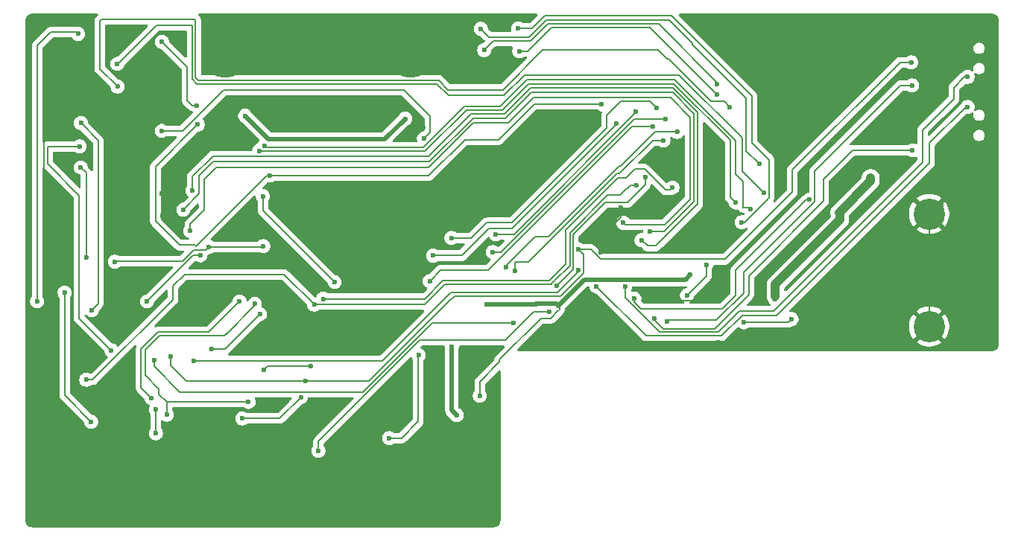
<source format=gbr>
%TF.GenerationSoftware,KiCad,Pcbnew,9.0.5*%
%TF.CreationDate,2025-10-23T11:37:32+01:00*%
%TF.ProjectId,Gotek,476f7465-6b2e-46b6-9963-61645f706362,rev?*%
%TF.SameCoordinates,Original*%
%TF.FileFunction,Copper,L2,Bot*%
%TF.FilePolarity,Positive*%
%FSLAX46Y46*%
G04 Gerber Fmt 4.6, Leading zero omitted, Abs format (unit mm)*
G04 Created by KiCad (PCBNEW 9.0.5) date 2025-10-23 11:37:32*
%MOMM*%
%LPD*%
G01*
G04 APERTURE LIST*
%TA.AperFunction,ComponentPad*%
%ADD10C,5.000000*%
%TD*%
%TA.AperFunction,ComponentPad*%
%ADD11C,3.570000*%
%TD*%
%TA.AperFunction,ViaPad*%
%ADD12C,0.600000*%
%TD*%
%TA.AperFunction,Conductor*%
%ADD13C,0.200000*%
%TD*%
%TA.AperFunction,Conductor*%
%ADD14C,0.500000*%
%TD*%
%TA.AperFunction,Conductor*%
%ADD15C,1.000000*%
%TD*%
G04 APERTURE END LIST*
D10*
%TO.P,H1,1,1*%
%TO.N,GND*%
X118491000Y-60642500D03*
%TD*%
%TO.P,H2,1,1*%
%TO.N,GND*%
X139573000Y-60642500D03*
%TD*%
%TO.P,H3,1,1*%
%TO.N,GND*%
X118491000Y-110363000D03*
%TD*%
%TO.P,H4,1,1*%
%TO.N,GND*%
X139573000Y-110363000D03*
%TD*%
%TO.P,H5,1,1*%
%TO.N,GND*%
X189357000Y-60642500D03*
%TD*%
D11*
%TO.P,P3,MH1,MH1*%
%TO.N,GND*%
X198424800Y-91463800D03*
%TO.P,P3,MH2,MH2*%
X198424800Y-78663800D03*
%TD*%
D12*
%TO.N,GND*%
X145262600Y-71958200D03*
X105740200Y-87299800D03*
X192887600Y-72593200D03*
X148005800Y-78841600D03*
X115671600Y-88976200D03*
X121920000Y-93954600D03*
X123371000Y-67687800D03*
X128762000Y-75904700D03*
X124876000Y-89046100D03*
X130225800Y-90474800D03*
X107619800Y-95351600D03*
X161163000Y-82981800D03*
X138125000Y-78654300D03*
X175349000Y-87229900D03*
X134347000Y-91405100D03*
X134645000Y-75669800D03*
X102037800Y-60706000D03*
X111287800Y-76352400D03*
X140941000Y-68821300D03*
X174498000Y-93248900D03*
X185064400Y-92329000D03*
X163372800Y-77958900D03*
X122478800Y-80264000D03*
X111353600Y-78867000D03*
X114503200Y-101269800D03*
X105841800Y-92760800D03*
X106343800Y-69271800D03*
X102037800Y-65786000D03*
X98874200Y-76297900D03*
X160249000Y-68021200D03*
X167665000Y-87620500D03*
X116113000Y-71434300D03*
X199986000Y-71475600D03*
X147955000Y-62687200D03*
X169291000Y-88541200D03*
X144158000Y-74079100D03*
X158292800Y-89458800D03*
X137163000Y-85169200D03*
%TO.N,NRST*%
X141049000Y-70065900D03*
X111252000Y-69215000D03*
%TO.N,+3.3V*%
X188204000Y-78495500D03*
X138897300Y-67828100D03*
X147370800Y-99339400D03*
X148130000Y-88973000D03*
X191795000Y-74549000D03*
X153720800Y-88973000D03*
X144195800Y-93802200D03*
X120726000Y-67494100D03*
X180975000Y-88376100D03*
X171256000Y-85601200D03*
X144754600Y-101549200D03*
%TO.N,J3_BOOT0*%
X115338225Y-68491100D03*
X123514000Y-74291800D03*
X161236000Y-66179700D03*
X111290100Y-59093100D03*
X115227100Y-66354325D03*
%TO.N,USART1_TX*%
X178102000Y-78130400D03*
X122894725Y-70929600D03*
%TO.N,USART1_RX*%
X122310111Y-71475700D03*
X176447000Y-77355700D03*
%TO.N,SWDIO*%
X106197400Y-61595000D03*
X179638000Y-76260300D03*
%TO.N,SWCLK*%
X175793000Y-66475000D03*
X106222800Y-64160400D03*
%TO.N,MTRON*%
X103305000Y-89610000D03*
X102069900Y-68313300D03*
%TO.N,ENC1*%
X174320200Y-63882600D03*
X184848000Y-77019100D03*
X164941000Y-88284100D03*
X147878800Y-60020200D03*
%TO.N,DIR*%
X110392000Y-95329400D03*
X151206200Y-91055800D03*
%TO.N,ENCSW*%
X147500850Y-57604150D03*
X179130000Y-72958300D03*
%TO.N,READY*%
X103242000Y-102314000D03*
X100224000Y-87610000D03*
%TO.N,JA*%
X165760400Y-81635600D03*
X114731800Y-75996800D03*
%TO.N,JB*%
X163677600Y-79654400D03*
X114476000Y-80592600D03*
%TO.N,JC*%
X166751000Y-80645000D03*
X113706000Y-78187600D03*
%TO.N,SPI2_MISO*%
X182804000Y-90624000D03*
X177393600Y-90986000D03*
%TO.N,Net-(RN4-Pad2)*%
X137100000Y-104171640D03*
X140436600Y-94719775D03*
%TO.N,ENC2*%
X151879300Y-60134500D03*
X174345600Y-65074800D03*
%TO.N,U3-40-PC9*%
X177155000Y-79609900D03*
X151765000Y-57556400D03*
%TO.N,JKA1-1*%
X150339000Y-84743900D03*
X169802000Y-69329300D03*
%TO.N,JKA1-2*%
X151358600Y-85115400D03*
X168251000Y-70286600D03*
%TO.N,WPROT_3V3*%
X141694000Y-86296500D03*
X167078000Y-68726100D03*
%TO.N,SEL*%
X158613400Y-82702400D03*
X127555625Y-97697900D03*
X101930200Y-70967600D03*
X105537000Y-94175200D03*
X112265000Y-94913400D03*
X196399200Y-61409500D03*
%TO.N,STEP*%
X158589700Y-85082100D03*
X114892000Y-95350000D03*
%TO.N,WGATE*%
X128177925Y-95967500D03*
X128574000Y-88974300D03*
X102685000Y-97531000D03*
X165176200Y-75387200D03*
X122873000Y-96389400D03*
%TO.N,INDEX*%
X105918000Y-84099400D03*
X122796000Y-82321400D03*
X116615000Y-82407100D03*
%TO.N,WPROT*%
X121834000Y-88871400D03*
X121109000Y-100047000D03*
X111843000Y-101504000D03*
%TO.N,RDATA*%
X120394000Y-101932000D03*
X110590000Y-103610000D03*
X127052000Y-99510500D03*
X110590000Y-100891000D03*
%TO.N,TRK0*%
X110096000Y-99610000D03*
X120094000Y-88614200D03*
%TO.N,SIDE1*%
X155300000Y-89838200D03*
X166180556Y-74484517D03*
X129052000Y-105622000D03*
X156115935Y-86850135D03*
%TO.N,WDATA*%
X129590800Y-88315800D03*
X116941600Y-94056200D03*
X169265600Y-75666600D03*
X122428000Y-90059000D03*
%TO.N,BUT_L*%
X160645000Y-86912400D03*
X202808000Y-66480000D03*
%TO.N,BUT_R*%
X163887000Y-86931500D03*
X202808000Y-63060000D03*
%TO.N,INDEX_3V3*%
X142072000Y-83404100D03*
X162931000Y-68338700D03*
%TO.N,TRK0_3V3*%
X144158000Y-81397400D03*
X167484000Y-66621000D03*
%TO.N,READY_3V3*%
X168481000Y-67840200D03*
X148879000Y-83004000D03*
%TO.N,CHNG*%
X130899000Y-86410800D03*
X122736000Y-76638000D03*
%TO.N,HDOUT*%
X109586201Y-88609999D03*
X97093200Y-88610000D03*
X101752400Y-58166000D03*
X115646200Y-83367800D03*
%TO.N,CHNG_3V3*%
X149203000Y-80971900D03*
X165095000Y-67008400D03*
%TO.N,DRVSEL*%
X102662000Y-83610000D03*
X102057200Y-73380600D03*
%TO.N,SPI2_SS*%
X173122000Y-84429700D03*
X170936000Y-87914000D03*
%TO.N,I2C2_DTA*%
X167221000Y-90576400D03*
X196545200Y-71424800D03*
%TO.N,I2C2_CLK*%
X196485000Y-64039800D03*
X168634000Y-90862100D03*
%TD*%
D13*
%TO.N,GND*%
X124813182Y-66245800D02*
X123371182Y-67687800D01*
X134312000Y-91440000D02*
X127000000Y-91440000D01*
X123371182Y-67687800D02*
X123371000Y-67687800D01*
X169291000Y-88541200D02*
X168392000Y-88541200D01*
X137846000Y-78654300D02*
X134861000Y-75669800D01*
X199986000Y-71475600D02*
X199986000Y-71383600D01*
X111287800Y-78801200D02*
X111353600Y-78867000D01*
X102037800Y-60522200D02*
X102006400Y-60553600D01*
X103746800Y-67614800D02*
X103809800Y-67614800D01*
X124606000Y-89046100D02*
X124876000Y-89046100D01*
X199986000Y-75630400D02*
X199986000Y-73444100D01*
X199986000Y-73444100D02*
X199986000Y-71475600D01*
X111287800Y-76352400D02*
X111287800Y-78801200D01*
X186148500Y-93413100D02*
X185064400Y-92329000D01*
X138106000Y-78673300D02*
X138001000Y-78673300D01*
X162082900Y-93248900D02*
X158292800Y-89458800D01*
X119294000Y-66351100D02*
X122035000Y-66351100D01*
X124814000Y-66245800D02*
X125178600Y-65881200D01*
X167942000Y-88090400D02*
X167942000Y-87896700D01*
X198424800Y-91463800D02*
X196475500Y-93413100D01*
X174498000Y-93248900D02*
X162082900Y-93248900D01*
X137020000Y-79480300D02*
X137846000Y-78654300D01*
X138106000Y-78673300D02*
X138106000Y-84226200D01*
X111287800Y-76259500D02*
X116113000Y-71434300D01*
X161163000Y-81257200D02*
X163372800Y-79047400D01*
X199417000Y-78386600D02*
X199986000Y-77817600D01*
X199986000Y-75630800D02*
X199986000Y-75630400D01*
X99385400Y-64470000D02*
X100602000Y-64470000D01*
X138106000Y-84226200D02*
X137163000Y-85169200D01*
X134347000Y-91405100D02*
X134312000Y-91440000D01*
X163372800Y-79047400D02*
X163372800Y-77958900D01*
X116113000Y-71434300D02*
X116113000Y-69532500D01*
X101854000Y-60706000D02*
X102037800Y-60706000D01*
X139573000Y-60642500D02*
X118491000Y-60642500D01*
X174038000Y-88541200D02*
X169291000Y-88541200D01*
X100602000Y-61958000D02*
X101854000Y-60706000D01*
X145262600Y-75498300D02*
X145034000Y-75726900D01*
X138125000Y-78654300D02*
X137846000Y-78654300D01*
X199416500Y-78386600D02*
X199417000Y-78386600D01*
X138125000Y-78654300D02*
X138106000Y-78673300D01*
X129115000Y-75552300D02*
X134528000Y-75552300D01*
X127000000Y-91440000D02*
X124876000Y-89315900D01*
X140941000Y-67855200D02*
X140941000Y-68821300D01*
X137163000Y-85169200D02*
X137020000Y-85312200D01*
X145262600Y-71958200D02*
X145262600Y-75498300D01*
X106343800Y-69271800D02*
X102858000Y-65786000D01*
X144158000Y-74850600D02*
X145034000Y-75726900D01*
X156312000Y-71958200D02*
X145262600Y-71958200D01*
X104502000Y-68307000D02*
X105379000Y-68307000D01*
X147137200Y-61869400D02*
X140800000Y-61869400D01*
X160249000Y-68021200D02*
X156312000Y-71958200D01*
X140800000Y-61869400D02*
X139573000Y-60642500D01*
X138125000Y-78654300D02*
X141691000Y-75088800D01*
X100602000Y-64470000D02*
X103746800Y-67614800D01*
X123371000Y-67687800D02*
X124814000Y-66245800D01*
X103809800Y-67614800D02*
X104502000Y-68307000D01*
X199416000Y-78386600D02*
X199416500Y-78386600D01*
X144104000Y-74079100D02*
X144158000Y-74079100D01*
X98874200Y-76297900D02*
X97896600Y-75320300D01*
X125178600Y-65881200D02*
X138967000Y-65881200D01*
X102858000Y-65786000D02*
X102037800Y-65786000D01*
X138967000Y-65881200D02*
X140941000Y-67855200D01*
X122035000Y-66351100D02*
X123371000Y-67687800D01*
X199985600Y-71383600D02*
X199986000Y-71383600D01*
X134528000Y-75552300D02*
X134645000Y-75669800D01*
X198424800Y-78663800D02*
X198424800Y-91526800D01*
X145034000Y-75726900D02*
X148005800Y-78698700D01*
X100602000Y-64470000D02*
X100602000Y-61958000D01*
X102037800Y-60706000D02*
X102037800Y-60522200D01*
X128762000Y-75904700D02*
X129115000Y-75552300D01*
X141691000Y-75088800D02*
X143094000Y-75088800D01*
X148005800Y-78698700D02*
X148005800Y-78841600D01*
X168392000Y-88541200D02*
X167942000Y-88090400D01*
X118491000Y-110363000D02*
X139573000Y-110363000D01*
X196475500Y-93413100D02*
X186148500Y-93413100D01*
X143094000Y-75088800D02*
X144104000Y-74079100D01*
X134861000Y-75669800D02*
X134645000Y-75669800D01*
X147955000Y-62687200D02*
X147137200Y-61869400D01*
X175349000Y-87229900D02*
X174038000Y-88541200D01*
X97896600Y-65958800D02*
X99385400Y-64470000D01*
X199986000Y-75630800D02*
X199986000Y-75630400D01*
X111287800Y-76352400D02*
X111287800Y-76259500D01*
X167942000Y-87896700D02*
X167665000Y-87620500D01*
X124876000Y-89315900D02*
X124876000Y-89046100D01*
X116113000Y-69532500D02*
X119294000Y-66351100D01*
X137020000Y-85312200D02*
X137020000Y-79480300D01*
X161163000Y-82981800D02*
X161163000Y-81257200D01*
X199986000Y-75630400D02*
X199986000Y-73444100D01*
X124814000Y-66245800D02*
X124813182Y-66245800D01*
X144158000Y-74079100D02*
X144158000Y-74850600D01*
X97896600Y-75320300D02*
X97896600Y-65958800D01*
X199986000Y-77817600D02*
X199986000Y-75630800D01*
%TO.N,NRST*%
X113620550Y-69215000D02*
X111252000Y-69215000D01*
X118243350Y-64592200D02*
X113620550Y-69215000D01*
X138811400Y-64592200D02*
X118243350Y-64592200D01*
X111252000Y-69215000D02*
X111201200Y-69215000D01*
X141707000Y-69408700D02*
X141707000Y-67487800D01*
X141049000Y-70065900D02*
X141707000Y-69408700D01*
X141707000Y-67487800D02*
X138811400Y-64592200D01*
D14*
%TO.N,+3.3V*%
X144195800Y-100990400D02*
X144754600Y-101549200D01*
D13*
X154339050Y-90525600D02*
X155461129Y-90525600D01*
X156445000Y-89544100D02*
X156445000Y-89081000D01*
D14*
X123368000Y-70135800D02*
X136589600Y-70135800D01*
X120726000Y-67494100D02*
X123368000Y-70135800D01*
X159287000Y-86125100D02*
X170732000Y-86125100D01*
X156331000Y-89081000D02*
X159287000Y-86125100D01*
D13*
X147370800Y-99339400D02*
X147370800Y-97764600D01*
X156445000Y-89081000D02*
X156331000Y-89081000D01*
D14*
X153720800Y-88973000D02*
X148130000Y-88973000D01*
D13*
X149632051Y-95232599D02*
X154339050Y-90525600D01*
X147370800Y-99361600D02*
X147370800Y-99339400D01*
D14*
X153793800Y-88900000D02*
X156150000Y-88900000D01*
X144754600Y-101549200D02*
X144805400Y-101600000D01*
D13*
X180975000Y-87991900D02*
X180975000Y-88376100D01*
D14*
X170732000Y-86125100D02*
X171256000Y-85601200D01*
D15*
X180975000Y-87991900D02*
X180975000Y-86680700D01*
X180975000Y-86680700D02*
X188338000Y-79317900D01*
X188338000Y-79317900D02*
X188338000Y-78628900D01*
D13*
X149632051Y-95503349D02*
X149632051Y-95232599D01*
D14*
X144195800Y-93802200D02*
X144195800Y-100990400D01*
D15*
X191795000Y-74904600D02*
X191795000Y-74549000D01*
D13*
X188204000Y-78495500D02*
X188338000Y-78628900D01*
D14*
X153720800Y-88973000D02*
X153793800Y-88900000D01*
D13*
X147370800Y-97764600D02*
X149632051Y-95503349D01*
X155461129Y-90525600D02*
X156331000Y-89655729D01*
D14*
X156150000Y-88900000D02*
X156331000Y-89081000D01*
X136589600Y-70135800D02*
X138897300Y-67828100D01*
D15*
X188204000Y-78495500D02*
X191795000Y-74904600D01*
D13*
%TO.N,J3_BOOT0*%
X141602000Y-74295000D02*
X141453000Y-74295000D01*
X145690000Y-70206700D02*
X141602000Y-74295000D01*
X115338225Y-68491100D02*
X110534000Y-73295325D01*
X161214000Y-66157500D02*
X153562000Y-66157500D01*
X115141000Y-82318200D02*
X123168000Y-74291800D01*
X114173000Y-65786000D02*
X114173000Y-61976000D01*
X153562000Y-66157500D02*
X149513000Y-70206700D01*
X149513000Y-70206700D02*
X145690000Y-70206700D01*
X110534000Y-73295325D02*
X110534000Y-79469800D01*
X114741325Y-66354325D02*
X114173000Y-65786000D01*
X114173000Y-61976000D02*
X111290100Y-59093100D01*
X141453000Y-74295000D02*
X141449000Y-74291800D01*
X115227100Y-66354325D02*
X114741325Y-66354325D01*
X115037000Y-82213400D02*
X115141000Y-82318200D01*
X113277600Y-82213400D02*
X115037000Y-82213400D01*
X161236000Y-66179700D02*
X161214000Y-66157500D01*
X123168000Y-74291800D02*
X123514000Y-74291800D01*
X141449000Y-74291800D02*
X123514000Y-74291800D01*
X110534000Y-79469800D02*
X113277600Y-82213400D01*
%TO.N,USART1_TX*%
X152704800Y-63347600D02*
X169503600Y-63347600D01*
X176441000Y-74107700D02*
X177276000Y-74942700D01*
X149653600Y-66398800D02*
X152704800Y-63347600D01*
X140932000Y-71078700D02*
X145612000Y-66398800D01*
X177302000Y-74942700D02*
X177302000Y-77885900D01*
X123043825Y-71078700D02*
X140932000Y-71078700D01*
X176441000Y-70285000D02*
X176441000Y-74107700D01*
X177324000Y-77908100D02*
X177879000Y-77908100D01*
X145612000Y-66398800D02*
X149653600Y-66398800D01*
X177276000Y-74942700D02*
X177302000Y-74942700D01*
X177879000Y-77908100D02*
X178102000Y-78130400D01*
X169503600Y-63347600D02*
X176441000Y-70285000D01*
X122894725Y-70929600D02*
X123043825Y-71078700D01*
X177302000Y-77885900D02*
X177324000Y-77908100D01*
%TO.N,USART1_RX*%
X169446200Y-63855600D02*
X175819000Y-70228400D01*
X145850000Y-66849600D02*
X149939400Y-66849600D01*
X122310111Y-71475700D02*
X122364011Y-71529600D01*
X141170000Y-71529600D02*
X145850000Y-66849600D01*
X152933400Y-63855600D02*
X169446200Y-63855600D01*
X122364011Y-71529600D02*
X141170000Y-71529600D01*
X175819000Y-70228400D02*
X175819000Y-76727100D01*
X175819000Y-76727100D02*
X176447000Y-77355700D01*
X149939400Y-66849600D02*
X152933400Y-63855600D01*
%TO.N,SWDIO*%
X106197400Y-61595000D02*
X106248200Y-61595000D01*
X115242445Y-63871454D02*
X142484854Y-63871454D01*
X114703000Y-57216700D02*
X114703000Y-63332009D01*
X142484854Y-63871454D02*
X143812000Y-65198600D01*
X170049400Y-62839600D02*
X177209000Y-69999200D01*
X152495000Y-62839600D02*
X170049400Y-62839600D01*
X177209000Y-69999200D02*
X177209000Y-73831300D01*
X143812000Y-65198600D02*
X150136000Y-65198600D01*
X106248200Y-61595000D02*
X110626500Y-57216700D01*
X114703000Y-63332009D02*
X115242445Y-63871454D01*
X150136000Y-65198600D02*
X152495000Y-62839600D01*
X177209000Y-73831300D02*
X179638000Y-76260300D01*
X110626500Y-57216700D02*
X114703000Y-57216700D01*
%TO.N,SWCLK*%
X173629000Y-65852700D02*
X168815000Y-61039400D01*
X154536300Y-60020200D02*
X150031000Y-64525500D01*
X150031000Y-64525500D02*
X143796000Y-64525500D01*
X115103000Y-56606800D02*
X115033400Y-56537200D01*
X104394000Y-56537200D02*
X104216200Y-56715000D01*
X115103000Y-63166600D02*
X115103000Y-56606800D01*
X143796000Y-64525500D02*
X142742000Y-63471400D01*
X104216200Y-62153800D02*
X106222800Y-64160400D01*
X168694000Y-61039400D02*
X167674800Y-60020200D01*
X168815000Y-61039400D02*
X168694000Y-61039400D01*
X142742000Y-63471400D02*
X115408000Y-63471400D01*
X104216200Y-56715000D02*
X104216200Y-62153800D01*
X115408000Y-63471400D02*
X115103000Y-63166600D01*
X167674800Y-60020200D02*
X154536300Y-60020200D01*
X175793000Y-66475000D02*
X175171000Y-65852700D01*
X115033400Y-56537200D02*
X104394000Y-56537200D01*
X175171000Y-65852700D02*
X173629000Y-65852700D01*
%TO.N,MTRON*%
X104038400Y-70281800D02*
X104038400Y-88876600D01*
X102069900Y-68313300D02*
X104038400Y-70281800D01*
X102057200Y-68300600D02*
X102069900Y-68313300D01*
X104038400Y-88876600D02*
X103305000Y-89610000D01*
%TO.N,ENC1*%
X176476000Y-87903100D02*
X174904400Y-89474700D01*
X148894800Y-59004200D02*
X147878800Y-60020200D01*
X174904400Y-89474700D02*
X165729000Y-89474700D01*
X165729000Y-89474700D02*
X164941000Y-88687300D01*
X153136600Y-59004200D02*
X148894800Y-59004200D01*
X184499000Y-77054100D02*
X176476000Y-85077300D01*
X174320200Y-63677800D02*
X167690800Y-57048400D01*
X167690800Y-57048400D02*
X155092400Y-57048400D01*
X174320200Y-63882600D02*
X174320200Y-63677800D01*
X176476000Y-85077300D02*
X176476000Y-87903100D01*
X155092400Y-57048400D02*
X153136600Y-59004200D01*
X184814000Y-77054100D02*
X184499000Y-77054100D01*
X184848000Y-77019100D02*
X184814000Y-77054100D01*
X164941000Y-88687300D02*
X164941000Y-88284100D01*
%TO.N,DIR*%
X110392000Y-95986600D02*
X110392000Y-95329400D01*
X113313000Y-98907600D02*
X110392000Y-95986600D01*
X151206200Y-91055800D02*
X141976500Y-91055800D01*
X134124700Y-98907600D02*
X113313000Y-98907600D01*
X141976500Y-91055800D02*
X134124700Y-98907600D01*
%TO.N,ENCSW*%
X154940000Y-56565800D02*
X152984200Y-58521600D01*
X148418300Y-58521600D02*
X147500850Y-57604150D01*
X177660000Y-71488300D02*
X177660000Y-65497100D01*
X171561000Y-59216800D02*
X168910000Y-56565800D01*
X168910000Y-56565800D02*
X154940000Y-56565800D01*
X152984200Y-58521600D02*
X148418300Y-58521600D01*
X147500850Y-57604150D02*
X147463000Y-57566300D01*
X171561000Y-59398100D02*
X171561000Y-59216800D01*
X177660000Y-65497100D02*
X171561000Y-59398100D01*
X179130000Y-72958300D02*
X177660000Y-71488300D01*
%TO.N,READY*%
X100224000Y-99296300D02*
X100224000Y-87610000D01*
X103242000Y-102314000D02*
X100224000Y-99296300D01*
%TO.N,JA*%
X150182000Y-67297300D02*
X146349000Y-67297300D01*
X172152000Y-67126900D02*
X169363300Y-64338200D01*
X167373000Y-82299200D02*
X172152000Y-77520800D01*
X166424000Y-82299200D02*
X167373000Y-82299200D01*
X117059000Y-72075700D02*
X114731800Y-74402900D01*
X165760400Y-81635600D02*
X166424000Y-82299200D01*
X141571000Y-72075700D02*
X117059000Y-72075700D01*
X114731800Y-74402900D02*
X114731800Y-75996800D01*
X153141100Y-64338200D02*
X150182000Y-67297300D01*
X169363300Y-64338200D02*
X153141100Y-64338200D01*
X146349000Y-67297300D02*
X141571000Y-72075700D01*
X172152000Y-77520800D02*
X172152000Y-67126900D01*
%TO.N,JB*%
X117415000Y-73399600D02*
X116052600Y-74762000D01*
X116052600Y-74762000D02*
X116052600Y-78229400D01*
X114476000Y-79806000D02*
X114476000Y-80592600D01*
X116052600Y-78229400D02*
X114476000Y-79806000D01*
X171298000Y-76971500D02*
X171298000Y-67686300D01*
X141529000Y-73399600D02*
X117415000Y-73399600D01*
X171298000Y-67686300D02*
X169042100Y-65430400D01*
X150601000Y-68319600D02*
X146609000Y-68319600D01*
X153490200Y-65430400D02*
X150601000Y-68319600D01*
X168396000Y-79873500D02*
X171298000Y-76971500D01*
X163677600Y-79654400D02*
X163896700Y-79873500D01*
X169042100Y-65430400D02*
X153490200Y-65430400D01*
X163896700Y-79873500D02*
X168396000Y-79873500D01*
X146609000Y-68319600D02*
X141529000Y-73399600D01*
%TO.N,JC*%
X168332500Y-80645000D02*
X171698000Y-77279500D01*
X169189400Y-64846200D02*
X169164000Y-64820800D01*
X171698000Y-77279500D02*
X171698000Y-67238600D01*
X150293000Y-67751300D02*
X146612000Y-67751300D01*
X115519200Y-74279100D02*
X115519200Y-76374400D01*
X166751000Y-80645000D02*
X168332500Y-80645000D01*
X117094000Y-72704300D02*
X115519200Y-74279100D01*
X169164000Y-64820800D02*
X153223500Y-64820800D01*
X153223500Y-64820800D02*
X150293000Y-67751300D01*
X146612000Y-67751300D02*
X141659000Y-72704300D01*
X171698000Y-67238600D02*
X169305600Y-64846200D01*
X169305600Y-64846200D02*
X169189400Y-64846200D01*
X141659000Y-72704300D02*
X117094000Y-72704300D01*
X115519200Y-76374400D02*
X113706000Y-78187600D01*
%TO.N,SPI2_MISO*%
X177393600Y-90986000D02*
X182442000Y-90986000D01*
X182442000Y-90986000D02*
X182804000Y-90624000D01*
%TO.N,Net-(RN4-Pad2)*%
X140398500Y-102273200D02*
X138500060Y-104171640D01*
X140398500Y-94757875D02*
X140398500Y-102273200D01*
X140436600Y-94719775D02*
X140398500Y-94757875D01*
X138500060Y-104171640D02*
X137100000Y-104171640D01*
%TO.N,ENC2*%
X152857200Y-60147200D02*
X151892000Y-60147200D01*
X151879300Y-60134500D02*
X151790400Y-60045600D01*
X166751000Y-57480200D02*
X155524200Y-57480200D01*
X174345600Y-65074800D02*
X166751000Y-57480200D01*
X155524200Y-57480200D02*
X152857200Y-60147200D01*
X151892000Y-60147200D02*
X151879300Y-60134500D01*
%TO.N,U3-40-PC9*%
X179905000Y-72167800D02*
X179889000Y-72167800D01*
X180102000Y-76949300D02*
X180238000Y-76812900D01*
X180238000Y-72501100D02*
X179905000Y-72167800D01*
X179889000Y-72167800D02*
X178286000Y-70564400D01*
X177471000Y-79609900D02*
X180102000Y-76978700D01*
X178286000Y-70564400D02*
X178286000Y-65214000D01*
X153314400Y-57556400D02*
X151765000Y-57556400D01*
X154762200Y-56108600D02*
X153314400Y-57556400D01*
X180238000Y-76812900D02*
X180238000Y-72501100D01*
X178286000Y-65214000D02*
X169180600Y-56108600D01*
X180102000Y-76978700D02*
X180102000Y-76949300D01*
X169180600Y-56108600D02*
X154762200Y-56108600D01*
X177155000Y-79609900D02*
X177471000Y-79609900D01*
%TO.N,JKA1-1*%
X150339000Y-84588633D02*
X150339000Y-84743900D01*
X155162206Y-81260994D02*
X153666639Y-81260994D01*
X167323300Y-69329300D02*
X163449000Y-73203600D01*
X163219600Y-73203600D02*
X155162206Y-81260994D01*
X163449000Y-73203600D02*
X163219600Y-73203600D01*
X169800500Y-69330800D02*
X169802000Y-69329300D01*
X169802000Y-69329300D02*
X167323300Y-69329300D01*
X153666639Y-81260994D02*
X150339000Y-84588633D01*
%TO.N,JKA1-2*%
X163230000Y-74079100D02*
X167022000Y-70286600D01*
X162953700Y-74079100D02*
X163230000Y-74079100D01*
X167022000Y-70286600D02*
X168251000Y-70286600D01*
X151358600Y-85115400D02*
X151358600Y-84134719D01*
X152898081Y-84134719D02*
X162953700Y-74079100D01*
X151358600Y-84134719D02*
X152898081Y-84134719D01*
%TO.N,WPROT_3V3*%
X141694000Y-86296500D02*
X142919000Y-85070900D01*
X165522000Y-68691100D02*
X164684000Y-68691100D01*
X142919000Y-85070900D02*
X148304000Y-85070900D01*
X148908000Y-84467700D02*
X149184000Y-84191500D01*
X164684000Y-68691100D02*
X149184000Y-84190800D01*
X167078000Y-68726100D02*
X165557000Y-68726100D01*
X149184000Y-84190800D02*
X149184000Y-84191500D01*
X165557000Y-68726100D02*
X165522000Y-68691100D01*
X148304000Y-85070900D02*
X148908000Y-84467700D01*
%TO.N,SEL*%
X175260000Y-83820000D02*
X182880000Y-76200000D01*
X158613400Y-82702400D02*
X160020000Y-82702400D01*
X195130500Y-61409500D02*
X196399200Y-61409500D01*
X112265000Y-95885000D02*
X112265000Y-94913400D01*
X161137600Y-83820000D02*
X175260000Y-83820000D01*
X98298300Y-72975000D02*
X101875000Y-76551500D01*
X98302300Y-70967600D02*
X98298300Y-70971600D01*
X144272000Y-88303100D02*
X144551000Y-88023700D01*
X114078000Y-97697900D02*
X112265000Y-95885000D01*
X127555625Y-97697900D02*
X128466800Y-97697900D01*
X128466800Y-97697900D02*
X128470000Y-97701100D01*
X182880000Y-76200000D02*
X182880000Y-73660000D01*
X101875000Y-76551500D02*
X101875000Y-90538800D01*
X144161000Y-88303100D02*
X144272000Y-88303100D01*
X182880000Y-73660000D02*
X195130500Y-61409500D01*
X128470000Y-97701100D02*
X134763000Y-97701100D01*
X127555625Y-97697900D02*
X114078000Y-97697900D01*
X98298300Y-70971600D02*
X98298300Y-72975000D01*
X160020000Y-82702400D02*
X161137600Y-83820000D01*
X159207200Y-85366500D02*
X159207200Y-83296200D01*
X101875000Y-90538800D02*
X105511000Y-94175200D01*
X159207200Y-83296200D02*
X158613400Y-82702400D01*
X101930200Y-70967600D02*
X98302300Y-70967600D01*
X156550000Y-88023700D02*
X159207200Y-85366500D01*
X144551000Y-88023700D02*
X156550000Y-88023700D01*
X134763000Y-97701100D02*
X144161000Y-88303100D01*
%TO.N,STEP*%
X144104000Y-87576000D02*
X136330000Y-95350000D01*
X156238600Y-87576000D02*
X144104000Y-87576000D01*
X158589700Y-85224900D02*
X156238600Y-87576000D01*
X136330000Y-95350000D02*
X114892000Y-95350000D01*
X158589700Y-85082100D02*
X158589700Y-85224900D01*
%TO.N,WGATE*%
X112538000Y-88401400D02*
X112538000Y-86874400D01*
X155515935Y-86601606D02*
X155515935Y-86622265D01*
X143415000Y-86658500D02*
X141099200Y-88974300D01*
X125145000Y-85545300D02*
X128574000Y-88974300D01*
X102685000Y-97531000D02*
X103408400Y-97531000D01*
X157613400Y-80812700D02*
X157613400Y-84524800D01*
X157613400Y-84524800D02*
X155888065Y-86250135D01*
X155867406Y-86250135D02*
X155515935Y-86601606D01*
X164490400Y-75387200D02*
X164173000Y-75704600D01*
X112538000Y-86874400D02*
X113867000Y-85545300D01*
X155515935Y-86622265D02*
X155479700Y-86658500D01*
X113867000Y-85545300D02*
X125145000Y-85545300D01*
X164109000Y-75774600D02*
X163338000Y-76546100D01*
X123295000Y-95967500D02*
X122873000Y-96389400D01*
X155888065Y-86250135D02*
X155867406Y-86250135D01*
X155479700Y-86658500D02*
X143415000Y-86658500D01*
X141099200Y-88974300D02*
X128574000Y-88974300D01*
X103408400Y-97531000D02*
X112538000Y-88401400D01*
X128177925Y-95967500D02*
X123295000Y-95967500D01*
X163338000Y-76546100D02*
X161880000Y-76546100D01*
X165176200Y-75387200D02*
X164490400Y-75387200D01*
X161880000Y-76546100D02*
X157613400Y-80812700D01*
%TO.N,INDEX*%
X116615000Y-82407100D02*
X122711000Y-82407100D01*
X116254300Y-82767800D02*
X116615000Y-82407100D01*
X105994200Y-84023200D02*
X113607314Y-84023200D01*
X114862714Y-82767800D02*
X116254300Y-82767800D01*
X122711000Y-82407100D02*
X122796000Y-82321400D01*
X113607314Y-84023200D02*
X114862714Y-82767800D01*
X105918000Y-84099400D02*
X105994200Y-84023200D01*
%TO.N,WPROT*%
X111001000Y-92521200D02*
X118384770Y-92521200D01*
X118384770Y-92521200D02*
X118737185Y-92168785D01*
X111843000Y-100047000D02*
X121109000Y-100047000D01*
X111843000Y-100047000D02*
X111843000Y-101504000D01*
X111843000Y-100047000D02*
X110951000Y-99154500D01*
X110951000Y-98586600D02*
X109374000Y-97009600D01*
X109374000Y-97009600D02*
X109374000Y-94148100D01*
X121834000Y-88871400D02*
X121834000Y-89071400D01*
X110951000Y-99154500D02*
X110951000Y-98586600D01*
X121834000Y-89071400D02*
X118577000Y-92329000D01*
X109374000Y-94148100D02*
X111001000Y-92521200D01*
%TO.N,RDATA*%
X127052000Y-99510500D02*
X124631000Y-101932000D01*
X124631000Y-101932000D02*
X120394000Y-101932000D01*
X110590000Y-100891000D02*
X110590000Y-103610000D01*
%TO.N,TRK0*%
X120094000Y-88614200D02*
X120094000Y-88550800D01*
X108918000Y-98431400D02*
X108918000Y-93998500D01*
X110096000Y-99610000D02*
X108918000Y-98431400D01*
X108918000Y-93998500D02*
X110825000Y-92090900D01*
X116618000Y-92090900D02*
X120094000Y-88614200D01*
X110825000Y-92090900D02*
X116618000Y-92090900D01*
%TO.N,SIDE1*%
X158013400Y-84809871D02*
X158013400Y-80978500D01*
X161633000Y-77358900D02*
X164182000Y-77358900D01*
X129052000Y-104551800D02*
X140563600Y-93040200D01*
X150266400Y-93040200D02*
X153468400Y-89838200D01*
X129052000Y-105622000D02*
X129052000Y-104551800D01*
X164182000Y-77358900D02*
X166180556Y-75360344D01*
X158013400Y-80978500D02*
X161633000Y-77358900D01*
X157989700Y-84976370D02*
X157989700Y-84833571D01*
X156115935Y-86850135D02*
X157989700Y-84976370D01*
X157989700Y-84833571D02*
X158013400Y-84809871D01*
X153468400Y-89838200D02*
X155300000Y-89838200D01*
X166180556Y-75360344D02*
X166180556Y-74484517D01*
X140563600Y-93040200D02*
X150266400Y-93040200D01*
%TO.N,WDATA*%
X165001600Y-73561600D02*
X164998400Y-73558400D01*
X116687600Y-94056200D02*
X116941600Y-94056200D01*
X163097000Y-74571200D02*
X157175200Y-80493000D01*
X157175200Y-84397314D02*
X155722379Y-85850135D01*
X169008400Y-75923800D02*
X168469000Y-75923800D01*
X157175200Y-80493000D02*
X157175200Y-84397314D01*
X168469000Y-75923800D02*
X166106000Y-73561600D01*
X122428000Y-90059000D02*
X118430800Y-94056200D01*
X155722379Y-85850135D02*
X155701720Y-85850135D01*
X163985600Y-74571200D02*
X163097000Y-74571200D01*
X166106000Y-73561600D02*
X165001600Y-73561600D01*
X164998400Y-73558400D02*
X163985600Y-74571200D01*
X129581600Y-88315800D02*
X129590800Y-88315800D01*
X118430800Y-94056200D02*
X116941600Y-94056200D01*
X141153700Y-88315800D02*
X129590800Y-88315800D01*
X155293355Y-86258500D02*
X143211000Y-86258500D01*
X169265600Y-75666600D02*
X169008400Y-75923800D01*
X143211000Y-86258500D02*
X141153700Y-88315800D01*
X155701720Y-85850135D02*
X155293355Y-86258500D01*
%TO.N,BUT_L*%
X202808000Y-66480000D02*
X202607600Y-66480000D01*
X174872700Y-92513100D02*
X166246000Y-92513100D01*
X198475600Y-72856500D02*
X181143000Y-90189100D01*
X198475600Y-70612000D02*
X198475600Y-72856500D01*
X181143000Y-90189100D02*
X177196700Y-90189100D01*
X177196700Y-90189100D02*
X174872700Y-92513100D01*
X202607600Y-66480000D02*
X198475600Y-70612000D01*
X166246000Y-92513100D02*
X160645000Y-86912400D01*
%TO.N,BUT_R*%
X176834800Y-89738200D02*
X174459900Y-92113100D01*
X167801000Y-92113100D02*
X163887000Y-88198900D01*
X201244200Y-65557200D02*
X197672000Y-69129400D01*
X174459900Y-92113100D02*
X167801000Y-92113100D01*
X202471600Y-63060000D02*
X201244200Y-64287400D01*
X197672000Y-69129400D02*
X197672000Y-72793400D01*
X163887000Y-88198900D02*
X163887000Y-86931500D01*
X180727000Y-89738200D02*
X176834800Y-89738200D01*
X197672000Y-72793400D02*
X180727000Y-89738200D01*
X201244200Y-64287400D02*
X201244200Y-65557200D01*
X202808000Y-63060000D02*
X202471600Y-63060000D01*
%TO.N,INDEX_3V3*%
X151086000Y-80333900D02*
X162931000Y-68487900D01*
X162931000Y-68487900D02*
X162931000Y-68338700D01*
X148387000Y-80333900D02*
X151086000Y-80333900D01*
X145386000Y-83404100D02*
X145386000Y-83334200D01*
X142072000Y-83404100D02*
X145386000Y-83404100D01*
X145386000Y-83334200D02*
X148387000Y-80333900D01*
%TO.N,TRK0_3V3*%
X146415000Y-81397400D02*
X148142000Y-79670300D01*
X144158000Y-81397400D02*
X146415000Y-81397400D01*
X163379000Y-65852700D02*
X166697000Y-65852700D01*
X161785000Y-68922900D02*
X161785000Y-67446500D01*
X161785000Y-67446500D02*
X163379000Y-65852700D01*
X151038000Y-79670300D02*
X161785000Y-68922900D01*
X166697000Y-65852700D02*
X167465000Y-66621000D01*
X167465000Y-66621000D02*
X167484000Y-66621000D01*
X148142000Y-79670300D02*
X151038000Y-79670300D01*
%TO.N,READY_3V3*%
X168481000Y-67840200D02*
X168446000Y-67875100D01*
X164932000Y-67875100D02*
X149803000Y-83004000D01*
X149803000Y-83004000D02*
X148879000Y-83004000D01*
X168446000Y-67875100D02*
X164932000Y-67875100D01*
%TO.N,CHNG*%
X122736000Y-78247900D02*
X130899000Y-86410800D01*
X122736000Y-76638000D02*
X122736000Y-78247900D01*
%TO.N,HDOUT*%
X114828400Y-83367800D02*
X109586201Y-88609999D01*
X115646200Y-83367800D02*
X114828400Y-83367800D01*
X101752400Y-58166000D02*
X101548100Y-57961700D01*
X97093200Y-59526700D02*
X97093200Y-88610000D01*
X98658200Y-57961700D02*
X97093200Y-59526700D01*
X101548100Y-57961700D02*
X98658200Y-57961700D01*
%TO.N,CHNG_3V3*%
X151270000Y-80971900D02*
X165095000Y-67147100D01*
X149203000Y-80971900D02*
X151270000Y-80971900D01*
X165095000Y-67147100D02*
X165095000Y-67008400D01*
%TO.N,DRVSEL*%
X102662000Y-73985400D02*
X102662000Y-83610000D01*
X102057200Y-73380600D02*
X102662000Y-73985400D01*
%TO.N,SPI2_SS*%
X170936000Y-87914000D02*
X173122000Y-85728700D01*
X173122000Y-85728700D02*
X173122000Y-84429700D01*
%TO.N,I2C2_DTA*%
X186433000Y-77200100D02*
X186433000Y-74701400D01*
X189709600Y-71424800D02*
X196545200Y-71424800D01*
X167221000Y-90576400D02*
X167221000Y-90728800D01*
X167221000Y-90728800D02*
X168205000Y-91713100D01*
X177933000Y-85699600D02*
X186433000Y-77200100D01*
X177933000Y-87852600D02*
X177933000Y-85699600D01*
X168205000Y-91713100D02*
X174072500Y-91713100D01*
X186433000Y-74701400D02*
X189709600Y-71424800D01*
X174072500Y-91713100D02*
X177933000Y-87852600D01*
%TO.N,I2C2_CLK*%
X195180000Y-64039800D02*
X195199000Y-64039800D01*
X196484900Y-64039700D02*
X195199000Y-64039700D01*
X195199000Y-64039700D02*
X195199000Y-64039800D01*
X196485000Y-64039700D02*
X196484900Y-64039700D01*
X174282100Y-90766900D02*
X177387000Y-87662000D01*
X195199000Y-64039800D02*
X196485000Y-64039800D01*
X185448000Y-73809100D02*
X185430000Y-73790200D01*
X185430000Y-73790200D02*
X195180000Y-64039800D01*
X168729000Y-90766900D02*
X174282100Y-90766900D01*
X177387000Y-85328900D02*
X185448000Y-77267700D01*
X185448000Y-77267700D02*
X185448000Y-73809100D01*
X177387000Y-87662000D02*
X177387000Y-85328900D01*
X168634000Y-90862100D02*
X168729000Y-90766900D01*
%TD*%
%TA.AperFunction,Conductor*%
%TO.N,GND*%
G36*
X103969141Y-55900185D02*
G01*
X104014896Y-55952989D01*
X104024840Y-56022147D01*
X103995815Y-56085703D01*
X103989783Y-56092181D01*
X103735681Y-56346282D01*
X103735677Y-56346287D01*
X103728120Y-56359378D01*
X103719092Y-56375016D01*
X103656623Y-56483215D01*
X103615699Y-56635943D01*
X103615699Y-56635945D01*
X103615699Y-56804046D01*
X103615700Y-56804059D01*
X103615700Y-62067130D01*
X103615699Y-62067148D01*
X103615699Y-62232854D01*
X103615698Y-62232854D01*
X103652291Y-62369420D01*
X103656623Y-62385585D01*
X103672814Y-62413628D01*
X103735679Y-62522514D01*
X103735681Y-62522517D01*
X103854549Y-62641385D01*
X103854555Y-62641390D01*
X105388225Y-64175060D01*
X105421710Y-64236383D01*
X105422161Y-64238549D01*
X105453061Y-64393891D01*
X105453064Y-64393901D01*
X105513402Y-64539572D01*
X105513409Y-64539585D01*
X105601010Y-64670688D01*
X105601013Y-64670692D01*
X105712507Y-64782186D01*
X105712511Y-64782189D01*
X105843614Y-64869790D01*
X105843627Y-64869797D01*
X105989298Y-64930135D01*
X105989303Y-64930137D01*
X106143953Y-64960899D01*
X106143956Y-64960900D01*
X106143958Y-64960900D01*
X106301644Y-64960900D01*
X106301645Y-64960899D01*
X106456297Y-64930137D01*
X106601979Y-64869794D01*
X106733089Y-64782189D01*
X106844589Y-64670689D01*
X106932194Y-64539579D01*
X106992537Y-64393897D01*
X107023300Y-64239242D01*
X107023300Y-64081558D01*
X107023300Y-64081555D01*
X107023299Y-64081553D01*
X107005426Y-63991699D01*
X106992537Y-63926903D01*
X106976705Y-63888681D01*
X106932197Y-63781227D01*
X106932190Y-63781214D01*
X106844589Y-63650111D01*
X106844586Y-63650107D01*
X106733092Y-63538613D01*
X106733088Y-63538610D01*
X106601985Y-63451009D01*
X106601972Y-63451002D01*
X106456301Y-63390664D01*
X106456291Y-63390661D01*
X106300949Y-63359761D01*
X106239038Y-63327376D01*
X106237460Y-63325825D01*
X104853019Y-61941384D01*
X104819534Y-61880061D01*
X104816700Y-61853703D01*
X104816700Y-57261700D01*
X104836385Y-57194661D01*
X104889189Y-57148906D01*
X104940700Y-57137700D01*
X109556903Y-57137700D01*
X109623942Y-57157385D01*
X109669697Y-57210189D01*
X109679641Y-57279347D01*
X109650616Y-57342903D01*
X109644584Y-57349381D01*
X106235784Y-60758181D01*
X106174461Y-60791666D01*
X106148103Y-60794500D01*
X106118555Y-60794500D01*
X105963910Y-60825261D01*
X105963898Y-60825264D01*
X105818227Y-60885602D01*
X105818214Y-60885609D01*
X105687111Y-60973210D01*
X105687107Y-60973213D01*
X105575613Y-61084707D01*
X105575610Y-61084711D01*
X105488009Y-61215814D01*
X105488002Y-61215827D01*
X105427664Y-61361498D01*
X105427661Y-61361510D01*
X105396900Y-61516153D01*
X105396900Y-61673846D01*
X105427661Y-61828489D01*
X105427664Y-61828501D01*
X105488002Y-61974172D01*
X105488009Y-61974185D01*
X105575610Y-62105288D01*
X105575613Y-62105292D01*
X105687107Y-62216786D01*
X105687111Y-62216789D01*
X105818214Y-62304390D01*
X105818227Y-62304397D01*
X105963898Y-62364735D01*
X105963903Y-62364737D01*
X106118553Y-62395499D01*
X106118556Y-62395500D01*
X106118558Y-62395500D01*
X106276244Y-62395500D01*
X106276245Y-62395499D01*
X106430897Y-62364737D01*
X106576579Y-62304394D01*
X106707689Y-62216789D01*
X106819189Y-62105289D01*
X106906794Y-61974179D01*
X106967137Y-61828497D01*
X106985423Y-61736562D01*
X107017805Y-61674655D01*
X107019300Y-61673133D01*
X110838916Y-57853519D01*
X110900239Y-57820034D01*
X110926597Y-57817200D01*
X113978500Y-57817200D01*
X114045539Y-57836885D01*
X114091294Y-57889689D01*
X114102500Y-57941200D01*
X114102500Y-60756903D01*
X114082815Y-60823942D01*
X114030011Y-60869697D01*
X113960853Y-60879641D01*
X113897297Y-60850616D01*
X113890819Y-60844584D01*
X112124674Y-59078439D01*
X112091189Y-59017116D01*
X112090738Y-59014949D01*
X112065946Y-58890316D01*
X112059837Y-58859603D01*
X112030090Y-58787786D01*
X111999497Y-58713927D01*
X111999490Y-58713914D01*
X111911889Y-58582811D01*
X111911886Y-58582807D01*
X111800392Y-58471313D01*
X111800388Y-58471310D01*
X111669285Y-58383709D01*
X111669272Y-58383702D01*
X111523601Y-58323364D01*
X111523589Y-58323361D01*
X111368945Y-58292600D01*
X111368942Y-58292600D01*
X111211258Y-58292600D01*
X111211255Y-58292600D01*
X111056610Y-58323361D01*
X111056598Y-58323364D01*
X110910927Y-58383702D01*
X110910914Y-58383709D01*
X110779811Y-58471310D01*
X110779807Y-58471313D01*
X110668313Y-58582807D01*
X110668310Y-58582811D01*
X110580709Y-58713914D01*
X110580702Y-58713927D01*
X110520364Y-58859598D01*
X110520361Y-58859610D01*
X110489600Y-59014253D01*
X110489600Y-59171946D01*
X110520361Y-59326589D01*
X110520364Y-59326601D01*
X110580702Y-59472272D01*
X110580709Y-59472285D01*
X110668310Y-59603388D01*
X110668313Y-59603392D01*
X110779807Y-59714886D01*
X110779811Y-59714889D01*
X110910914Y-59802490D01*
X110910927Y-59802497D01*
X111056598Y-59862835D01*
X111056603Y-59862837D01*
X111121247Y-59875695D01*
X111211949Y-59893738D01*
X111273860Y-59926123D01*
X111275439Y-59927674D01*
X113536181Y-62188416D01*
X113569666Y-62249739D01*
X113572500Y-62276097D01*
X113572500Y-65699330D01*
X113572499Y-65699348D01*
X113572499Y-65865054D01*
X113572498Y-65865054D01*
X113613423Y-66017785D01*
X113635876Y-66056673D01*
X113635877Y-66056677D01*
X113635878Y-66056677D01*
X113658477Y-66095821D01*
X113692479Y-66154714D01*
X113692481Y-66154717D01*
X113811349Y-66273585D01*
X113811355Y-66273590D01*
X114256464Y-66718699D01*
X114256474Y-66718710D01*
X114260804Y-66723040D01*
X114260805Y-66723041D01*
X114372609Y-66834845D01*
X114433299Y-66869884D01*
X114509540Y-66913902D01*
X114662268Y-66954826D01*
X114662271Y-66954826D01*
X114670119Y-66956929D01*
X114669886Y-66957794D01*
X114673655Y-66959213D01*
X114682718Y-66959375D01*
X114714556Y-66974608D01*
X114767054Y-67009686D01*
X114811859Y-67063298D01*
X114820566Y-67132623D01*
X114790412Y-67195650D01*
X114785844Y-67200469D01*
X113408134Y-68578181D01*
X113346811Y-68611666D01*
X113320453Y-68614500D01*
X111831766Y-68614500D01*
X111764727Y-68594815D01*
X111762875Y-68593602D01*
X111631185Y-68505609D01*
X111631172Y-68505602D01*
X111485501Y-68445264D01*
X111485489Y-68445261D01*
X111330845Y-68414500D01*
X111330842Y-68414500D01*
X111173158Y-68414500D01*
X111173155Y-68414500D01*
X111018510Y-68445261D01*
X111018498Y-68445264D01*
X110872827Y-68505602D01*
X110872814Y-68505609D01*
X110741711Y-68593210D01*
X110741707Y-68593213D01*
X110630213Y-68704707D01*
X110630210Y-68704711D01*
X110542609Y-68835814D01*
X110542602Y-68835827D01*
X110482264Y-68981498D01*
X110482261Y-68981510D01*
X110451500Y-69136153D01*
X110451500Y-69293846D01*
X110482261Y-69448489D01*
X110482264Y-69448501D01*
X110542602Y-69594172D01*
X110542609Y-69594185D01*
X110630210Y-69725288D01*
X110630213Y-69725292D01*
X110741707Y-69836786D01*
X110741711Y-69836789D01*
X110872814Y-69924390D01*
X110872827Y-69924397D01*
X110989194Y-69972597D01*
X111018503Y-69984737D01*
X111173153Y-70015499D01*
X111173156Y-70015500D01*
X111173158Y-70015500D01*
X111330844Y-70015500D01*
X111330845Y-70015499D01*
X111485497Y-69984737D01*
X111631179Y-69924394D01*
X111759392Y-69838725D01*
X111762875Y-69836398D01*
X111829553Y-69815520D01*
X111831766Y-69815500D01*
X112865228Y-69815500D01*
X112932267Y-69835185D01*
X112978022Y-69887989D01*
X112987966Y-69957147D01*
X112958941Y-70020703D01*
X112952909Y-70027179D01*
X111542786Y-71437303D01*
X110165286Y-72814803D01*
X110053481Y-72926607D01*
X110053475Y-72926615D01*
X110011788Y-72998821D01*
X110011788Y-72998822D01*
X109974423Y-73063539D01*
X109974423Y-73063540D01*
X109933499Y-73216268D01*
X109933499Y-73216270D01*
X109933499Y-73384371D01*
X109933500Y-73384384D01*
X109933500Y-79383130D01*
X109933499Y-79383148D01*
X109933499Y-79548854D01*
X109933498Y-79548854D01*
X109974423Y-79701586D01*
X109974424Y-79701587D01*
X109992700Y-79733242D01*
X110002011Y-79749369D01*
X110045387Y-79824499D01*
X110053481Y-79838517D01*
X110172349Y-79957385D01*
X110172355Y-79957390D01*
X112792739Y-82577774D01*
X112792749Y-82577785D01*
X112797079Y-82582115D01*
X112797080Y-82582116D01*
X112908884Y-82693920D01*
X112908886Y-82693921D01*
X112908890Y-82693924D01*
X113035969Y-82767292D01*
X113045816Y-82772977D01*
X113141838Y-82798706D01*
X113141837Y-82798706D01*
X113149537Y-82800769D01*
X113198542Y-82813900D01*
X113198543Y-82813900D01*
X113668016Y-82813900D01*
X113735055Y-82833585D01*
X113780810Y-82886389D01*
X113790754Y-82955547D01*
X113761729Y-83019103D01*
X113755697Y-83025581D01*
X113394898Y-83386381D01*
X113333575Y-83419866D01*
X113307217Y-83422700D01*
X106383725Y-83422700D01*
X106316686Y-83403015D01*
X106314834Y-83401802D01*
X106297185Y-83390009D01*
X106297172Y-83390002D01*
X106151501Y-83329664D01*
X106151489Y-83329661D01*
X105996845Y-83298900D01*
X105996842Y-83298900D01*
X105839158Y-83298900D01*
X105839155Y-83298900D01*
X105684510Y-83329661D01*
X105684498Y-83329664D01*
X105538827Y-83390002D01*
X105538814Y-83390009D01*
X105407711Y-83477610D01*
X105407707Y-83477613D01*
X105296213Y-83589107D01*
X105296210Y-83589111D01*
X105208609Y-83720214D01*
X105208602Y-83720227D01*
X105148264Y-83865898D01*
X105148261Y-83865910D01*
X105117500Y-84020553D01*
X105117500Y-84178246D01*
X105148261Y-84332889D01*
X105148264Y-84332901D01*
X105208602Y-84478572D01*
X105208609Y-84478585D01*
X105296210Y-84609688D01*
X105296213Y-84609692D01*
X105407707Y-84721186D01*
X105407711Y-84721189D01*
X105538814Y-84808790D01*
X105538827Y-84808797D01*
X105627493Y-84845523D01*
X105684503Y-84869137D01*
X105803786Y-84892864D01*
X105839153Y-84899899D01*
X105839156Y-84899900D01*
X105839158Y-84899900D01*
X105996844Y-84899900D01*
X105996845Y-84899899D01*
X106151497Y-84869137D01*
X106264166Y-84822467D01*
X106297172Y-84808797D01*
X106297172Y-84808796D01*
X106297179Y-84808794D01*
X106428289Y-84721189D01*
X106489460Y-84660017D01*
X106550781Y-84626534D01*
X106577140Y-84623700D01*
X112423903Y-84623700D01*
X112490942Y-84643385D01*
X112536697Y-84696189D01*
X112546641Y-84765347D01*
X112517616Y-84828903D01*
X112511584Y-84835381D01*
X109571540Y-87775424D01*
X109510217Y-87808909D01*
X109508051Y-87809360D01*
X109352709Y-87840260D01*
X109352699Y-87840263D01*
X109207028Y-87900601D01*
X109207015Y-87900608D01*
X109075912Y-87988209D01*
X109075908Y-87988212D01*
X108964414Y-88099706D01*
X108964411Y-88099710D01*
X108876810Y-88230813D01*
X108876803Y-88230826D01*
X108816465Y-88376497D01*
X108816462Y-88376509D01*
X108785701Y-88531152D01*
X108785701Y-88688845D01*
X108816462Y-88843488D01*
X108816465Y-88843500D01*
X108876803Y-88989171D01*
X108876810Y-88989184D01*
X108964411Y-89120287D01*
X108964414Y-89120291D01*
X109075908Y-89231785D01*
X109075912Y-89231788D01*
X109207015Y-89319389D01*
X109207028Y-89319396D01*
X109331963Y-89371145D01*
X109352704Y-89379736D01*
X109505077Y-89410045D01*
X109507354Y-89410498D01*
X109507357Y-89410499D01*
X109507359Y-89410499D01*
X109665045Y-89410499D01*
X109665046Y-89410498D01*
X109819698Y-89379736D01*
X109955238Y-89323594D01*
X109965373Y-89319396D01*
X109965373Y-89319395D01*
X109965380Y-89319393D01*
X110096490Y-89231788D01*
X110207990Y-89120288D01*
X110295595Y-88989178D01*
X110296356Y-88987342D01*
X110334953Y-88894158D01*
X110355938Y-88843496D01*
X110378983Y-88727640D01*
X110386839Y-88688149D01*
X110419224Y-88626238D01*
X110420719Y-88624715D01*
X111725819Y-87319616D01*
X111787142Y-87286131D01*
X111856834Y-87291115D01*
X111912767Y-87332987D01*
X111937184Y-87398451D01*
X111937500Y-87407297D01*
X111937500Y-88101302D01*
X111917815Y-88168341D01*
X111901181Y-88188983D01*
X106372359Y-93717804D01*
X106311036Y-93751289D01*
X106241344Y-93746305D01*
X106185411Y-93704433D01*
X106181575Y-93699013D01*
X106158787Y-93664908D01*
X106047292Y-93553413D01*
X106047288Y-93553410D01*
X105916185Y-93465809D01*
X105916172Y-93465802D01*
X105770501Y-93405464D01*
X105770489Y-93405461D01*
X105615845Y-93374700D01*
X105615842Y-93374700D01*
X105611142Y-93374700D01*
X105544103Y-93355015D01*
X105523456Y-93338376D01*
X102511814Y-90326402D01*
X102497112Y-90299474D01*
X102480523Y-90273661D01*
X102479630Y-90267455D01*
X102478332Y-90265077D01*
X102475500Y-90238726D01*
X102475500Y-90211941D01*
X102495185Y-90144902D01*
X102547989Y-90099147D01*
X102617147Y-90089203D01*
X102680703Y-90118228D01*
X102687181Y-90124260D01*
X102794707Y-90231786D01*
X102794711Y-90231789D01*
X102925814Y-90319390D01*
X102925827Y-90319397D01*
X103026226Y-90360983D01*
X103071503Y-90379737D01*
X103226153Y-90410499D01*
X103226156Y-90410500D01*
X103226158Y-90410500D01*
X103383844Y-90410500D01*
X103383845Y-90410499D01*
X103538497Y-90379737D01*
X103684179Y-90319394D01*
X103815289Y-90231789D01*
X103926789Y-90120289D01*
X104014394Y-89989179D01*
X104074737Y-89843497D01*
X104098606Y-89723500D01*
X104105638Y-89688150D01*
X104138023Y-89626239D01*
X104139524Y-89624710D01*
X104396906Y-89367327D01*
X104396911Y-89367324D01*
X104407114Y-89357120D01*
X104407116Y-89357120D01*
X104518920Y-89245316D01*
X104581052Y-89137699D01*
X104597977Y-89108385D01*
X104638900Y-88955658D01*
X104638900Y-88797543D01*
X104638900Y-70202743D01*
X104637592Y-70197863D01*
X104627410Y-70159863D01*
X104597977Y-70050016D01*
X104589973Y-70036153D01*
X104518924Y-69913090D01*
X104518921Y-69913086D01*
X104518920Y-69913084D01*
X104407116Y-69801280D01*
X104407115Y-69801279D01*
X104402785Y-69796949D01*
X104402774Y-69796939D01*
X102904474Y-68298639D01*
X102870989Y-68237316D01*
X102870538Y-68235149D01*
X102839638Y-68079810D01*
X102839637Y-68079803D01*
X102839635Y-68079798D01*
X102779297Y-67934127D01*
X102779290Y-67934114D01*
X102691689Y-67803011D01*
X102691686Y-67803007D01*
X102580192Y-67691513D01*
X102580188Y-67691510D01*
X102449085Y-67603909D01*
X102449072Y-67603902D01*
X102303401Y-67543564D01*
X102303389Y-67543561D01*
X102148745Y-67512800D01*
X102148742Y-67512800D01*
X101991058Y-67512800D01*
X101991055Y-67512800D01*
X101836410Y-67543561D01*
X101836398Y-67543564D01*
X101690727Y-67603902D01*
X101690714Y-67603909D01*
X101559611Y-67691510D01*
X101559607Y-67691513D01*
X101448113Y-67803007D01*
X101448110Y-67803011D01*
X101360509Y-67934114D01*
X101360502Y-67934127D01*
X101300164Y-68079798D01*
X101300161Y-68079810D01*
X101269400Y-68234453D01*
X101269400Y-68392146D01*
X101300161Y-68546789D01*
X101300164Y-68546801D01*
X101360502Y-68692472D01*
X101360509Y-68692485D01*
X101448110Y-68823588D01*
X101448113Y-68823592D01*
X101559607Y-68935086D01*
X101559611Y-68935089D01*
X101690714Y-69022690D01*
X101690727Y-69022697D01*
X101836398Y-69083035D01*
X101836403Y-69083037D01*
X101900582Y-69095803D01*
X101991749Y-69113938D01*
X102053660Y-69146323D01*
X102055239Y-69147874D01*
X103401581Y-70494216D01*
X103435066Y-70555539D01*
X103437900Y-70581897D01*
X103437900Y-73665523D01*
X103418215Y-73732562D01*
X103365411Y-73778317D01*
X103296253Y-73788261D01*
X103232697Y-73759236D01*
X103206513Y-73727523D01*
X103142522Y-73616687D01*
X103142521Y-73616686D01*
X103142520Y-73616684D01*
X103030716Y-73504880D01*
X103030715Y-73504879D01*
X103026385Y-73500549D01*
X103026374Y-73500539D01*
X102891774Y-73365939D01*
X102858289Y-73304616D01*
X102857838Y-73302449D01*
X102826938Y-73147110D01*
X102826937Y-73147103D01*
X102817593Y-73124544D01*
X102766597Y-73001427D01*
X102766590Y-73001414D01*
X102678989Y-72870311D01*
X102678986Y-72870307D01*
X102567492Y-72758813D01*
X102567488Y-72758810D01*
X102436381Y-72671207D01*
X102436372Y-72671202D01*
X102290701Y-72610864D01*
X102290689Y-72610861D01*
X102136045Y-72580100D01*
X102136042Y-72580100D01*
X101978358Y-72580100D01*
X101978355Y-72580100D01*
X101823710Y-72610861D01*
X101823698Y-72610864D01*
X101678027Y-72671202D01*
X101678019Y-72671207D01*
X101546911Y-72758810D01*
X101546907Y-72758813D01*
X101435413Y-72870307D01*
X101435410Y-72870311D01*
X101347809Y-73001414D01*
X101347802Y-73001427D01*
X101287464Y-73147098D01*
X101287461Y-73147110D01*
X101256700Y-73301753D01*
X101256700Y-73459446D01*
X101287461Y-73614089D01*
X101287464Y-73614101D01*
X101347802Y-73759772D01*
X101347809Y-73759785D01*
X101435410Y-73890888D01*
X101435413Y-73890892D01*
X101546907Y-74002386D01*
X101546911Y-74002389D01*
X101678014Y-74089990D01*
X101678027Y-74089997D01*
X101823698Y-74150335D01*
X101823703Y-74150337D01*
X101902495Y-74166009D01*
X101961691Y-74177785D01*
X102023602Y-74210170D01*
X102058176Y-74270885D01*
X102061500Y-74299402D01*
X102061500Y-75589426D01*
X102041815Y-75656465D01*
X101989011Y-75702220D01*
X101919853Y-75712164D01*
X101856297Y-75683139D01*
X101849821Y-75677110D01*
X98935121Y-72762573D01*
X98901635Y-72701250D01*
X98898800Y-72674889D01*
X98898800Y-71692100D01*
X98918485Y-71625061D01*
X98971289Y-71579306D01*
X99022800Y-71568100D01*
X101350434Y-71568100D01*
X101417473Y-71587785D01*
X101419325Y-71588998D01*
X101551014Y-71676990D01*
X101551027Y-71676997D01*
X101696698Y-71737335D01*
X101696703Y-71737337D01*
X101851353Y-71768099D01*
X101851356Y-71768100D01*
X101851358Y-71768100D01*
X102009044Y-71768100D01*
X102009045Y-71768099D01*
X102163697Y-71737337D01*
X102309379Y-71676994D01*
X102440489Y-71589389D01*
X102551989Y-71477889D01*
X102639594Y-71346779D01*
X102699937Y-71201097D01*
X102730700Y-71046442D01*
X102730700Y-70888758D01*
X102730700Y-70888755D01*
X102730699Y-70888753D01*
X102717874Y-70824280D01*
X102699937Y-70734103D01*
X102686846Y-70702498D01*
X102639597Y-70588427D01*
X102639590Y-70588414D01*
X102551989Y-70457311D01*
X102551986Y-70457307D01*
X102440492Y-70345813D01*
X102440488Y-70345810D01*
X102309385Y-70258209D01*
X102309372Y-70258202D01*
X102163701Y-70197864D01*
X102163689Y-70197861D01*
X102009045Y-70167100D01*
X102009042Y-70167100D01*
X101851358Y-70167100D01*
X101851355Y-70167100D01*
X101696710Y-70197861D01*
X101696698Y-70197864D01*
X101551027Y-70258202D01*
X101551014Y-70258209D01*
X101419325Y-70346202D01*
X101352647Y-70367080D01*
X101350434Y-70367100D01*
X98388969Y-70367100D01*
X98388953Y-70367099D01*
X98381357Y-70367099D01*
X98223243Y-70367099D01*
X98108697Y-70397792D01*
X98070514Y-70408023D01*
X98029387Y-70431768D01*
X98029381Y-70431771D01*
X98024961Y-70434324D01*
X97933584Y-70487080D01*
X97929584Y-70491080D01*
X97897492Y-70523171D01*
X97888330Y-70529521D01*
X97865325Y-70537154D01*
X97844058Y-70548768D01*
X97832764Y-70547960D01*
X97822016Y-70551527D01*
X97798538Y-70545512D01*
X97774366Y-70543784D01*
X97765301Y-70536998D01*
X97754332Y-70534188D01*
X97737832Y-70516434D01*
X97718433Y-70501912D01*
X97714475Y-70491302D01*
X97706767Y-70483008D01*
X97702484Y-70459153D01*
X97694016Y-70436448D01*
X97693700Y-70427602D01*
X97693700Y-59826797D01*
X97713385Y-59759758D01*
X97730019Y-59739116D01*
X98870616Y-58598519D01*
X98931939Y-58565034D01*
X98958297Y-58562200D01*
X100988100Y-58562200D01*
X101055139Y-58581885D01*
X101091201Y-58617308D01*
X101116370Y-58654976D01*
X101130612Y-58676291D01*
X101242107Y-58787786D01*
X101242111Y-58787789D01*
X101373214Y-58875390D01*
X101373227Y-58875397D01*
X101465150Y-58913472D01*
X101518903Y-58935737D01*
X101673553Y-58966499D01*
X101673556Y-58966500D01*
X101673558Y-58966500D01*
X101831244Y-58966500D01*
X101831245Y-58966499D01*
X101985897Y-58935737D01*
X102131579Y-58875394D01*
X102262689Y-58787789D01*
X102374189Y-58676289D01*
X102461794Y-58545179D01*
X102522137Y-58399497D01*
X102552900Y-58244842D01*
X102552900Y-58087158D01*
X102552900Y-58087155D01*
X102552899Y-58087153D01*
X102532247Y-57983329D01*
X102522137Y-57932503D01*
X102484857Y-57842500D01*
X102461797Y-57786827D01*
X102461790Y-57786814D01*
X102374189Y-57655711D01*
X102374186Y-57655707D01*
X102262692Y-57544213D01*
X102262688Y-57544210D01*
X102131585Y-57456609D01*
X102131572Y-57456602D01*
X101985901Y-57396264D01*
X101985889Y-57396261D01*
X101831245Y-57365500D01*
X101831242Y-57365500D01*
X101673558Y-57365500D01*
X101673136Y-57365500D01*
X101658651Y-57366034D01*
X101643860Y-57365674D01*
X101627157Y-57361199D01*
X101469043Y-57361199D01*
X101469039Y-57361200D01*
X98737257Y-57361200D01*
X98579142Y-57361200D01*
X98426415Y-57402123D01*
X98400447Y-57417116D01*
X98344965Y-57449148D01*
X98289485Y-57481179D01*
X98289482Y-57481181D01*
X96612681Y-59157982D01*
X96612679Y-59157985D01*
X96577050Y-59219698D01*
X96577049Y-59219700D01*
X96533623Y-59294914D01*
X96533623Y-59294915D01*
X96492699Y-59447643D01*
X96492699Y-59447645D01*
X96492699Y-59615746D01*
X96492700Y-59615759D01*
X96492700Y-88030234D01*
X96473015Y-88097273D01*
X96471802Y-88099125D01*
X96383809Y-88230814D01*
X96383802Y-88230827D01*
X96323464Y-88376498D01*
X96323461Y-88376510D01*
X96292700Y-88531153D01*
X96292700Y-88688846D01*
X96323461Y-88843489D01*
X96323464Y-88843501D01*
X96383802Y-88989172D01*
X96383809Y-88989185D01*
X96471410Y-89120288D01*
X96471413Y-89120292D01*
X96582907Y-89231786D01*
X96582911Y-89231789D01*
X96714014Y-89319390D01*
X96714027Y-89319397D01*
X96829735Y-89367324D01*
X96859703Y-89379737D01*
X97012071Y-89410045D01*
X97014353Y-89410499D01*
X97014356Y-89410500D01*
X97014358Y-89410500D01*
X97172044Y-89410500D01*
X97172045Y-89410499D01*
X97326697Y-89379737D01*
X97472379Y-89319394D01*
X97603489Y-89231789D01*
X97714989Y-89120289D01*
X97802594Y-88989179D01*
X97862937Y-88843497D01*
X97893700Y-88688842D01*
X97893700Y-88531158D01*
X97893700Y-88531157D01*
X97893700Y-88531155D01*
X97893699Y-88531153D01*
X97893699Y-88531152D01*
X97862937Y-88376503D01*
X97857320Y-88362942D01*
X97802597Y-88230827D01*
X97802590Y-88230814D01*
X97714598Y-88099125D01*
X97693720Y-88032447D01*
X97693700Y-88030234D01*
X97693700Y-87531153D01*
X99423500Y-87531153D01*
X99423500Y-87688846D01*
X99454261Y-87843489D01*
X99454264Y-87843501D01*
X99514602Y-87989172D01*
X99514609Y-87989185D01*
X99602602Y-88120874D01*
X99623480Y-88187551D01*
X99623500Y-88189765D01*
X99623500Y-99217257D01*
X99623496Y-99217272D01*
X99623500Y-99296142D01*
X99623500Y-99375378D01*
X99645130Y-99456081D01*
X99645132Y-99456088D01*
X99664424Y-99528088D01*
X99664431Y-99528104D01*
X99664434Y-99528109D01*
X99664435Y-99528112D01*
X99699787Y-99589338D01*
X99699789Y-99589343D01*
X99699791Y-99589343D01*
X99743480Y-99665016D01*
X99743483Y-99665020D01*
X99743497Y-99665039D01*
X99792530Y-99714067D01*
X99792545Y-99714081D01*
X99861095Y-99782631D01*
X99861148Y-99782678D01*
X101071716Y-100993125D01*
X102383222Y-102304500D01*
X102407432Y-102328707D01*
X102440920Y-102390029D01*
X102441372Y-102392202D01*
X102472261Y-102547489D01*
X102472264Y-102547501D01*
X102532602Y-102693172D01*
X102532609Y-102693185D01*
X102620210Y-102824288D01*
X102620213Y-102824292D01*
X102731707Y-102935786D01*
X102731711Y-102935789D01*
X102862814Y-103023390D01*
X102862827Y-103023397D01*
X102995671Y-103078422D01*
X103008503Y-103083737D01*
X103163153Y-103114499D01*
X103163156Y-103114500D01*
X103163158Y-103114500D01*
X103320844Y-103114500D01*
X103320845Y-103114499D01*
X103475497Y-103083737D01*
X103621179Y-103023394D01*
X103752289Y-102935789D01*
X103863789Y-102824289D01*
X103951394Y-102693179D01*
X104011737Y-102547497D01*
X104042500Y-102392842D01*
X104042500Y-102235158D01*
X104042500Y-102235155D01*
X104042499Y-102235153D01*
X104034341Y-102194142D01*
X104011737Y-102080503D01*
X103984312Y-102014292D01*
X103951397Y-101934827D01*
X103951390Y-101934814D01*
X103863789Y-101803711D01*
X103863786Y-101803707D01*
X103752292Y-101692213D01*
X103752288Y-101692210D01*
X103621185Y-101604609D01*
X103621172Y-101604602D01*
X103475501Y-101544264D01*
X103475489Y-101544261D01*
X103320101Y-101513352D01*
X103258190Y-101480967D01*
X103256649Y-101479454D01*
X101496793Y-99719772D01*
X100860823Y-99083865D01*
X100827335Y-99022543D01*
X100824500Y-98996179D01*
X100824500Y-88189765D01*
X100844185Y-88122726D01*
X100845398Y-88120874D01*
X100858235Y-88101663D01*
X100933394Y-87989179D01*
X100993737Y-87843497D01*
X101024500Y-87688842D01*
X101024500Y-87531158D01*
X101024500Y-87531155D01*
X101024499Y-87531153D01*
X101015040Y-87483600D01*
X100993737Y-87376503D01*
X100975712Y-87332987D01*
X100933397Y-87230827D01*
X100933390Y-87230814D01*
X100845789Y-87099711D01*
X100845786Y-87099707D01*
X100734292Y-86988213D01*
X100734288Y-86988210D01*
X100603185Y-86900609D01*
X100603172Y-86900602D01*
X100457501Y-86840264D01*
X100457489Y-86840261D01*
X100302845Y-86809500D01*
X100302842Y-86809500D01*
X100145158Y-86809500D01*
X100145155Y-86809500D01*
X99990510Y-86840261D01*
X99990498Y-86840264D01*
X99844827Y-86900602D01*
X99844814Y-86900609D01*
X99713711Y-86988210D01*
X99713707Y-86988213D01*
X99602213Y-87099707D01*
X99602210Y-87099711D01*
X99514609Y-87230814D01*
X99514602Y-87230827D01*
X99454264Y-87376498D01*
X99454261Y-87376510D01*
X99423500Y-87531153D01*
X97693700Y-87531153D01*
X97693700Y-73518998D01*
X97699937Y-73497755D01*
X97701516Y-73475670D01*
X97709589Y-73464883D01*
X97713385Y-73451959D01*
X97730116Y-73437460D01*
X97743385Y-73419735D01*
X97756007Y-73415026D01*
X97766189Y-73406204D01*
X97788102Y-73403053D01*
X97808848Y-73395314D01*
X97822012Y-73398177D01*
X97835347Y-73396260D01*
X97855487Y-73405457D01*
X97877121Y-73410163D01*
X97894851Y-73423434D01*
X97898903Y-73425285D01*
X97905362Y-73431298D01*
X97929584Y-73455520D01*
X97929591Y-73455524D01*
X97935707Y-73461639D01*
X97935709Y-73461641D01*
X101238179Y-76763926D01*
X101271665Y-76825249D01*
X101274500Y-76851610D01*
X101274500Y-90529988D01*
X101274495Y-90617827D01*
X101274499Y-90617857D01*
X101274537Y-90617995D01*
X101293253Y-90687843D01*
X101293254Y-90687848D01*
X101315409Y-90770548D01*
X101315421Y-90770577D01*
X101315423Y-90770584D01*
X101315426Y-90770589D01*
X101315431Y-90770601D01*
X101358520Y-90845231D01*
X101358575Y-90845326D01*
X101394460Y-90907489D01*
X101394470Y-90907499D01*
X101394480Y-90907516D01*
X101394643Y-90907679D01*
X101457986Y-90971022D01*
X104708876Y-94222270D01*
X104742358Y-94283595D01*
X104742807Y-94285754D01*
X104767261Y-94408691D01*
X104767264Y-94408701D01*
X104827602Y-94554372D01*
X104827609Y-94554385D01*
X104915210Y-94685488D01*
X104915213Y-94685492D01*
X105026708Y-94796987D01*
X105060813Y-94819775D01*
X105105619Y-94873388D01*
X105114326Y-94942713D01*
X105084172Y-95005740D01*
X105079604Y-95010559D01*
X103258653Y-96831510D01*
X103197330Y-96864995D01*
X103127638Y-96860011D01*
X103102081Y-96846931D01*
X103064184Y-96821609D01*
X103064172Y-96821602D01*
X102918501Y-96761264D01*
X102918489Y-96761261D01*
X102763845Y-96730500D01*
X102763842Y-96730500D01*
X102606158Y-96730500D01*
X102606155Y-96730500D01*
X102451510Y-96761261D01*
X102451498Y-96761264D01*
X102305827Y-96821602D01*
X102305814Y-96821609D01*
X102174711Y-96909210D01*
X102174707Y-96909213D01*
X102063213Y-97020707D01*
X102063210Y-97020711D01*
X101975609Y-97151814D01*
X101975602Y-97151827D01*
X101915264Y-97297498D01*
X101915261Y-97297510D01*
X101884500Y-97452153D01*
X101884500Y-97609846D01*
X101915261Y-97764489D01*
X101915264Y-97764501D01*
X101975602Y-97910172D01*
X101975609Y-97910185D01*
X102063210Y-98041288D01*
X102063213Y-98041292D01*
X102174707Y-98152786D01*
X102174711Y-98152789D01*
X102305814Y-98240390D01*
X102305827Y-98240397D01*
X102445861Y-98298400D01*
X102451503Y-98300737D01*
X102606153Y-98331499D01*
X102606156Y-98331500D01*
X102606158Y-98331500D01*
X102763844Y-98331500D01*
X102763845Y-98331499D01*
X102918497Y-98300737D01*
X103064179Y-98240394D01*
X103064185Y-98240390D01*
X103195875Y-98152398D01*
X103213921Y-98146747D01*
X103229831Y-98136523D01*
X103260792Y-98132071D01*
X103262553Y-98131520D01*
X103264766Y-98131500D01*
X103321731Y-98131500D01*
X103321747Y-98131501D01*
X103329343Y-98131501D01*
X103487454Y-98131501D01*
X103487457Y-98131501D01*
X103640185Y-98090577D01*
X103690304Y-98061639D01*
X103777116Y-98011520D01*
X103888920Y-97899716D01*
X103888920Y-97899714D01*
X103899128Y-97889507D01*
X103899130Y-97889504D01*
X108155526Y-93633107D01*
X108164507Y-93628203D01*
X108170798Y-93620126D01*
X108194655Y-93611741D01*
X108216847Y-93599624D01*
X108227057Y-93600354D01*
X108236715Y-93596960D01*
X108261315Y-93602804D01*
X108286539Y-93604608D01*
X108294734Y-93610743D01*
X108304693Y-93613109D01*
X108322229Y-93631326D01*
X108342472Y-93646480D01*
X108346049Y-93656070D01*
X108353149Y-93663446D01*
X108358052Y-93688252D01*
X108366889Y-93711944D01*
X108365073Y-93723771D01*
X108366698Y-93731989D01*
X108359818Y-93759349D01*
X108360495Y-93759545D01*
X108360135Y-93760789D01*
X108359514Y-93762592D01*
X108358576Y-93766094D01*
X108358541Y-93766328D01*
X108358457Y-93766538D01*
X108356332Y-93774475D01*
X108337524Y-93844708D01*
X108337524Y-93844709D01*
X108317499Y-93919443D01*
X108317487Y-93919536D01*
X108317487Y-93919537D01*
X108317500Y-94001756D01*
X108317500Y-98429318D01*
X108317479Y-98510304D01*
X108317500Y-98510382D01*
X108317500Y-98510457D01*
X108318676Y-98514849D01*
X108318677Y-98514850D01*
X108337436Y-98584862D01*
X108337439Y-98584892D01*
X108337444Y-98584891D01*
X108358363Y-98663040D01*
X108358402Y-98663133D01*
X108358403Y-98663136D01*
X108358423Y-98663185D01*
X108359851Y-98665658D01*
X108398223Y-98732121D01*
X108398231Y-98732152D01*
X108398239Y-98732148D01*
X108437387Y-98799994D01*
X108437477Y-98800112D01*
X108437480Y-98800116D01*
X108437483Y-98800119D01*
X108494294Y-98856930D01*
X108494310Y-98856959D01*
X108494317Y-98856953D01*
X109261397Y-99624424D01*
X109294866Y-99685755D01*
X109295310Y-99687890D01*
X109326261Y-99843491D01*
X109326264Y-99843501D01*
X109386602Y-99989172D01*
X109386609Y-99989185D01*
X109474210Y-100120288D01*
X109474213Y-100120292D01*
X109585707Y-100231786D01*
X109585711Y-100231789D01*
X109716814Y-100319390D01*
X109716821Y-100319394D01*
X109810092Y-100358028D01*
X109864494Y-100401867D01*
X109886560Y-100468161D01*
X109877201Y-100520040D01*
X109861771Y-100557292D01*
X109820263Y-100657503D01*
X109820262Y-100657506D01*
X109820262Y-100657507D01*
X109820261Y-100657510D01*
X109789500Y-100812153D01*
X109789500Y-100969846D01*
X109820261Y-101124489D01*
X109820264Y-101124501D01*
X109880602Y-101270172D01*
X109880609Y-101270185D01*
X109968602Y-101401874D01*
X109989480Y-101468551D01*
X109989500Y-101470765D01*
X109989500Y-103030234D01*
X109969815Y-103097273D01*
X109968602Y-103099125D01*
X109880609Y-103230814D01*
X109880602Y-103230827D01*
X109820264Y-103376498D01*
X109820261Y-103376510D01*
X109789500Y-103531153D01*
X109789500Y-103688846D01*
X109820261Y-103843489D01*
X109820264Y-103843501D01*
X109880602Y-103989172D01*
X109880609Y-103989185D01*
X109968210Y-104120288D01*
X109968213Y-104120292D01*
X110079707Y-104231786D01*
X110079711Y-104231789D01*
X110210814Y-104319390D01*
X110210827Y-104319397D01*
X110356498Y-104379735D01*
X110356503Y-104379737D01*
X110484197Y-104405137D01*
X110511153Y-104410499D01*
X110511156Y-104410500D01*
X110511158Y-104410500D01*
X110668844Y-104410500D01*
X110668845Y-104410499D01*
X110823497Y-104379737D01*
X110969179Y-104319394D01*
X111100289Y-104231789D01*
X111211789Y-104120289D01*
X111299394Y-103989179D01*
X111359737Y-103843497D01*
X111390500Y-103688842D01*
X111390500Y-103531158D01*
X111390500Y-103531155D01*
X111390499Y-103531153D01*
X111376792Y-103462246D01*
X111359737Y-103376503D01*
X111357516Y-103371140D01*
X111299397Y-103230827D01*
X111299390Y-103230814D01*
X111211398Y-103099125D01*
X111190520Y-103032447D01*
X111190500Y-103030234D01*
X111190500Y-102262754D01*
X111210185Y-102195715D01*
X111262989Y-102149960D01*
X111332147Y-102140016D01*
X111383388Y-102159650D01*
X111463821Y-102213394D01*
X111463823Y-102213395D01*
X111463827Y-102213397D01*
X111588615Y-102265085D01*
X111609503Y-102273737D01*
X111744979Y-102300685D01*
X111764153Y-102304499D01*
X111764156Y-102304500D01*
X111764158Y-102304500D01*
X111921844Y-102304500D01*
X111921845Y-102304499D01*
X112076497Y-102273737D01*
X112222179Y-102213394D01*
X112353289Y-102125789D01*
X112464789Y-102014289D01*
X112552394Y-101883179D01*
X112612737Y-101737497D01*
X112643500Y-101582842D01*
X112643500Y-101425158D01*
X112643500Y-101425155D01*
X112643499Y-101425153D01*
X112637526Y-101395127D01*
X112612737Y-101270503D01*
X112587393Y-101209317D01*
X112552397Y-101124827D01*
X112552390Y-101124814D01*
X112464398Y-100993125D01*
X112458747Y-100975078D01*
X112448523Y-100959169D01*
X112444071Y-100928207D01*
X112443520Y-100926447D01*
X112443500Y-100924234D01*
X112443500Y-100771500D01*
X112463185Y-100704461D01*
X112515989Y-100658706D01*
X112567500Y-100647500D01*
X120529234Y-100647500D01*
X120596273Y-100667185D01*
X120598125Y-100668398D01*
X120729814Y-100756390D01*
X120729827Y-100756397D01*
X120842645Y-100803127D01*
X120875503Y-100816737D01*
X120991478Y-100839806D01*
X121030153Y-100847499D01*
X121030156Y-100847500D01*
X121030158Y-100847500D01*
X121187844Y-100847500D01*
X121187845Y-100847499D01*
X121342497Y-100816737D01*
X121488179Y-100756394D01*
X121619289Y-100668789D01*
X121730789Y-100557289D01*
X121818394Y-100426179D01*
X121878737Y-100280497D01*
X121909500Y-100125842D01*
X121909500Y-99968158D01*
X121909500Y-99968155D01*
X121909499Y-99968153D01*
X121895274Y-99896638D01*
X121878737Y-99813503D01*
X121865969Y-99782678D01*
X121823254Y-99679552D01*
X121815785Y-99610083D01*
X121847061Y-99547604D01*
X121907150Y-99511952D01*
X121937815Y-99508100D01*
X125905934Y-99508100D01*
X125972973Y-99527785D01*
X126018728Y-99580589D01*
X126028672Y-99649747D01*
X125999647Y-99713303D01*
X125993627Y-99719768D01*
X125692670Y-100020788D01*
X124418549Y-101295172D01*
X124357230Y-101328663D01*
X124330859Y-101331500D01*
X120973766Y-101331500D01*
X120906727Y-101311815D01*
X120904875Y-101310602D01*
X120773185Y-101222609D01*
X120773172Y-101222602D01*
X120627501Y-101162264D01*
X120627489Y-101162261D01*
X120472845Y-101131500D01*
X120472842Y-101131500D01*
X120315158Y-101131500D01*
X120315155Y-101131500D01*
X120160510Y-101162261D01*
X120160498Y-101162264D01*
X120014827Y-101222602D01*
X120014814Y-101222609D01*
X119883711Y-101310210D01*
X119883707Y-101310213D01*
X119772213Y-101421707D01*
X119772210Y-101421711D01*
X119684609Y-101552814D01*
X119684602Y-101552827D01*
X119624264Y-101698498D01*
X119624261Y-101698510D01*
X119593500Y-101853153D01*
X119593500Y-102010846D01*
X119624261Y-102165489D01*
X119624264Y-102165501D01*
X119684602Y-102311172D01*
X119684609Y-102311185D01*
X119772210Y-102442288D01*
X119772213Y-102442292D01*
X119883707Y-102553786D01*
X119883711Y-102553789D01*
X120014814Y-102641390D01*
X120014827Y-102641397D01*
X120139825Y-102693172D01*
X120160503Y-102701737D01*
X120315153Y-102732499D01*
X120315156Y-102732500D01*
X120315158Y-102732500D01*
X120472844Y-102732500D01*
X120472845Y-102732499D01*
X120627497Y-102701737D01*
X120740166Y-102655067D01*
X120773172Y-102641397D01*
X120773172Y-102641396D01*
X120773179Y-102641394D01*
X120773185Y-102641390D01*
X120904875Y-102553398D01*
X120971553Y-102532520D01*
X120973766Y-102532500D01*
X124551971Y-102532500D01*
X124552005Y-102532509D01*
X124635712Y-102532500D01*
X124710057Y-102532500D01*
X124710062Y-102532500D01*
X124710113Y-102532493D01*
X124710117Y-102532492D01*
X124710119Y-102532492D01*
X124787157Y-102511841D01*
X124787167Y-102511841D01*
X124787167Y-102511838D01*
X124787168Y-102511838D01*
X124862784Y-102491577D01*
X124862790Y-102491573D01*
X124862810Y-102491568D01*
X124862819Y-102491565D01*
X124862837Y-102491554D01*
X124862842Y-102491553D01*
X124927143Y-102454419D01*
X124927155Y-102454416D01*
X124927154Y-102454413D01*
X124998630Y-102413147D01*
X124998658Y-102413130D01*
X124999716Y-102412520D01*
X124999716Y-102412519D01*
X124999738Y-102412507D01*
X124999762Y-102412482D01*
X124999765Y-102412481D01*
X125048275Y-102363959D01*
X125048287Y-102363953D01*
X125048285Y-102363951D01*
X125081372Y-102330862D01*
X125111520Y-102300716D01*
X125111521Y-102300713D01*
X125117687Y-102294548D01*
X125117776Y-102294444D01*
X127066759Y-100345060D01*
X127128076Y-100311570D01*
X127130256Y-100311117D01*
X127208076Y-100295637D01*
X127285497Y-100280237D01*
X127431179Y-100219894D01*
X127562289Y-100132289D01*
X127673789Y-100020789D01*
X127761394Y-99889679D01*
X127821737Y-99743997D01*
X127845522Y-99624423D01*
X127848807Y-99607909D01*
X127881192Y-99545998D01*
X127941907Y-99511424D01*
X127970424Y-99508100D01*
X132947103Y-99508100D01*
X133014142Y-99527785D01*
X133059897Y-99580589D01*
X133069841Y-99649747D01*
X133040816Y-99713303D01*
X133034784Y-99719780D01*
X130849843Y-101904721D01*
X128683286Y-104071278D01*
X128571481Y-104183082D01*
X128571480Y-104183084D01*
X128532568Y-104250482D01*
X128500907Y-104305319D01*
X128492782Y-104319394D01*
X128492423Y-104320015D01*
X128451499Y-104472743D01*
X128451499Y-104472745D01*
X128451499Y-104640846D01*
X128451500Y-104640859D01*
X128451500Y-105042234D01*
X128431815Y-105109273D01*
X128430602Y-105111125D01*
X128342609Y-105242814D01*
X128342602Y-105242827D01*
X128282264Y-105388498D01*
X128282261Y-105388510D01*
X128251500Y-105543153D01*
X128251500Y-105700846D01*
X128282261Y-105855489D01*
X128282264Y-105855501D01*
X128342602Y-106001172D01*
X128342609Y-106001185D01*
X128430210Y-106132288D01*
X128430213Y-106132292D01*
X128541707Y-106243786D01*
X128541711Y-106243789D01*
X128672814Y-106331390D01*
X128672827Y-106331397D01*
X128818498Y-106391735D01*
X128818503Y-106391737D01*
X128973153Y-106422499D01*
X128973156Y-106422500D01*
X128973158Y-106422500D01*
X129130844Y-106422500D01*
X129130845Y-106422499D01*
X129285497Y-106391737D01*
X129431179Y-106331394D01*
X129562289Y-106243789D01*
X129673789Y-106132289D01*
X129761394Y-106001179D01*
X129821737Y-105855497D01*
X129852500Y-105700842D01*
X129852500Y-105543158D01*
X129852500Y-105543155D01*
X129852499Y-105543153D01*
X129821738Y-105388510D01*
X129821737Y-105388503D01*
X129821735Y-105388498D01*
X129761397Y-105242827D01*
X129761390Y-105242814D01*
X129673398Y-105111125D01*
X129667747Y-105093078D01*
X129657523Y-105077169D01*
X129653071Y-105046207D01*
X129652520Y-105044447D01*
X129652500Y-105042234D01*
X129652500Y-104851896D01*
X129672185Y-104784857D01*
X129688814Y-104764220D01*
X139486697Y-94966336D01*
X139548018Y-94932853D01*
X139617710Y-94937837D01*
X139673643Y-94979709D01*
X139688937Y-95006566D01*
X139725940Y-95095898D01*
X139727206Y-95098954D01*
X139777102Y-95173629D01*
X139797980Y-95240305D01*
X139798000Y-95242519D01*
X139798000Y-101973102D01*
X139778315Y-102040141D01*
X139761681Y-102060783D01*
X138287644Y-103534821D01*
X138226321Y-103568306D01*
X138199963Y-103571140D01*
X137679766Y-103571140D01*
X137612727Y-103551455D01*
X137610875Y-103550242D01*
X137479185Y-103462249D01*
X137479172Y-103462242D01*
X137333501Y-103401904D01*
X137333489Y-103401901D01*
X137178845Y-103371140D01*
X137178842Y-103371140D01*
X137021158Y-103371140D01*
X137021155Y-103371140D01*
X136866510Y-103401901D01*
X136866498Y-103401904D01*
X136720827Y-103462242D01*
X136720814Y-103462249D01*
X136589711Y-103549850D01*
X136589707Y-103549853D01*
X136478213Y-103661347D01*
X136478210Y-103661351D01*
X136390609Y-103792454D01*
X136390602Y-103792467D01*
X136330264Y-103938138D01*
X136330261Y-103938150D01*
X136299500Y-104092793D01*
X136299500Y-104250483D01*
X136330261Y-104405129D01*
X136330264Y-104405141D01*
X136390602Y-104550812D01*
X136390609Y-104550825D01*
X136478210Y-104681928D01*
X136478213Y-104681932D01*
X136589707Y-104793426D01*
X136589711Y-104793429D01*
X136720814Y-104881030D01*
X136720827Y-104881037D01*
X136866498Y-104941375D01*
X136866503Y-104941377D01*
X137021153Y-104972139D01*
X137021156Y-104972140D01*
X137021158Y-104972140D01*
X137178844Y-104972140D01*
X137178845Y-104972139D01*
X137333497Y-104941377D01*
X137479179Y-104881034D01*
X137522787Y-104851896D01*
X137610875Y-104793038D01*
X137677553Y-104772160D01*
X137679766Y-104772140D01*
X138413391Y-104772140D01*
X138413407Y-104772141D01*
X138421003Y-104772141D01*
X138579114Y-104772141D01*
X138579117Y-104772141D01*
X138731845Y-104731217D01*
X138781964Y-104702279D01*
X138868776Y-104652160D01*
X138980580Y-104540356D01*
X138980580Y-104540354D01*
X138990788Y-104530147D01*
X138990789Y-104530144D01*
X140879020Y-102641916D01*
X140958077Y-102504984D01*
X140999001Y-102352257D01*
X140999001Y-102194142D01*
X140999001Y-102186547D01*
X140999000Y-102186529D01*
X140999000Y-95340815D01*
X141018685Y-95273776D01*
X141035315Y-95253137D01*
X141058389Y-95230064D01*
X141145994Y-95098954D01*
X141206337Y-94953272D01*
X141237100Y-94798617D01*
X141237100Y-94640933D01*
X141237100Y-94640930D01*
X141237099Y-94640928D01*
X141232937Y-94620006D01*
X141206337Y-94486278D01*
X141204649Y-94482203D01*
X141145997Y-94340602D01*
X141145990Y-94340589D01*
X141058389Y-94209486D01*
X141058386Y-94209482D01*
X140946892Y-94097988D01*
X140946888Y-94097985D01*
X140815785Y-94010384D01*
X140815772Y-94010377D01*
X140723392Y-93972113D01*
X140697849Y-93951530D01*
X140671576Y-93931862D01*
X140670774Y-93929712D01*
X140668988Y-93928273D01*
X140658625Y-93897139D01*
X140647160Y-93866397D01*
X140647647Y-93864155D01*
X140646923Y-93861978D01*
X140655037Y-93830184D01*
X140662012Y-93798125D01*
X140663845Y-93795675D01*
X140664202Y-93794279D01*
X140683157Y-93769876D01*
X140776017Y-93677016D01*
X140837340Y-93643534D01*
X140863697Y-93640700D01*
X143271300Y-93640700D01*
X143338339Y-93660385D01*
X143384094Y-93713189D01*
X143395300Y-93764700D01*
X143395300Y-93881046D01*
X143426061Y-94035689D01*
X143426063Y-94035697D01*
X143435861Y-94059351D01*
X143445300Y-94106804D01*
X143445300Y-101064318D01*
X143445300Y-101064320D01*
X143445299Y-101064320D01*
X143474140Y-101209307D01*
X143474143Y-101209317D01*
X143530714Y-101345892D01*
X143563612Y-101395127D01*
X143563613Y-101395130D01*
X143612846Y-101468814D01*
X143612852Y-101468821D01*
X144008527Y-101864495D01*
X144035406Y-101904721D01*
X144045206Y-101928379D01*
X144045207Y-101928381D01*
X144132807Y-102059484D01*
X144132813Y-102059492D01*
X144244307Y-102170986D01*
X144244311Y-102170989D01*
X144375414Y-102258590D01*
X144375427Y-102258597D01*
X144502356Y-102311172D01*
X144521103Y-102318937D01*
X144675753Y-102349699D01*
X144675756Y-102349700D01*
X144675758Y-102349700D01*
X144717268Y-102349700D01*
X144729421Y-102350297D01*
X144731482Y-102350500D01*
X144731483Y-102350500D01*
X144879319Y-102350500D01*
X144988875Y-102328707D01*
X145024312Y-102321658D01*
X145160894Y-102265084D01*
X145283816Y-102182952D01*
X145388352Y-102078416D01*
X145470484Y-101955494D01*
X145527058Y-101818912D01*
X145543253Y-101737497D01*
X145555900Y-101673919D01*
X145555900Y-101526080D01*
X145555697Y-101524019D01*
X145555100Y-101511867D01*
X145555100Y-101470355D01*
X145555099Y-101470353D01*
X145546109Y-101425158D01*
X145524337Y-101315703D01*
X145505483Y-101270185D01*
X145463997Y-101170027D01*
X145463990Y-101170014D01*
X145376389Y-101038911D01*
X145376386Y-101038907D01*
X145264892Y-100927413D01*
X145264884Y-100927407D01*
X145133781Y-100839807D01*
X145133779Y-100839806D01*
X145110121Y-100830006D01*
X145103189Y-100825374D01*
X145098149Y-100824278D01*
X145069895Y-100803127D01*
X144982619Y-100715851D01*
X144949134Y-100654528D01*
X144946300Y-100628170D01*
X144946300Y-94106804D01*
X144955739Y-94059351D01*
X144965537Y-94035697D01*
X144996300Y-93881042D01*
X144996300Y-93764700D01*
X145015985Y-93697661D01*
X145068789Y-93651906D01*
X145120300Y-93640700D01*
X150075352Y-93640700D01*
X150142391Y-93660385D01*
X150188146Y-93713189D01*
X150198090Y-93782347D01*
X150169065Y-93845903D01*
X150163033Y-93852381D01*
X149151532Y-94863881D01*
X149151528Y-94863886D01*
X149104735Y-94944936D01*
X149104735Y-94944937D01*
X149072474Y-95000813D01*
X149069863Y-95010559D01*
X149031550Y-95153542D01*
X149031550Y-95153544D01*
X149031550Y-95203252D01*
X149011865Y-95270291D01*
X148995231Y-95290933D01*
X146890281Y-97395882D01*
X146890280Y-97395884D01*
X146857791Y-97452158D01*
X146840161Y-97482694D01*
X146840159Y-97482696D01*
X146811225Y-97532809D01*
X146811224Y-97532810D01*
X146811223Y-97532815D01*
X146770299Y-97685543D01*
X146770299Y-97685545D01*
X146770299Y-97853646D01*
X146770300Y-97853659D01*
X146770300Y-98759634D01*
X146750615Y-98826673D01*
X146749402Y-98828525D01*
X146661409Y-98960214D01*
X146661402Y-98960227D01*
X146601064Y-99105898D01*
X146601061Y-99105910D01*
X146570300Y-99260553D01*
X146570300Y-99418246D01*
X146601061Y-99572889D01*
X146601064Y-99572901D01*
X146661402Y-99718572D01*
X146661409Y-99718585D01*
X146749010Y-99849688D01*
X146749013Y-99849692D01*
X146860507Y-99961186D01*
X146860511Y-99961189D01*
X146991614Y-100048790D01*
X146991627Y-100048797D01*
X147121492Y-100102588D01*
X147137303Y-100109137D01*
X147291953Y-100139899D01*
X147291956Y-100139900D01*
X147291958Y-100139900D01*
X147449644Y-100139900D01*
X147449645Y-100139899D01*
X147604297Y-100109137D01*
X147749979Y-100048794D01*
X147881089Y-99961189D01*
X147992589Y-99849689D01*
X148080194Y-99718579D01*
X148140537Y-99572897D01*
X148171300Y-99418242D01*
X148171300Y-99260558D01*
X148171300Y-99260555D01*
X148171299Y-99260553D01*
X148140538Y-99105910D01*
X148140537Y-99105903D01*
X148116365Y-99047546D01*
X148080197Y-98960227D01*
X148080190Y-98960214D01*
X147992198Y-98828525D01*
X147971320Y-98761847D01*
X147971300Y-98759634D01*
X147971300Y-98064697D01*
X147990985Y-97997658D01*
X148007619Y-97977016D01*
X149528819Y-96455816D01*
X149590142Y-96422331D01*
X149659834Y-96427315D01*
X149715767Y-96469187D01*
X149740184Y-96534651D01*
X149740500Y-96543497D01*
X149740500Y-113531907D01*
X149739903Y-113544061D01*
X149739903Y-113544062D01*
X149726911Y-113675967D01*
X149722169Y-113699807D01*
X149685469Y-113820790D01*
X149676166Y-113843248D01*
X149616573Y-113954738D01*
X149603069Y-113974949D01*
X149522867Y-114072677D01*
X149505677Y-114089867D01*
X149407949Y-114170069D01*
X149387738Y-114183573D01*
X149276248Y-114243166D01*
X149253790Y-114252469D01*
X149132807Y-114289169D01*
X149108967Y-114293911D01*
X149011698Y-114303491D01*
X148977060Y-114306903D01*
X148964907Y-114307500D01*
X96526093Y-114307500D01*
X96513939Y-114306903D01*
X96382033Y-114293911D01*
X96358192Y-114289169D01*
X96237209Y-114252469D01*
X96214751Y-114243166D01*
X96103261Y-114183573D01*
X96083050Y-114170069D01*
X95985322Y-114089867D01*
X95968132Y-114072677D01*
X95887930Y-113974949D01*
X95874426Y-113954738D01*
X95814833Y-113843248D01*
X95805530Y-113820790D01*
X95768828Y-113699801D01*
X95764089Y-113675973D01*
X95751097Y-113544061D01*
X95750500Y-113531907D01*
X95750500Y-56715747D01*
X95750502Y-56706748D01*
X95750789Y-56705661D01*
X95750520Y-56645579D01*
X95750521Y-56645338D01*
X95750553Y-56645226D01*
X95751075Y-56633664D01*
X95763473Y-56503092D01*
X95768200Y-56479010D01*
X95804284Y-56359372D01*
X95813657Y-56336701D01*
X95872604Y-56226504D01*
X95886259Y-56206125D01*
X95965752Y-56109702D01*
X95983152Y-56092412D01*
X96080083Y-56013532D01*
X96100552Y-56000005D01*
X96211114Y-55941765D01*
X96233848Y-55932534D01*
X96353718Y-55897212D01*
X96377825Y-55892640D01*
X96509075Y-55881019D01*
X96519939Y-55880537D01*
X96520649Y-55880536D01*
X96580471Y-55881184D01*
X96583118Y-55880505D01*
X96593534Y-55880500D01*
X96593544Y-55880503D01*
X96593596Y-55880500D01*
X103902102Y-55880500D01*
X103969141Y-55900185D01*
G37*
%TD.AperFunction*%
%TA.AperFunction,Conductor*%
G36*
X124911942Y-86165485D02*
G01*
X124932584Y-86182119D01*
X127739425Y-88988960D01*
X127772910Y-89050283D01*
X127773361Y-89052449D01*
X127804261Y-89207791D01*
X127804264Y-89207801D01*
X127864602Y-89353472D01*
X127864609Y-89353485D01*
X127952210Y-89484588D01*
X127952213Y-89484592D01*
X128063707Y-89596086D01*
X128063711Y-89596089D01*
X128194814Y-89683690D01*
X128194827Y-89683697D01*
X128337364Y-89742737D01*
X128340503Y-89744037D01*
X128488623Y-89773500D01*
X128495153Y-89774799D01*
X128495156Y-89774800D01*
X128495158Y-89774800D01*
X128652844Y-89774800D01*
X128652845Y-89774799D01*
X128807497Y-89744037D01*
X128953179Y-89683694D01*
X128990533Y-89658735D01*
X129084875Y-89595698D01*
X129151553Y-89574820D01*
X129153766Y-89574800D01*
X140956602Y-89574800D01*
X141023641Y-89594485D01*
X141069396Y-89647289D01*
X141079340Y-89716447D01*
X141050315Y-89780003D01*
X141044283Y-89786481D01*
X136117584Y-94713181D01*
X136056261Y-94746666D01*
X136029903Y-94749500D01*
X118886099Y-94749500D01*
X118864853Y-94743261D01*
X118842767Y-94741682D01*
X118831983Y-94733609D01*
X118819060Y-94729815D01*
X118804561Y-94713082D01*
X118786833Y-94699812D01*
X118782124Y-94687189D01*
X118773305Y-94677011D01*
X118770153Y-94655095D01*
X118762415Y-94634348D01*
X118765278Y-94621185D01*
X118763361Y-94607853D01*
X118772559Y-94587710D01*
X118777266Y-94566075D01*
X118790536Y-94548346D01*
X118792386Y-94544297D01*
X118798416Y-94537820D01*
X118807336Y-94528900D01*
X118911320Y-94424916D01*
X118911321Y-94424913D01*
X122442662Y-90893572D01*
X122503983Y-90860089D01*
X122506150Y-90859638D01*
X122578099Y-90845326D01*
X122661497Y-90828737D01*
X122807179Y-90768394D01*
X122938289Y-90680789D01*
X123049789Y-90569289D01*
X123137394Y-90438179D01*
X123138959Y-90434402D01*
X123169369Y-90360983D01*
X123197737Y-90292497D01*
X123228500Y-90137842D01*
X123228500Y-89980158D01*
X123228500Y-89980155D01*
X123228499Y-89980153D01*
X123215103Y-89912809D01*
X123197737Y-89825503D01*
X123181320Y-89785868D01*
X123137397Y-89679827D01*
X123137390Y-89679814D01*
X123049789Y-89548711D01*
X123049786Y-89548707D01*
X122938292Y-89437213D01*
X122938288Y-89437210D01*
X122807185Y-89349609D01*
X122807176Y-89349604D01*
X122661573Y-89289294D01*
X122607170Y-89245453D01*
X122585105Y-89179159D01*
X122594466Y-89127279D01*
X122595725Y-89124241D01*
X122603737Y-89104897D01*
X122634500Y-88950242D01*
X122634500Y-88792558D01*
X122634500Y-88792555D01*
X122634499Y-88792553D01*
X122625194Y-88745774D01*
X122603737Y-88637903D01*
X122600987Y-88631264D01*
X122543397Y-88492227D01*
X122543390Y-88492214D01*
X122455789Y-88361111D01*
X122455786Y-88361107D01*
X122344292Y-88249613D01*
X122344288Y-88249610D01*
X122213185Y-88162009D01*
X122213172Y-88162002D01*
X122067501Y-88101664D01*
X122067489Y-88101661D01*
X121912845Y-88070900D01*
X121912842Y-88070900D01*
X121755158Y-88070900D01*
X121755155Y-88070900D01*
X121600510Y-88101661D01*
X121600498Y-88101664D01*
X121454827Y-88162002D01*
X121454814Y-88162009D01*
X121323711Y-88249610D01*
X121323707Y-88249613D01*
X121212213Y-88361107D01*
X121212210Y-88361111D01*
X121124609Y-88492214D01*
X121124605Y-88492222D01*
X121119783Y-88503863D01*
X121075939Y-88558264D01*
X121009644Y-88580325D01*
X120941945Y-88563043D01*
X120894337Y-88511903D01*
X120883607Y-88480595D01*
X120873679Y-88430684D01*
X120863737Y-88380703D01*
X120823572Y-88283735D01*
X120803397Y-88235027D01*
X120803390Y-88235014D01*
X120715789Y-88103911D01*
X120715786Y-88103907D01*
X120604292Y-87992413D01*
X120604288Y-87992410D01*
X120473185Y-87904809D01*
X120473172Y-87904802D01*
X120327501Y-87844464D01*
X120327489Y-87844461D01*
X120172845Y-87813700D01*
X120172842Y-87813700D01*
X120015158Y-87813700D01*
X120015155Y-87813700D01*
X119860510Y-87844461D01*
X119860498Y-87844464D01*
X119714827Y-87904802D01*
X119714814Y-87904809D01*
X119583711Y-87992410D01*
X119583707Y-87992413D01*
X119472213Y-88103907D01*
X119472210Y-88103911D01*
X119384609Y-88235014D01*
X119384602Y-88235027D01*
X119324264Y-88380698D01*
X119324261Y-88380708D01*
X119293341Y-88536152D01*
X119260956Y-88598063D01*
X119259414Y-88599632D01*
X117263665Y-90595784D01*
X116412781Y-91446840D01*
X116405550Y-91454072D01*
X116344230Y-91487564D01*
X116317860Y-91490400D01*
X110904012Y-91490400D01*
X110903963Y-91490387D01*
X110821743Y-91490400D01*
X110745925Y-91490400D01*
X110745855Y-91490409D01*
X110666452Y-91511699D01*
X110666434Y-91511704D01*
X110586572Y-91533103D01*
X110586275Y-91533254D01*
X110585663Y-91533424D01*
X110585179Y-91531683D01*
X110560566Y-91534044D01*
X110526764Y-91537814D01*
X110525872Y-91537372D01*
X110524882Y-91537467D01*
X110494646Y-91521896D01*
X110464161Y-91506787D01*
X110463649Y-91505933D01*
X110462766Y-91505478D01*
X110445756Y-91476046D01*
X110428271Y-91446840D01*
X110428302Y-91445844D01*
X110427805Y-91444984D01*
X110429407Y-91411042D01*
X110430488Y-91377005D01*
X110431058Y-91376077D01*
X110431100Y-91375192D01*
X110434810Y-91369976D01*
X110460614Y-91328019D01*
X112896506Y-88892128D01*
X112896511Y-88892124D01*
X112906714Y-88881920D01*
X112906716Y-88881920D01*
X113018520Y-88770116D01*
X113040207Y-88732553D01*
X113073973Y-88674069D01*
X113073974Y-88674067D01*
X113097574Y-88633190D01*
X113097573Y-88633190D01*
X113097577Y-88633185D01*
X113138500Y-88480457D01*
X113138500Y-88322343D01*
X113138500Y-87174481D01*
X113158185Y-87107442D01*
X113174816Y-87086803D01*
X114079430Y-86182122D01*
X114140751Y-86148635D01*
X114167114Y-86145800D01*
X124844903Y-86145800D01*
X124911942Y-86165485D01*
G37*
%TD.AperFunction*%
%TA.AperFunction,Conductor*%
G36*
X205586061Y-55881097D02*
G01*
X205591795Y-55881661D01*
X205717973Y-55894089D01*
X205741801Y-55898828D01*
X205862793Y-55935531D01*
X205885245Y-55944832D01*
X205940993Y-55974629D01*
X205996738Y-56004426D01*
X206016949Y-56017930D01*
X206064167Y-56056680D01*
X206107425Y-56092181D01*
X206114677Y-56098132D01*
X206131867Y-56115322D01*
X206212069Y-56213050D01*
X206225573Y-56233261D01*
X206285166Y-56344751D01*
X206294469Y-56367209D01*
X206331169Y-56488192D01*
X206335911Y-56512032D01*
X206337480Y-56527959D01*
X206348115Y-56635943D01*
X206348903Y-56643937D01*
X206349500Y-56656092D01*
X206349500Y-93473907D01*
X206348903Y-93486062D01*
X206335911Y-93617967D01*
X206331169Y-93641807D01*
X206294469Y-93762790D01*
X206285166Y-93785248D01*
X206225573Y-93896738D01*
X206212069Y-93916949D01*
X206131867Y-94014677D01*
X206114677Y-94031867D01*
X206016949Y-94112069D01*
X205996738Y-94125573D01*
X205885248Y-94185166D01*
X205862790Y-94194469D01*
X205741807Y-94231169D01*
X205717967Y-94235911D01*
X205620698Y-94245491D01*
X205586060Y-94248903D01*
X205573907Y-94249500D01*
X151763747Y-94249500D01*
X151696708Y-94229815D01*
X151650953Y-94177011D01*
X151641009Y-94107853D01*
X151670034Y-94044297D01*
X151676066Y-94037819D01*
X154551466Y-91162419D01*
X154612789Y-91128934D01*
X154639147Y-91126100D01*
X155374460Y-91126100D01*
X155374476Y-91126101D01*
X155382072Y-91126101D01*
X155540183Y-91126101D01*
X155540186Y-91126101D01*
X155692914Y-91085177D01*
X155753722Y-91050069D01*
X155829845Y-91006120D01*
X155941649Y-90894316D01*
X155941649Y-90894314D01*
X155951853Y-90884111D01*
X155951857Y-90884106D01*
X156797777Y-90038185D01*
X156809971Y-90027493D01*
X156813710Y-90024623D01*
X156813716Y-90024620D01*
X156925520Y-89912816D01*
X157004577Y-89775884D01*
X157045500Y-89623157D01*
X157045500Y-89479237D01*
X157065185Y-89412198D01*
X157081820Y-89391554D01*
X157093637Y-89379738D01*
X158758131Y-87715300D01*
X159561542Y-86911917D01*
X159588476Y-86897210D01*
X159614287Y-86880623D01*
X159620488Y-86879731D01*
X159622866Y-86878433D01*
X159649222Y-86875600D01*
X159720723Y-86875600D01*
X159787762Y-86895285D01*
X159833517Y-86948089D01*
X159844126Y-86987446D01*
X159844500Y-86991247D01*
X159875261Y-87145889D01*
X159875264Y-87145901D01*
X159935602Y-87291572D01*
X159935609Y-87291585D01*
X160023210Y-87422688D01*
X160023213Y-87422692D01*
X160134707Y-87534186D01*
X160134711Y-87534189D01*
X160265814Y-87621790D01*
X160265827Y-87621797D01*
X160407546Y-87680498D01*
X160411503Y-87682137D01*
X160473163Y-87694402D01*
X160566875Y-87713043D01*
X160628786Y-87745428D01*
X160630353Y-87746966D01*
X161167145Y-88283729D01*
X165802178Y-92918515D01*
X165802231Y-92918567D01*
X165802619Y-92918955D01*
X165877284Y-92993620D01*
X165877293Y-92993625D01*
X165877297Y-92993629D01*
X165934503Y-93026655D01*
X166014216Y-93072677D01*
X166014217Y-93072677D01*
X166015014Y-93073137D01*
X166015066Y-93073158D01*
X166019972Y-93074221D01*
X166111360Y-93098706D01*
X166166943Y-93113600D01*
X166166944Y-93113600D01*
X166166952Y-93113602D01*
X166166955Y-93113601D01*
X166166959Y-93113603D01*
X166261827Y-93113600D01*
X174786031Y-93113600D01*
X174786047Y-93113601D01*
X174793643Y-93113601D01*
X174951754Y-93113601D01*
X174951757Y-93113601D01*
X175104485Y-93072677D01*
X175174137Y-93032463D01*
X175241416Y-92993620D01*
X175353220Y-92881816D01*
X175353220Y-92881814D01*
X175363424Y-92871611D01*
X175363428Y-92871606D01*
X176667598Y-91567435D01*
X176728919Y-91533952D01*
X176798611Y-91538936D01*
X176842958Y-91567437D01*
X176883307Y-91607786D01*
X176883311Y-91607789D01*
X177014414Y-91695390D01*
X177014427Y-91695397D01*
X177160098Y-91755735D01*
X177160103Y-91755737D01*
X177277320Y-91779053D01*
X177314753Y-91786499D01*
X177314756Y-91786500D01*
X177314758Y-91786500D01*
X177472444Y-91786500D01*
X177472445Y-91786499D01*
X177627097Y-91755737D01*
X177772779Y-91695394D01*
X177827046Y-91659134D01*
X177904475Y-91607398D01*
X177971153Y-91586520D01*
X177973366Y-91586500D01*
X182355331Y-91586500D01*
X182355347Y-91586501D01*
X182362943Y-91586501D01*
X182521054Y-91586501D01*
X182521057Y-91586501D01*
X182673785Y-91545577D01*
X182730902Y-91512600D01*
X182810716Y-91466520D01*
X182827865Y-91449370D01*
X182838767Y-91442285D01*
X182860276Y-91435849D01*
X182879980Y-91425089D01*
X182882152Y-91424637D01*
X182882841Y-91424500D01*
X182882842Y-91424500D01*
X183037497Y-91393737D01*
X183183179Y-91333394D01*
X183212146Y-91314039D01*
X196139800Y-91314039D01*
X196139800Y-91613560D01*
X196139801Y-91613576D01*
X196178896Y-91910536D01*
X196256422Y-92199867D01*
X196371045Y-92476591D01*
X196371049Y-92476601D01*
X196520814Y-92736001D01*
X196641613Y-92893430D01*
X196641614Y-92893430D01*
X197424075Y-92110970D01*
X197517119Y-92239033D01*
X197649567Y-92371481D01*
X197777628Y-92464524D01*
X196995168Y-93246984D01*
X196995168Y-93246985D01*
X197152593Y-93367781D01*
X197411999Y-93517550D01*
X197412008Y-93517554D01*
X197688732Y-93632177D01*
X197978063Y-93709703D01*
X198275023Y-93748798D01*
X198275040Y-93748800D01*
X198574560Y-93748800D01*
X198574576Y-93748798D01*
X198871536Y-93709703D01*
X199160867Y-93632177D01*
X199437591Y-93517554D01*
X199437600Y-93517550D01*
X199696995Y-93367788D01*
X199697002Y-93367783D01*
X199854430Y-93246984D01*
X199071970Y-92464524D01*
X199200033Y-92371481D01*
X199332481Y-92239033D01*
X199425524Y-92110970D01*
X200207984Y-92893430D01*
X200328783Y-92736002D01*
X200328788Y-92735995D01*
X200478550Y-92476600D01*
X200478554Y-92476591D01*
X200593177Y-92199867D01*
X200670703Y-91910536D01*
X200709798Y-91613576D01*
X200709800Y-91613560D01*
X200709800Y-91314039D01*
X200709798Y-91314023D01*
X200670703Y-91017063D01*
X200593177Y-90727732D01*
X200478554Y-90451008D01*
X200478550Y-90450999D01*
X200328781Y-90191593D01*
X200207984Y-90034168D01*
X199425523Y-90816628D01*
X199332481Y-90688567D01*
X199200033Y-90556119D01*
X199071970Y-90463075D01*
X199854430Y-89680614D01*
X199854430Y-89680613D01*
X199697001Y-89559814D01*
X199437601Y-89410049D01*
X199437591Y-89410045D01*
X199160867Y-89295422D01*
X198871536Y-89217896D01*
X198574576Y-89178801D01*
X198574560Y-89178800D01*
X198275040Y-89178800D01*
X198275023Y-89178801D01*
X197978063Y-89217896D01*
X197688732Y-89295422D01*
X197412008Y-89410045D01*
X197411998Y-89410049D01*
X197152598Y-89559814D01*
X196995168Y-89680613D01*
X196995168Y-89680614D01*
X197777629Y-90463075D01*
X197649567Y-90556119D01*
X197517119Y-90688567D01*
X197424075Y-90816629D01*
X196641614Y-90034168D01*
X196641613Y-90034168D01*
X196520814Y-90191598D01*
X196371049Y-90450998D01*
X196371045Y-90451008D01*
X196256422Y-90727732D01*
X196178896Y-91017063D01*
X196139801Y-91314023D01*
X196139800Y-91314039D01*
X183212146Y-91314039D01*
X183314289Y-91245789D01*
X183314292Y-91245786D01*
X183337786Y-91222293D01*
X183425786Y-91134292D01*
X183425789Y-91134289D01*
X183513394Y-91003179D01*
X183573737Y-90857497D01*
X183604500Y-90702842D01*
X183604500Y-90545158D01*
X183604500Y-90545155D01*
X183604499Y-90545153D01*
X183584780Y-90446020D01*
X183573737Y-90390503D01*
X183561510Y-90360983D01*
X183513397Y-90244827D01*
X183513390Y-90244814D01*
X183425789Y-90113711D01*
X183425786Y-90113707D01*
X183314292Y-90002213D01*
X183314288Y-90002210D01*
X183183185Y-89914609D01*
X183183172Y-89914602D01*
X183037501Y-89854264D01*
X183037489Y-89854261D01*
X183016993Y-89850184D01*
X183016992Y-89850184D01*
X182882844Y-89823500D01*
X182882842Y-89823500D01*
X182725158Y-89823500D01*
X182725153Y-89823500D01*
X182667545Y-89834959D01*
X182597953Y-89828732D01*
X182542776Y-89785868D01*
X182519532Y-89719979D01*
X182535600Y-89651982D01*
X182555669Y-89625665D01*
X193667294Y-78514039D01*
X196139800Y-78514039D01*
X196139800Y-78813560D01*
X196139801Y-78813576D01*
X196178896Y-79110536D01*
X196256422Y-79399867D01*
X196371045Y-79676591D01*
X196371049Y-79676601D01*
X196520814Y-79936001D01*
X196641613Y-80093430D01*
X196641614Y-80093430D01*
X197424075Y-79310970D01*
X197517119Y-79439033D01*
X197649567Y-79571481D01*
X197777628Y-79664524D01*
X196995168Y-80446984D01*
X196995168Y-80446985D01*
X197152593Y-80567781D01*
X197411999Y-80717550D01*
X197412008Y-80717554D01*
X197688732Y-80832177D01*
X197978063Y-80909703D01*
X198275023Y-80948798D01*
X198275040Y-80948800D01*
X198574560Y-80948800D01*
X198574576Y-80948798D01*
X198871536Y-80909703D01*
X199160867Y-80832177D01*
X199437591Y-80717554D01*
X199437600Y-80717550D01*
X199696995Y-80567788D01*
X199697002Y-80567783D01*
X199854430Y-80446984D01*
X199071970Y-79664524D01*
X199200033Y-79571481D01*
X199332481Y-79439033D01*
X199425524Y-79310970D01*
X200207984Y-80093430D01*
X200328783Y-79936002D01*
X200328788Y-79935995D01*
X200478550Y-79676600D01*
X200478554Y-79676591D01*
X200593177Y-79399867D01*
X200670703Y-79110536D01*
X200709798Y-78813576D01*
X200709800Y-78813560D01*
X200709800Y-78514039D01*
X200709798Y-78514023D01*
X200670703Y-78217063D01*
X200593177Y-77927732D01*
X200478554Y-77651008D01*
X200478550Y-77650999D01*
X200328781Y-77391593D01*
X200207984Y-77234168D01*
X199425523Y-78016628D01*
X199332481Y-77888567D01*
X199200033Y-77756119D01*
X199071970Y-77663075D01*
X199854430Y-76880614D01*
X199854430Y-76880613D01*
X199697001Y-76759814D01*
X199437601Y-76610049D01*
X199437591Y-76610045D01*
X199160867Y-76495422D01*
X198871536Y-76417896D01*
X198574576Y-76378801D01*
X198574560Y-76378800D01*
X198275040Y-76378800D01*
X198275023Y-76378801D01*
X197978063Y-76417896D01*
X197688732Y-76495422D01*
X197412008Y-76610045D01*
X197411998Y-76610049D01*
X197152598Y-76759814D01*
X196995168Y-76880613D01*
X196995168Y-76880614D01*
X197777629Y-77663075D01*
X197649567Y-77756119D01*
X197517119Y-77888567D01*
X197424075Y-78016629D01*
X196641614Y-77234168D01*
X196641613Y-77234168D01*
X196520814Y-77391598D01*
X196371049Y-77650998D01*
X196371045Y-77651008D01*
X196256422Y-77927732D01*
X196178896Y-78217063D01*
X196139801Y-78514023D01*
X196139800Y-78514039D01*
X193667294Y-78514039D01*
X198834106Y-73347227D01*
X198834111Y-73347224D01*
X198844314Y-73337020D01*
X198844316Y-73337020D01*
X198956120Y-73225216D01*
X199014243Y-73124543D01*
X199035177Y-73088285D01*
X199076101Y-72935557D01*
X199076101Y-72777443D01*
X199076101Y-72769848D01*
X199076100Y-72769830D01*
X199076100Y-70912096D01*
X199095785Y-70845057D01*
X199112414Y-70824420D01*
X200269972Y-69666862D01*
X203467000Y-69666862D01*
X203467000Y-69793137D01*
X203491631Y-69916965D01*
X203491634Y-69916977D01*
X203539950Y-70033624D01*
X203610103Y-70138616D01*
X203699383Y-70227896D01*
X203804375Y-70298049D01*
X203921022Y-70346365D01*
X203921027Y-70346367D01*
X204016925Y-70365442D01*
X204044862Y-70370999D01*
X204044866Y-70371000D01*
X204044867Y-70371000D01*
X204171134Y-70371000D01*
X204171135Y-70370999D01*
X204294973Y-70346367D01*
X204388056Y-70307811D01*
X204411624Y-70298049D01*
X204411625Y-70298048D01*
X204411628Y-70298047D01*
X204516614Y-70227898D01*
X204605898Y-70138614D01*
X204676047Y-70033628D01*
X204678718Y-70027181D01*
X204716973Y-69934823D01*
X204724367Y-69916973D01*
X204749000Y-69793133D01*
X204749000Y-69666867D01*
X204724367Y-69543027D01*
X204719718Y-69531803D01*
X204676049Y-69426375D01*
X204605896Y-69321383D01*
X204516616Y-69232103D01*
X204411624Y-69161950D01*
X204294977Y-69113634D01*
X204294965Y-69113631D01*
X204171137Y-69089000D01*
X204171133Y-69089000D01*
X204044867Y-69089000D01*
X204044862Y-69089000D01*
X203921034Y-69113631D01*
X203921022Y-69113634D01*
X203804375Y-69161950D01*
X203699383Y-69232103D01*
X203610103Y-69321383D01*
X203539950Y-69426375D01*
X203491634Y-69543022D01*
X203491631Y-69543034D01*
X203467000Y-69666862D01*
X200269972Y-69666862D01*
X202621551Y-67315282D01*
X202682872Y-67281799D01*
X202722938Y-67281450D01*
X202723091Y-67279903D01*
X202729154Y-67280500D01*
X202729158Y-67280500D01*
X202886844Y-67280500D01*
X202886845Y-67280499D01*
X203041497Y-67249737D01*
X203187179Y-67189394D01*
X203301695Y-67112876D01*
X203368369Y-67092000D01*
X203435749Y-67110484D01*
X203482439Y-67162462D01*
X203493616Y-67231432D01*
X203492201Y-67240170D01*
X203467000Y-67366868D01*
X203467000Y-67493137D01*
X203491631Y-67616965D01*
X203491634Y-67616977D01*
X203539950Y-67733624D01*
X203610103Y-67838616D01*
X203699383Y-67927896D01*
X203804375Y-67998049D01*
X203921022Y-68046365D01*
X203921027Y-68046367D01*
X204044862Y-68070999D01*
X204044866Y-68071000D01*
X204044867Y-68071000D01*
X204171134Y-68071000D01*
X204171135Y-68070999D01*
X204294973Y-68046367D01*
X204396310Y-68004392D01*
X204411624Y-67998049D01*
X204411625Y-67998048D01*
X204411628Y-67998047D01*
X204516614Y-67927898D01*
X204605898Y-67838614D01*
X204676047Y-67733628D01*
X204678544Y-67727601D01*
X204719257Y-67629309D01*
X204724367Y-67616973D01*
X204749000Y-67493133D01*
X204749000Y-67366867D01*
X204724367Y-67243027D01*
X204714171Y-67218411D01*
X204676049Y-67126375D01*
X204605896Y-67021383D01*
X204516616Y-66932103D01*
X204411624Y-66861950D01*
X204294977Y-66813634D01*
X204294965Y-66813631D01*
X204171137Y-66789000D01*
X204171133Y-66789000D01*
X204044867Y-66789000D01*
X204044862Y-66789000D01*
X203921034Y-66813631D01*
X203921022Y-66813634D01*
X203804375Y-66861950D01*
X203745865Y-66901046D01*
X203679188Y-66921923D01*
X203611808Y-66903438D01*
X203565118Y-66851459D01*
X203553942Y-66782489D01*
X203562414Y-66750491D01*
X203574822Y-66720535D01*
X203577737Y-66713497D01*
X203608500Y-66558842D01*
X203608500Y-66401158D01*
X203608500Y-66401155D01*
X203608499Y-66401153D01*
X203581719Y-66266521D01*
X203577737Y-66246503D01*
X203540712Y-66157115D01*
X203517397Y-66100827D01*
X203517390Y-66100814D01*
X203429789Y-65969711D01*
X203429786Y-65969707D01*
X203318292Y-65858213D01*
X203318288Y-65858210D01*
X203187185Y-65770609D01*
X203187172Y-65770602D01*
X203041501Y-65710264D01*
X203041489Y-65710261D01*
X202886845Y-65679500D01*
X202886842Y-65679500D01*
X202729158Y-65679500D01*
X202729155Y-65679500D01*
X202574510Y-65710261D01*
X202574498Y-65710264D01*
X202428827Y-65770602D01*
X202428814Y-65770609D01*
X202297711Y-65858210D01*
X202297707Y-65858213D01*
X202186213Y-65969707D01*
X202186210Y-65969711D01*
X202098609Y-66100814D01*
X202098601Y-66100829D01*
X202080510Y-66144505D01*
X202053631Y-66184732D01*
X198484181Y-69754183D01*
X198464744Y-69764795D01*
X198448011Y-69779296D01*
X198434679Y-69781212D01*
X198422858Y-69787668D01*
X198400771Y-69786088D01*
X198378853Y-69789240D01*
X198366601Y-69783644D01*
X198353166Y-69782684D01*
X198335439Y-69769413D01*
X198315297Y-69760215D01*
X198308014Y-69748883D01*
X198297233Y-69740812D01*
X198289495Y-69720066D01*
X198277523Y-69701437D01*
X198274371Y-69679518D01*
X198272816Y-69675348D01*
X198272500Y-69666502D01*
X198272500Y-69429497D01*
X198292185Y-69362458D01*
X198308819Y-69341816D01*
X199959125Y-67691510D01*
X201724720Y-65925916D01*
X201803777Y-65788984D01*
X201844701Y-65636257D01*
X201844701Y-65478142D01*
X201844701Y-65470547D01*
X201844700Y-65470529D01*
X201844700Y-64587497D01*
X201864385Y-64520458D01*
X201881019Y-64499816D01*
X202172492Y-64208343D01*
X202508116Y-63872718D01*
X202569437Y-63839235D01*
X202619985Y-63838784D01*
X202674115Y-63849551D01*
X202729156Y-63860500D01*
X202729158Y-63860500D01*
X202886844Y-63860500D01*
X202886845Y-63860499D01*
X203041497Y-63829737D01*
X203187179Y-63769394D01*
X203318289Y-63681789D01*
X203429789Y-63570289D01*
X203517394Y-63439179D01*
X203526042Y-63418302D01*
X203550290Y-63359761D01*
X203577737Y-63293497D01*
X203608500Y-63138842D01*
X203608500Y-62981158D01*
X203608500Y-62981155D01*
X203608499Y-62981153D01*
X203577737Y-62826503D01*
X203562413Y-62789507D01*
X203554945Y-62720038D01*
X203586221Y-62657559D01*
X203646310Y-62621907D01*
X203716136Y-62624402D01*
X203745861Y-62638951D01*
X203804372Y-62678047D01*
X203804373Y-62678047D01*
X203804374Y-62678048D01*
X203811069Y-62680821D01*
X203921027Y-62726367D01*
X204024255Y-62746900D01*
X204044862Y-62750999D01*
X204044866Y-62751000D01*
X204044867Y-62751000D01*
X204171134Y-62751000D01*
X204171135Y-62750999D01*
X204294973Y-62726367D01*
X204353300Y-62702207D01*
X204411624Y-62678049D01*
X204411625Y-62678048D01*
X204411628Y-62678047D01*
X204516614Y-62607898D01*
X204605898Y-62518614D01*
X204676047Y-62413628D01*
X204683557Y-62395499D01*
X204702150Y-62350609D01*
X204724367Y-62296973D01*
X204749000Y-62173133D01*
X204749000Y-62046867D01*
X204724367Y-61923027D01*
X204706570Y-61880061D01*
X204676049Y-61806375D01*
X204605896Y-61701383D01*
X204516616Y-61612103D01*
X204411624Y-61541950D01*
X204294977Y-61493634D01*
X204294965Y-61493631D01*
X204171137Y-61469000D01*
X204171133Y-61469000D01*
X204044867Y-61469000D01*
X204044862Y-61469000D01*
X203921034Y-61493631D01*
X203921022Y-61493634D01*
X203804375Y-61541950D01*
X203699383Y-61612103D01*
X203610103Y-61701383D01*
X203539950Y-61806375D01*
X203491634Y-61923022D01*
X203491631Y-61923034D01*
X203467000Y-62046862D01*
X203467000Y-62173137D01*
X203492200Y-62299828D01*
X203485973Y-62369420D01*
X203443109Y-62424597D01*
X203377219Y-62447841D01*
X203309222Y-62431773D01*
X203301692Y-62427121D01*
X203187185Y-62350609D01*
X203187172Y-62350602D01*
X203041501Y-62290264D01*
X203041489Y-62290261D01*
X202886845Y-62259500D01*
X202886842Y-62259500D01*
X202729158Y-62259500D01*
X202729155Y-62259500D01*
X202574510Y-62290261D01*
X202574498Y-62290264D01*
X202428827Y-62350602D01*
X202428814Y-62350609D01*
X202297714Y-62438208D01*
X202241142Y-62494779D01*
X202215462Y-62514483D01*
X202102882Y-62579481D01*
X200763681Y-63918682D01*
X200763679Y-63918685D01*
X200742602Y-63955191D01*
X200721525Y-63991699D01*
X200684623Y-64055615D01*
X200643699Y-64208343D01*
X200643699Y-64208345D01*
X200643699Y-64376446D01*
X200643700Y-64376459D01*
X200643700Y-65257102D01*
X200624015Y-65324141D01*
X200607381Y-65344783D01*
X197191481Y-68760682D01*
X197191477Y-68760687D01*
X197143392Y-68843975D01*
X197143392Y-68843976D01*
X197112423Y-68897614D01*
X197102382Y-68935089D01*
X197071499Y-69050343D01*
X197071499Y-69050345D01*
X197071499Y-69218446D01*
X197071500Y-69218459D01*
X197071500Y-70590766D01*
X197051815Y-70657805D01*
X196999011Y-70703560D01*
X196929853Y-70713504D01*
X196900048Y-70705327D01*
X196778701Y-70655064D01*
X196778689Y-70655061D01*
X196624045Y-70624300D01*
X196624042Y-70624300D01*
X196466358Y-70624300D01*
X196466355Y-70624300D01*
X196311710Y-70655061D01*
X196311698Y-70655064D01*
X196166027Y-70715402D01*
X196166014Y-70715409D01*
X196034325Y-70803402D01*
X195967647Y-70824280D01*
X195965434Y-70824300D01*
X189630543Y-70824300D01*
X189550870Y-70845648D01*
X189481020Y-70843985D01*
X189423158Y-70804822D01*
X189395654Y-70740593D01*
X189407241Y-70671691D01*
X189431092Y-70638195D01*
X195392424Y-64676620D01*
X195453745Y-64643134D01*
X195480106Y-64640300D01*
X195905234Y-64640300D01*
X195972273Y-64659985D01*
X195974125Y-64661198D01*
X196105814Y-64749190D01*
X196105827Y-64749197D01*
X196251498Y-64809535D01*
X196251503Y-64809537D01*
X196406153Y-64840299D01*
X196406156Y-64840300D01*
X196406158Y-64840300D01*
X196563844Y-64840300D01*
X196563845Y-64840299D01*
X196718497Y-64809537D01*
X196864179Y-64749194D01*
X196995289Y-64661589D01*
X197106789Y-64550089D01*
X197194394Y-64418979D01*
X197254737Y-64273297D01*
X197285500Y-64118642D01*
X197285500Y-63960958D01*
X197285500Y-63960955D01*
X197285499Y-63960953D01*
X197267948Y-63872720D01*
X197254737Y-63806303D01*
X197200522Y-63675415D01*
X197194397Y-63660627D01*
X197194390Y-63660614D01*
X197106789Y-63529511D01*
X197106786Y-63529507D01*
X196995292Y-63418013D01*
X196995288Y-63418010D01*
X196864185Y-63330409D01*
X196864172Y-63330402D01*
X196718501Y-63270064D01*
X196718489Y-63270061D01*
X196563845Y-63239300D01*
X196563842Y-63239300D01*
X196406158Y-63239300D01*
X196406155Y-63239300D01*
X196251510Y-63270061D01*
X196251498Y-63270064D01*
X196105827Y-63330402D01*
X196105814Y-63330409D01*
X195974275Y-63418302D01*
X195907598Y-63439180D01*
X195905384Y-63439200D01*
X195278057Y-63439200D01*
X195119943Y-63439200D01*
X195119570Y-63439300D01*
X195100943Y-63439300D01*
X195100939Y-63439300D01*
X195100930Y-63439301D01*
X195012065Y-63463114D01*
X195009018Y-63463930D01*
X195009006Y-63463933D01*
X194948211Y-63480224D01*
X194948204Y-63480227D01*
X194948204Y-63480228D01*
X194896813Y-63509900D01*
X194813520Y-63557988D01*
X194813517Y-63557990D01*
X194811284Y-63559280D01*
X194811278Y-63559285D01*
X194811274Y-63559288D01*
X194771822Y-63598742D01*
X194771359Y-63599205D01*
X194695149Y-63675415D01*
X194695136Y-63675429D01*
X185011651Y-73359311D01*
X185010559Y-73360405D01*
X184958614Y-73409877D01*
X184954736Y-73416230D01*
X184951232Y-73419735D01*
X184949471Y-73421496D01*
X184949470Y-73421497D01*
X184914387Y-73482266D01*
X184912844Y-73484866D01*
X184876241Y-73544840D01*
X184876239Y-73544845D01*
X184875163Y-73548500D01*
X184874138Y-73551983D01*
X184870419Y-73558427D01*
X184851872Y-73627647D01*
X184851436Y-73629130D01*
X184831606Y-73696521D01*
X184831605Y-73696525D01*
X184831423Y-73703966D01*
X184829498Y-73711155D01*
X184829498Y-73782838D01*
X184829461Y-73784396D01*
X184827927Y-73847316D01*
X184827750Y-73854592D01*
X184827751Y-73854596D01*
X184827782Y-73854887D01*
X184829500Y-73862155D01*
X184829501Y-73869270D01*
X184843752Y-73922452D01*
X184844175Y-73924239D01*
X184844050Y-73926563D01*
X184847500Y-73952763D01*
X184847500Y-76101252D01*
X184827815Y-76168291D01*
X184775011Y-76214046D01*
X184747692Y-76222869D01*
X184614508Y-76249361D01*
X184614498Y-76249364D01*
X184468827Y-76309702D01*
X184468814Y-76309709D01*
X184337711Y-76397310D01*
X184337707Y-76397313D01*
X184226205Y-76508815D01*
X184225871Y-76509223D01*
X184225241Y-76509779D01*
X184223670Y-76511350D01*
X184223195Y-76512374D01*
X184210927Y-76522433D01*
X184196367Y-76535306D01*
X184194198Y-76536678D01*
X184130284Y-76573580D01*
X184130280Y-76573583D01*
X184130278Y-76573585D01*
X184120553Y-76583310D01*
X184120552Y-76583311D01*
X184109202Y-76594662D01*
X184106564Y-76597300D01*
X184039948Y-76663916D01*
X184015368Y-76688496D01*
X184015355Y-76688509D01*
X176095682Y-84608381D01*
X176095666Y-84608397D01*
X176094375Y-84609689D01*
X175995480Y-84708584D01*
X175995477Y-84708588D01*
X175995476Y-84708590D01*
X175986381Y-84724342D01*
X175986378Y-84724346D01*
X175967766Y-84756585D01*
X175937575Y-84808879D01*
X175917086Y-84844369D01*
X175916931Y-84844638D01*
X175916419Y-84845523D01*
X175875498Y-84998247D01*
X175875498Y-84998248D01*
X175875500Y-85122840D01*
X175875500Y-87603003D01*
X175855815Y-87670042D01*
X175839181Y-87690684D01*
X174691984Y-88837881D01*
X174630661Y-88871366D01*
X174604303Y-88874200D01*
X171333070Y-88874200D01*
X171266031Y-88854515D01*
X171220276Y-88801711D01*
X171210332Y-88732553D01*
X171239357Y-88668997D01*
X171285618Y-88635639D01*
X171315172Y-88623397D01*
X171315172Y-88623396D01*
X171315179Y-88623394D01*
X171446289Y-88535789D01*
X171557789Y-88424289D01*
X171645394Y-88293179D01*
X171705737Y-88147497D01*
X171736500Y-87992842D01*
X171736500Y-87992841D01*
X171736605Y-87992314D01*
X171768990Y-87930403D01*
X171770506Y-87928859D01*
X173490671Y-86209245D01*
X173490716Y-86209220D01*
X173549385Y-86150550D01*
X173602460Y-86097493D01*
X173602462Y-86097488D01*
X173602485Y-86097466D01*
X173602505Y-86097440D01*
X173602517Y-86097418D01*
X173602520Y-86097416D01*
X173633984Y-86042918D01*
X173642757Y-86027723D01*
X173642758Y-86027718D01*
X173681540Y-85960574D01*
X173681541Y-85960568D01*
X173681563Y-85960531D01*
X173681574Y-85960488D01*
X173681577Y-85960484D01*
X173701766Y-85885137D01*
X173701766Y-85885136D01*
X173701770Y-85885137D01*
X173701770Y-85885119D01*
X173722488Y-85807853D01*
X173722488Y-85807852D01*
X173722500Y-85807761D01*
X173722500Y-85731958D01*
X173722513Y-85649739D01*
X173722500Y-85649690D01*
X173722500Y-85009465D01*
X173742185Y-84942426D01*
X173743398Y-84940574D01*
X173753728Y-84925115D01*
X173831394Y-84808879D01*
X173891737Y-84663197D01*
X173917337Y-84534500D01*
X173920160Y-84520309D01*
X173952545Y-84458398D01*
X174013261Y-84423824D01*
X174041777Y-84420500D01*
X175173331Y-84420500D01*
X175173347Y-84420501D01*
X175180943Y-84420501D01*
X175339054Y-84420501D01*
X175339057Y-84420501D01*
X175491785Y-84379577D01*
X175550525Y-84345663D01*
X175628716Y-84300520D01*
X175740520Y-84188716D01*
X175740520Y-84188714D01*
X175750724Y-84178511D01*
X175750728Y-84178506D01*
X183238506Y-76690728D01*
X183238511Y-76690724D01*
X183248714Y-76680520D01*
X183248716Y-76680520D01*
X183360520Y-76568716D01*
X183439577Y-76431784D01*
X183476894Y-76292516D01*
X183480500Y-76279058D01*
X183480500Y-76120943D01*
X183480500Y-73960097D01*
X183500185Y-73893058D01*
X183516819Y-73872416D01*
X195342916Y-62046319D01*
X195404239Y-62012834D01*
X195430597Y-62010000D01*
X195819434Y-62010000D01*
X195886473Y-62029685D01*
X195888325Y-62030898D01*
X196020014Y-62118890D01*
X196020027Y-62118897D01*
X196150969Y-62173134D01*
X196165703Y-62179237D01*
X196320353Y-62209999D01*
X196320356Y-62210000D01*
X196320358Y-62210000D01*
X196478044Y-62210000D01*
X196478045Y-62209999D01*
X196632697Y-62179237D01*
X196778379Y-62118894D01*
X196909489Y-62031289D01*
X197020989Y-61919789D01*
X197108594Y-61788679D01*
X197168937Y-61642997D01*
X197199700Y-61488342D01*
X197199700Y-61330658D01*
X197199700Y-61330655D01*
X197199699Y-61330653D01*
X197168937Y-61176003D01*
X197131123Y-61084711D01*
X197108597Y-61030327D01*
X197108590Y-61030314D01*
X197020989Y-60899211D01*
X197020986Y-60899207D01*
X196909492Y-60787713D01*
X196909488Y-60787710D01*
X196778385Y-60700109D01*
X196778372Y-60700102D01*
X196632701Y-60639764D01*
X196632689Y-60639761D01*
X196478045Y-60609000D01*
X196478042Y-60609000D01*
X196320358Y-60609000D01*
X196320355Y-60609000D01*
X196165710Y-60639761D01*
X196165698Y-60639764D01*
X196020027Y-60700102D01*
X196020014Y-60700109D01*
X195888325Y-60788102D01*
X195821647Y-60808980D01*
X195819434Y-60809000D01*
X195209557Y-60809000D01*
X195051442Y-60809000D01*
X194898715Y-60849923D01*
X194898714Y-60849923D01*
X194898712Y-60849924D01*
X194898709Y-60849925D01*
X194848596Y-60878859D01*
X194848595Y-60878860D01*
X194830431Y-60889347D01*
X194761785Y-60928979D01*
X194761782Y-60928981D01*
X182399479Y-73291284D01*
X182376051Y-73331865D01*
X182365130Y-73350781D01*
X182352320Y-73372969D01*
X182320423Y-73428214D01*
X182311467Y-73461639D01*
X182279499Y-73580943D01*
X182279499Y-73580945D01*
X182279499Y-73749046D01*
X182279500Y-73749059D01*
X182279500Y-75899903D01*
X182259815Y-75966942D01*
X182243181Y-75987584D01*
X180933037Y-77297727D01*
X180916202Y-77306919D01*
X180902337Y-77320179D01*
X180886167Y-77323319D01*
X180871714Y-77331212D01*
X180852581Y-77329843D01*
X180833749Y-77333502D01*
X180818449Y-77327402D01*
X180802022Y-77326228D01*
X180786664Y-77314731D01*
X180768847Y-77307628D01*
X180759274Y-77294226D01*
X180746089Y-77284356D01*
X180739385Y-77266383D01*
X180728235Y-77250773D01*
X180727427Y-77234322D01*
X180721672Y-77218892D01*
X180725749Y-77200147D01*
X180724809Y-77180988D01*
X180736054Y-77152777D01*
X180736524Y-77150619D01*
X180737841Y-77148267D01*
X180758024Y-77113190D01*
X180758103Y-77113055D01*
X180781278Y-77072914D01*
X180797577Y-77044684D01*
X180797579Y-77044676D01*
X180797732Y-77044307D01*
X180797740Y-77044289D01*
X180797781Y-77044187D01*
X180797783Y-77044183D01*
X180797912Y-77043869D01*
X180797916Y-77043863D01*
X180818176Y-76967804D01*
X180838500Y-76891957D01*
X180838500Y-76891514D01*
X180838612Y-76891094D01*
X180838613Y-76891086D01*
X180838616Y-76891076D01*
X180838500Y-76812018D01*
X180838500Y-72502483D01*
X180838536Y-72422313D01*
X180838500Y-72422178D01*
X180838500Y-72422043D01*
X180818219Y-72346356D01*
X180818219Y-72346355D01*
X180818222Y-72346353D01*
X180818206Y-72346307D01*
X180797681Y-72269567D01*
X180797612Y-72269448D01*
X180797577Y-72269316D01*
X180757881Y-72200560D01*
X180718685Y-72132600D01*
X180718682Y-72132597D01*
X180718678Y-72132590D01*
X180718520Y-72132384D01*
X180661475Y-72075339D01*
X180661447Y-72075288D01*
X180661436Y-72075300D01*
X180385590Y-71799205D01*
X180385520Y-71799084D01*
X180328414Y-71741978D01*
X180273932Y-71687447D01*
X180273930Y-71687446D01*
X180273720Y-71687284D01*
X180273716Y-71687280D01*
X180273709Y-71687276D01*
X180273708Y-71687275D01*
X180250045Y-71673613D01*
X180224353Y-71653896D01*
X178922808Y-70352025D01*
X178889330Y-70290698D01*
X178886500Y-70264355D01*
X178886500Y-65134944D01*
X178886499Y-65134940D01*
X178885108Y-65129747D01*
X178882374Y-65119543D01*
X178845577Y-64982215D01*
X178798027Y-64899857D01*
X178766520Y-64845284D01*
X178654716Y-64733480D01*
X178654715Y-64733479D01*
X178650385Y-64729149D01*
X178650374Y-64729139D01*
X173668097Y-59746862D01*
X203467000Y-59746862D01*
X203467000Y-59873137D01*
X203491631Y-59996965D01*
X203491634Y-59996977D01*
X203539950Y-60113624D01*
X203610103Y-60218616D01*
X203699383Y-60307896D01*
X203804375Y-60378049D01*
X203921022Y-60426365D01*
X203921027Y-60426367D01*
X204044862Y-60450999D01*
X204044866Y-60451000D01*
X204044867Y-60451000D01*
X204171134Y-60451000D01*
X204171135Y-60450999D01*
X204294973Y-60426367D01*
X204353300Y-60402207D01*
X204411624Y-60378049D01*
X204411625Y-60378048D01*
X204411628Y-60378047D01*
X204516614Y-60307898D01*
X204605898Y-60218614D01*
X204676047Y-60113628D01*
X204682376Y-60098350D01*
X204724365Y-59996977D01*
X204724367Y-59996973D01*
X204749000Y-59873133D01*
X204749000Y-59746867D01*
X204724367Y-59623027D01*
X204716232Y-59603388D01*
X204676049Y-59506375D01*
X204605896Y-59401383D01*
X204516616Y-59312103D01*
X204411624Y-59241950D01*
X204294977Y-59193634D01*
X204294965Y-59193631D01*
X204171137Y-59169000D01*
X204171133Y-59169000D01*
X204044867Y-59169000D01*
X204044862Y-59169000D01*
X203921034Y-59193631D01*
X203921022Y-59193634D01*
X203804375Y-59241950D01*
X203699383Y-59312103D01*
X203610103Y-59401383D01*
X203539950Y-59506375D01*
X203491634Y-59623022D01*
X203491631Y-59623034D01*
X203467000Y-59746862D01*
X173668097Y-59746862D01*
X170013416Y-56092181D01*
X169979931Y-56030858D01*
X169984915Y-55961166D01*
X170026787Y-55905233D01*
X170092251Y-55880816D01*
X170101097Y-55880500D01*
X205514108Y-55880500D01*
X205573907Y-55880500D01*
X205586061Y-55881097D01*
G37*
%TD.AperFunction*%
%TA.AperFunction,Conductor*%
G36*
X196032473Y-72044985D02*
G01*
X196034325Y-72046198D01*
X196166014Y-72134190D01*
X196166027Y-72134197D01*
X196311698Y-72194535D01*
X196311703Y-72194537D01*
X196459310Y-72223898D01*
X196466353Y-72225299D01*
X196466356Y-72225300D01*
X196466358Y-72225300D01*
X196624044Y-72225300D01*
X196624045Y-72225299D01*
X196778697Y-72194537D01*
X196900048Y-72144271D01*
X196932675Y-72140764D01*
X196965147Y-72136095D01*
X196967234Y-72137048D01*
X196969517Y-72136803D01*
X196998860Y-72151491D01*
X197028703Y-72165120D01*
X197029943Y-72167050D01*
X197031996Y-72168078D01*
X197048736Y-72196293D01*
X197066477Y-72223898D01*
X197066912Y-72226927D01*
X197067648Y-72228167D01*
X197071500Y-72258833D01*
X197071500Y-72493299D01*
X197051815Y-72560338D01*
X197035181Y-72580981D01*
X182187181Y-87428805D01*
X182125857Y-87462289D01*
X182056166Y-87457305D01*
X182000232Y-87415433D01*
X181975816Y-87349968D01*
X181975500Y-87341123D01*
X181975500Y-87146490D01*
X181995185Y-87079451D01*
X182011815Y-87058813D01*
X188975776Y-80095042D01*
X188975782Y-80095039D01*
X189058341Y-80012480D01*
X189108918Y-79961903D01*
X189110752Y-79960315D01*
X189113939Y-79956949D01*
X189113944Y-79956944D01*
X189115098Y-79955724D01*
X189115131Y-79955692D01*
X189115133Y-79955687D01*
X189115649Y-79955143D01*
X189117532Y-79952100D01*
X189118721Y-79950321D01*
X189183523Y-79853338D01*
X189220519Y-79797969D01*
X189222261Y-79795673D01*
X189223365Y-79793876D01*
X189224530Y-79792057D01*
X189224629Y-79791816D01*
X189224632Y-79791814D01*
X189267227Y-79688980D01*
X189300047Y-79609749D01*
X189300047Y-79609744D01*
X189300049Y-79609741D01*
X189300049Y-79609737D01*
X189300051Y-79609735D01*
X189312161Y-79548854D01*
X189316728Y-79525894D01*
X189316728Y-79525891D01*
X189338499Y-79416454D01*
X189338499Y-79416452D01*
X189338500Y-79416444D01*
X189338500Y-79325480D01*
X189338500Y-79301584D01*
X189338502Y-79219373D01*
X189338500Y-79219367D01*
X189338501Y-79213819D01*
X189338500Y-79213773D01*
X189338500Y-78827294D01*
X189358185Y-78760255D01*
X189374815Y-78739617D01*
X192432773Y-75681744D01*
X192432782Y-75681739D01*
X192537577Y-75576944D01*
X192537618Y-75576902D01*
X192568779Y-75545743D01*
X192571492Y-75543230D01*
X192571631Y-75543082D01*
X192572124Y-75542397D01*
X192572130Y-75542392D01*
X192572132Y-75542388D01*
X192572139Y-75542382D01*
X192572179Y-75542321D01*
X192573454Y-75540554D01*
X192573458Y-75540548D01*
X192575047Y-75538342D01*
X192576445Y-75535937D01*
X192645156Y-75433105D01*
X192655894Y-75417034D01*
X192681625Y-75378527D01*
X192681626Y-75378521D01*
X192681794Y-75378271D01*
X192682715Y-75376171D01*
X192683370Y-75374756D01*
X192684338Y-75371980D01*
X192693411Y-75350078D01*
X192719370Y-75287406D01*
X192753547Y-75204896D01*
X192754557Y-75202892D01*
X192756477Y-75197918D01*
X192757030Y-75196535D01*
X192757049Y-75196437D01*
X192757051Y-75196435D01*
X192778196Y-75090135D01*
X192795499Y-75003154D01*
X192795499Y-75003146D01*
X192795500Y-75003141D01*
X192795500Y-74857127D01*
X192795501Y-74806074D01*
X192795500Y-74806068D01*
X192795500Y-74450459D01*
X192795500Y-74450456D01*
X192757052Y-74257170D01*
X192757051Y-74257169D01*
X192757051Y-74257165D01*
X192747512Y-74234135D01*
X192681635Y-74075092D01*
X192681628Y-74075079D01*
X192572139Y-73911218D01*
X192572136Y-73911214D01*
X192432785Y-73771863D01*
X192432781Y-73771860D01*
X192268920Y-73662371D01*
X192268907Y-73662364D01*
X192086839Y-73586950D01*
X192086829Y-73586947D01*
X191893543Y-73548500D01*
X191893541Y-73548500D01*
X191696459Y-73548500D01*
X191696457Y-73548500D01*
X191503170Y-73586947D01*
X191503160Y-73586950D01*
X191321092Y-73662364D01*
X191321079Y-73662371D01*
X191157218Y-73771860D01*
X191157214Y-73771863D01*
X191017863Y-73911214D01*
X191017860Y-73911218D01*
X190908371Y-74075079D01*
X190908364Y-74075092D01*
X190832950Y-74257160D01*
X190832947Y-74257170D01*
X190793311Y-74456434D01*
X190792148Y-74456202D01*
X190768345Y-74515145D01*
X190758787Y-74525881D01*
X187426873Y-77857703D01*
X187426868Y-77857710D01*
X187317380Y-78021564D01*
X187317371Y-78021580D01*
X187241955Y-78203643D01*
X187241954Y-78203647D01*
X187203500Y-78396945D01*
X187203499Y-78508236D01*
X187203498Y-78594026D01*
X187217376Y-78663799D01*
X187241945Y-78787323D01*
X187241948Y-78787330D01*
X187272243Y-78860473D01*
X187279710Y-78929942D01*
X187248434Y-78992421D01*
X187245361Y-78995605D01*
X180339662Y-85901117D01*
X180284021Y-85956758D01*
X180197871Y-86042905D01*
X180197869Y-86042907D01*
X180197861Y-86042917D01*
X180197860Y-86042918D01*
X180197853Y-86042928D01*
X180151769Y-86111899D01*
X180151456Y-86112367D01*
X180088375Y-86206774D01*
X180088373Y-86206778D01*
X180088368Y-86206786D01*
X180088148Y-86207315D01*
X180088147Y-86207318D01*
X180072330Y-86245505D01*
X180053647Y-86290611D01*
X180041095Y-86320912D01*
X180012950Y-86388856D01*
X180012949Y-86388860D01*
X179996620Y-86470954D01*
X179996620Y-86470956D01*
X179974501Y-86582146D01*
X179974500Y-86582153D01*
X179974500Y-86582159D01*
X179974500Y-86616638D01*
X179974498Y-86779227D01*
X179974500Y-86779237D01*
X179974500Y-88090441D01*
X179974500Y-88090443D01*
X179974499Y-88090443D01*
X180012947Y-88283729D01*
X180012950Y-88283739D01*
X180088364Y-88465807D01*
X180088371Y-88465820D01*
X180197860Y-88629681D01*
X180197863Y-88629685D01*
X180207256Y-88639078D01*
X180234136Y-88679305D01*
X180265606Y-88755279D01*
X180265609Y-88755285D01*
X180353210Y-88886388D01*
X180353213Y-88886392D01*
X180392840Y-88926019D01*
X180426325Y-88987342D01*
X180421341Y-89057034D01*
X180379469Y-89112967D01*
X180314005Y-89137384D01*
X180305159Y-89137700D01*
X177796497Y-89137700D01*
X177729458Y-89118015D01*
X177683703Y-89065211D01*
X177673759Y-88996053D01*
X177702784Y-88932497D01*
X177708816Y-88926019D01*
X177851480Y-88783355D01*
X178291506Y-88343327D01*
X178291511Y-88343324D01*
X178301714Y-88333120D01*
X178301716Y-88333120D01*
X178413520Y-88221316D01*
X178492577Y-88084384D01*
X178528505Y-87950300D01*
X178533500Y-87931658D01*
X178533500Y-87773543D01*
X178533500Y-85999710D01*
X178553185Y-85932671D01*
X178569821Y-85912026D01*
X186801707Y-77680624D01*
X186801716Y-77680620D01*
X186868659Y-77613677D01*
X186910183Y-77572155D01*
X186912620Y-77569898D01*
X186913495Y-77568843D01*
X186913509Y-77568830D01*
X186913513Y-77568822D01*
X186913520Y-77568816D01*
X186913523Y-77568809D01*
X186913872Y-77568390D01*
X186915327Y-77565685D01*
X186953745Y-77499143D01*
X186989601Y-77437042D01*
X186992329Y-77432804D01*
X186992574Y-77431886D01*
X186992577Y-77431884D01*
X187011661Y-77360663D01*
X187014816Y-77348891D01*
X187014816Y-77348890D01*
X187023271Y-77317338D01*
X187033308Y-77279882D01*
X187033488Y-77279231D01*
X187033494Y-77279188D01*
X187033498Y-77279175D01*
X187033498Y-77279164D01*
X187033500Y-77279157D01*
X187033500Y-77200442D01*
X187033503Y-77121060D01*
X187033501Y-77121055D01*
X187033502Y-77113485D01*
X187033500Y-77113435D01*
X187033500Y-75001497D01*
X187053185Y-74934458D01*
X187069819Y-74913816D01*
X189922016Y-72061619D01*
X189983339Y-72028134D01*
X190009697Y-72025300D01*
X195965434Y-72025300D01*
X196032473Y-72044985D01*
G37*
%TD.AperFunction*%
%TA.AperFunction,Conductor*%
G36*
X170794148Y-86875606D02*
G01*
X170861186Y-86895297D01*
X170906935Y-86948105D01*
X170916872Y-87017265D01*
X170887841Y-87080818D01*
X170829059Y-87118586D01*
X170818328Y-87121223D01*
X170702508Y-87144261D01*
X170702498Y-87144264D01*
X170556827Y-87204602D01*
X170556814Y-87204609D01*
X170425711Y-87292210D01*
X170425707Y-87292213D01*
X170314213Y-87403707D01*
X170314210Y-87403711D01*
X170226609Y-87534814D01*
X170226602Y-87534827D01*
X170166264Y-87680498D01*
X170166261Y-87680510D01*
X170135500Y-87835153D01*
X170135500Y-87992846D01*
X170166261Y-88147489D01*
X170166264Y-88147501D01*
X170226602Y-88293172D01*
X170226609Y-88293185D01*
X170314210Y-88424288D01*
X170314213Y-88424292D01*
X170425707Y-88535786D01*
X170425711Y-88535789D01*
X170556814Y-88623390D01*
X170556827Y-88623397D01*
X170586382Y-88635639D01*
X170640786Y-88679480D01*
X170662851Y-88745774D01*
X170645572Y-88813473D01*
X170594435Y-88861084D01*
X170538930Y-88874200D01*
X166028937Y-88874200D01*
X165961898Y-88854515D01*
X165941289Y-88837915D01*
X165926510Y-88823147D01*
X165742395Y-88639173D01*
X165708888Y-88577863D01*
X165711052Y-88523871D01*
X165709549Y-88523572D01*
X165738801Y-88376509D01*
X165741500Y-88362942D01*
X165741500Y-88205258D01*
X165741500Y-88205255D01*
X165741499Y-88205253D01*
X165735953Y-88177373D01*
X165710737Y-88050603D01*
X165702300Y-88030234D01*
X165650397Y-87904927D01*
X165650390Y-87904914D01*
X165562789Y-87773811D01*
X165562786Y-87773807D01*
X165451292Y-87662313D01*
X165451288Y-87662310D01*
X165320185Y-87574709D01*
X165320172Y-87574702D01*
X165174501Y-87514364D01*
X165174489Y-87514361D01*
X165019845Y-87483600D01*
X165019842Y-87483600D01*
X164862158Y-87483600D01*
X164862155Y-87483600D01*
X164716015Y-87512669D01*
X164646424Y-87506442D01*
X164591246Y-87463579D01*
X164568002Y-87397689D01*
X164584070Y-87329692D01*
X164588724Y-87322158D01*
X164596391Y-87310683D01*
X164596394Y-87310679D01*
X164656737Y-87164997D01*
X164687500Y-87010342D01*
X164687500Y-86999600D01*
X164707185Y-86932561D01*
X164759989Y-86886806D01*
X164811500Y-86875600D01*
X170731928Y-86875600D01*
X170794148Y-86875606D01*
G37*
%TD.AperFunction*%
%TA.AperFunction,Conductor*%
G36*
X160660299Y-66766644D02*
G01*
X160690286Y-66773168D01*
X160695301Y-66776922D01*
X160697898Y-66777685D01*
X160718540Y-66794319D01*
X160725707Y-66801486D01*
X160725711Y-66801489D01*
X160856814Y-66889090D01*
X160856827Y-66889097D01*
X161002498Y-66949435D01*
X161002503Y-66949437D01*
X161157158Y-66980200D01*
X161157164Y-66980200D01*
X161158465Y-66980329D01*
X161159107Y-66980588D01*
X161163132Y-66981389D01*
X161162980Y-66982152D01*
X161190343Y-66993200D01*
X161222410Y-67005827D01*
X161222735Y-67006279D01*
X161223253Y-67006488D01*
X161243114Y-67034555D01*
X161263262Y-67062510D01*
X161263291Y-67063068D01*
X161263613Y-67063522D01*
X161265147Y-67097870D01*
X161266983Y-67132280D01*
X161266715Y-67132953D01*
X161266732Y-67133322D01*
X161254052Y-67165120D01*
X161253784Y-67165589D01*
X161225438Y-67214680D01*
X161225432Y-67214698D01*
X161225423Y-67214716D01*
X161206440Y-67285560D01*
X161184649Y-67366867D01*
X161184503Y-67367410D01*
X161184500Y-67367429D01*
X161184500Y-67367443D01*
X161184500Y-67430031D01*
X161184499Y-67461027D01*
X161184495Y-67533890D01*
X161184500Y-67533963D01*
X161184500Y-68622808D01*
X161164815Y-68689847D01*
X161148183Y-68710488D01*
X156075981Y-73782880D01*
X150863451Y-78995605D01*
X150825577Y-79033480D01*
X150764254Y-79066966D01*
X150737894Y-79069800D01*
X148221051Y-79069800D01*
X148221040Y-79069797D01*
X148102454Y-79069800D01*
X148062943Y-79069800D01*
X148062939Y-79069800D01*
X148062926Y-79069801D01*
X148062922Y-79069801D01*
X148062921Y-79069802D01*
X147972694Y-79093981D01*
X147972548Y-79094020D01*
X147972432Y-79094052D01*
X147910216Y-79110723D01*
X147910208Y-79110727D01*
X147910199Y-79110730D01*
X147909089Y-79111370D01*
X147909088Y-79111371D01*
X147893101Y-79120602D01*
X147849114Y-79146000D01*
X147809262Y-79169008D01*
X147774026Y-79189351D01*
X147774024Y-79189352D01*
X147773284Y-79189780D01*
X147773275Y-79189788D01*
X147773271Y-79189791D01*
X147743691Y-79219373D01*
X147743530Y-79219534D01*
X147655387Y-79307676D01*
X147655358Y-79307709D01*
X146202574Y-80760579D01*
X146141252Y-80794065D01*
X146114890Y-80796900D01*
X144737766Y-80796900D01*
X144670727Y-80777215D01*
X144668875Y-80776002D01*
X144537185Y-80688009D01*
X144537172Y-80688002D01*
X144391501Y-80627664D01*
X144391489Y-80627661D01*
X144236845Y-80596900D01*
X144236842Y-80596900D01*
X144079158Y-80596900D01*
X144079155Y-80596900D01*
X143924510Y-80627661D01*
X143924498Y-80627664D01*
X143778827Y-80688002D01*
X143778814Y-80688009D01*
X143647711Y-80775610D01*
X143647707Y-80775613D01*
X143536213Y-80887107D01*
X143536210Y-80887111D01*
X143448609Y-81018214D01*
X143448602Y-81018227D01*
X143388264Y-81163898D01*
X143388261Y-81163910D01*
X143357500Y-81318553D01*
X143357500Y-81476246D01*
X143388261Y-81630889D01*
X143388264Y-81630901D01*
X143448602Y-81776572D01*
X143448609Y-81776585D01*
X143536210Y-81907688D01*
X143536213Y-81907692D01*
X143647707Y-82019186D01*
X143647711Y-82019189D01*
X143778814Y-82106790D01*
X143778827Y-82106797D01*
X143924498Y-82167135D01*
X143924503Y-82167137D01*
X144079153Y-82197899D01*
X144079156Y-82197900D01*
X144079158Y-82197900D01*
X144236844Y-82197900D01*
X144236845Y-82197899D01*
X144391497Y-82167137D01*
X144537179Y-82106794D01*
X144565441Y-82087910D01*
X144668875Y-82018798D01*
X144735553Y-81997920D01*
X144737766Y-81997900D01*
X145573867Y-81997900D01*
X145640906Y-82017585D01*
X145686661Y-82070389D01*
X145696605Y-82139547D01*
X145667580Y-82203103D01*
X145661556Y-82209571D01*
X145103705Y-82767292D01*
X145042380Y-82800769D01*
X145016036Y-82803600D01*
X142651766Y-82803600D01*
X142584727Y-82783915D01*
X142582875Y-82782702D01*
X142451185Y-82694709D01*
X142451172Y-82694702D01*
X142305501Y-82634364D01*
X142305489Y-82634361D01*
X142150845Y-82603600D01*
X142150842Y-82603600D01*
X141993158Y-82603600D01*
X141993155Y-82603600D01*
X141838510Y-82634361D01*
X141838498Y-82634364D01*
X141692827Y-82694702D01*
X141692814Y-82694709D01*
X141561711Y-82782310D01*
X141561707Y-82782313D01*
X141450213Y-82893807D01*
X141450210Y-82893811D01*
X141362609Y-83024914D01*
X141362602Y-83024927D01*
X141302264Y-83170598D01*
X141302261Y-83170610D01*
X141271500Y-83325253D01*
X141271500Y-83482946D01*
X141302261Y-83637589D01*
X141302264Y-83637601D01*
X141362602Y-83783272D01*
X141362609Y-83783285D01*
X141450210Y-83914388D01*
X141450213Y-83914392D01*
X141561707Y-84025886D01*
X141561711Y-84025889D01*
X141692814Y-84113490D01*
X141692827Y-84113497D01*
X141825133Y-84168299D01*
X141838503Y-84173837D01*
X141993153Y-84204599D01*
X141993156Y-84204600D01*
X141993158Y-84204600D01*
X142150844Y-84204600D01*
X142150845Y-84204599D01*
X142305497Y-84173837D01*
X142451179Y-84113494D01*
X142475541Y-84097216D01*
X142582875Y-84025498D01*
X142649553Y-84004620D01*
X142651766Y-84004600D01*
X145465055Y-84004600D01*
X145465057Y-84004600D01*
X145617784Y-83963677D01*
X145754716Y-83884620D01*
X145866520Y-83772816D01*
X145945577Y-83635884D01*
X145945577Y-83635882D01*
X145949641Y-83628844D01*
X145950530Y-83629357D01*
X145971503Y-83597967D01*
X148281943Y-81288066D01*
X148343268Y-81254590D01*
X148412959Y-81259582D01*
X148468888Y-81301460D01*
X148484173Y-81328307D01*
X148493602Y-81351072D01*
X148493609Y-81351085D01*
X148581210Y-81482188D01*
X148581213Y-81482192D01*
X148692707Y-81593686D01*
X148692711Y-81593689D01*
X148823814Y-81681290D01*
X148823827Y-81681297D01*
X148969498Y-81741635D01*
X148969503Y-81741637D01*
X149113505Y-81770281D01*
X149124153Y-81772399D01*
X149124156Y-81772400D01*
X149124158Y-81772400D01*
X149281844Y-81772400D01*
X149281845Y-81772399D01*
X149436497Y-81741637D01*
X149582179Y-81681294D01*
X149636663Y-81644889D01*
X149713875Y-81593298D01*
X149780553Y-81572420D01*
X149782766Y-81572400D01*
X150086008Y-81572400D01*
X150153047Y-81592085D01*
X150198802Y-81644889D01*
X150208746Y-81714047D01*
X150179721Y-81777603D01*
X150173692Y-81784078D01*
X149954628Y-82003141D01*
X149590585Y-82367182D01*
X149563651Y-82381888D01*
X149537839Y-82398477D01*
X149531638Y-82399368D01*
X149529262Y-82400666D01*
X149502904Y-82403500D01*
X149458766Y-82403500D01*
X149391727Y-82383815D01*
X149389875Y-82382602D01*
X149258185Y-82294609D01*
X149258172Y-82294602D01*
X149112501Y-82234264D01*
X149112489Y-82234261D01*
X148957845Y-82203500D01*
X148957842Y-82203500D01*
X148800158Y-82203500D01*
X148800155Y-82203500D01*
X148645510Y-82234261D01*
X148645498Y-82234264D01*
X148499827Y-82294602D01*
X148499814Y-82294609D01*
X148368711Y-82382210D01*
X148368707Y-82382213D01*
X148257213Y-82493707D01*
X148257210Y-82493711D01*
X148169609Y-82624814D01*
X148169602Y-82624827D01*
X148109264Y-82770498D01*
X148109261Y-82770510D01*
X148078500Y-82925153D01*
X148078500Y-83082846D01*
X148109261Y-83237489D01*
X148109264Y-83237501D01*
X148169602Y-83383172D01*
X148169609Y-83383185D01*
X148257210Y-83514288D01*
X148257213Y-83514292D01*
X148368707Y-83625786D01*
X148368711Y-83625789D01*
X148499814Y-83713390D01*
X148499821Y-83713394D01*
X148549814Y-83734101D01*
X148575343Y-83754673D01*
X148601601Y-83774315D01*
X148602411Y-83776486D01*
X148604216Y-83777940D01*
X148614569Y-83809047D01*
X148626042Y-83839770D01*
X148625550Y-83842035D01*
X148626282Y-83844234D01*
X148618172Y-83876008D01*
X148611215Y-83908049D01*
X148609363Y-83910523D01*
X148609004Y-83911934D01*
X148590074Y-83936311D01*
X148483305Y-84043159D01*
X148091807Y-84434139D01*
X148030462Y-84467584D01*
X148004184Y-84470400D01*
X143006145Y-84470400D01*
X143005808Y-84470378D01*
X142916968Y-84470399D01*
X142916826Y-84470400D01*
X142839943Y-84470400D01*
X142839872Y-84470418D01*
X142839796Y-84470419D01*
X142839464Y-84470507D01*
X142839461Y-84470508D01*
X142762806Y-84491067D01*
X142762746Y-84491084D01*
X142687216Y-84511323D01*
X142687151Y-84511360D01*
X142687078Y-84511380D01*
X142686949Y-84511454D01*
X142686947Y-84511455D01*
X142647055Y-84534500D01*
X142619775Y-84550259D01*
X142550284Y-84590380D01*
X142550274Y-84590386D01*
X142550177Y-84590460D01*
X142497021Y-84643641D01*
X142497002Y-84643661D01*
X142433195Y-84707468D01*
X142432971Y-84707722D01*
X141679109Y-85461954D01*
X141617794Y-85495454D01*
X141615598Y-85495911D01*
X141460508Y-85526761D01*
X141460498Y-85526764D01*
X141314827Y-85587102D01*
X141314814Y-85587109D01*
X141183711Y-85674710D01*
X141183707Y-85674713D01*
X141072213Y-85786207D01*
X141072210Y-85786211D01*
X140984609Y-85917314D01*
X140984602Y-85917327D01*
X140924264Y-86062998D01*
X140924261Y-86063010D01*
X140893500Y-86217653D01*
X140893500Y-86375346D01*
X140924261Y-86529989D01*
X140924264Y-86530001D01*
X140984602Y-86675672D01*
X140984609Y-86675685D01*
X141072210Y-86806788D01*
X141072213Y-86806792D01*
X141183707Y-86918286D01*
X141183711Y-86918289D01*
X141314814Y-87005890D01*
X141314821Y-87005894D01*
X141355180Y-87022611D01*
X141409583Y-87066450D01*
X141431649Y-87132744D01*
X141414371Y-87200444D01*
X141395410Y-87224853D01*
X141309592Y-87310672D01*
X140941282Y-87678982D01*
X140879961Y-87712466D01*
X140853603Y-87715300D01*
X130170566Y-87715300D01*
X130103527Y-87695615D01*
X130101675Y-87694402D01*
X129969985Y-87606409D01*
X129969972Y-87606402D01*
X129824301Y-87546064D01*
X129824289Y-87546061D01*
X129669645Y-87515300D01*
X129669642Y-87515300D01*
X129511958Y-87515300D01*
X129511955Y-87515300D01*
X129357310Y-87546061D01*
X129357298Y-87546064D01*
X129211627Y-87606402D01*
X129211614Y-87606409D01*
X129080511Y-87694010D01*
X129080507Y-87694013D01*
X128969013Y-87805507D01*
X128969010Y-87805511D01*
X128881409Y-87936614D01*
X128881402Y-87936627D01*
X128821064Y-88082298D01*
X128819294Y-88088135D01*
X128817792Y-88087679D01*
X128817149Y-88088909D01*
X128816665Y-88097946D01*
X128801205Y-88119385D01*
X128788956Y-88142801D01*
X128781093Y-88147278D01*
X128775800Y-88154619D01*
X128751205Y-88164296D01*
X128728240Y-88177373D01*
X128717483Y-88177565D01*
X128710782Y-88180202D01*
X128675539Y-88178314D01*
X128652154Y-88173663D01*
X128590242Y-88141279D01*
X128588661Y-88139726D01*
X125632590Y-85183655D01*
X125632588Y-85183652D01*
X125513717Y-85064781D01*
X125513716Y-85064780D01*
X125412191Y-85006165D01*
X125376785Y-84985723D01*
X125224057Y-84944799D01*
X125065943Y-84944799D01*
X125058347Y-84944799D01*
X125058331Y-84944800D01*
X114399997Y-84944800D01*
X114332958Y-84925115D01*
X114287203Y-84872311D01*
X114277259Y-84803153D01*
X114306284Y-84739597D01*
X114312316Y-84733119D01*
X114656350Y-84389085D01*
X115015959Y-84029475D01*
X115077280Y-83995992D01*
X115146971Y-84000976D01*
X115172523Y-84014052D01*
X115267021Y-84077194D01*
X115267023Y-84077195D01*
X115267027Y-84077197D01*
X115371062Y-84120289D01*
X115412703Y-84137537D01*
X115547023Y-84164255D01*
X115567353Y-84168299D01*
X115567356Y-84168300D01*
X115567358Y-84168300D01*
X115725044Y-84168300D01*
X115725045Y-84168299D01*
X115879697Y-84137537D01*
X116025379Y-84077194D01*
X116156489Y-83989589D01*
X116267989Y-83878089D01*
X116355594Y-83746979D01*
X116415937Y-83601297D01*
X116446700Y-83446642D01*
X116446700Y-83421707D01*
X116450081Y-83410191D01*
X116448940Y-83398243D01*
X116459743Y-83377285D01*
X116466385Y-83354668D01*
X116476254Y-83345256D01*
X116480955Y-83336139D01*
X116508698Y-83314321D01*
X116552628Y-83288958D01*
X116623016Y-83248320D01*
X116629662Y-83241673D01*
X116690980Y-83208189D01*
X116693152Y-83207737D01*
X116693841Y-83207600D01*
X116693842Y-83207600D01*
X116848497Y-83176837D01*
X116994179Y-83116494D01*
X117032127Y-83091138D01*
X117125875Y-83028498D01*
X117192553Y-83007620D01*
X117194766Y-83007600D01*
X122344494Y-83007600D01*
X122411533Y-83027285D01*
X122413383Y-83028497D01*
X122413970Y-83028889D01*
X122416821Y-83030794D01*
X122416823Y-83030794D01*
X122416825Y-83030796D01*
X122562498Y-83091135D01*
X122562503Y-83091137D01*
X122717153Y-83121899D01*
X122717156Y-83121900D01*
X122717158Y-83121900D01*
X122874844Y-83121900D01*
X122874845Y-83121899D01*
X123029497Y-83091137D01*
X123175179Y-83030794D01*
X123306289Y-82943189D01*
X123417789Y-82831689D01*
X123505394Y-82700579D01*
X123565737Y-82554897D01*
X123596500Y-82400242D01*
X123596500Y-82242558D01*
X123596500Y-82242555D01*
X123596499Y-82242553D01*
X123576661Y-82142823D01*
X123565737Y-82087903D01*
X123535451Y-82014785D01*
X123505397Y-81942227D01*
X123505390Y-81942214D01*
X123417789Y-81811111D01*
X123417786Y-81811107D01*
X123306292Y-81699613D01*
X123306288Y-81699610D01*
X123175185Y-81612009D01*
X123175172Y-81612002D01*
X123029501Y-81551664D01*
X123029489Y-81551661D01*
X122874845Y-81520900D01*
X122874842Y-81520900D01*
X122717158Y-81520900D01*
X122717155Y-81520900D01*
X122562510Y-81551661D01*
X122562498Y-81551664D01*
X122416827Y-81612002D01*
X122416814Y-81612009D01*
X122285712Y-81699609D01*
X122250377Y-81734945D01*
X122215039Y-81770282D01*
X122153719Y-81803766D01*
X122127360Y-81806600D01*
X117194766Y-81806600D01*
X117127727Y-81786915D01*
X117125875Y-81785702D01*
X116994185Y-81697709D01*
X116994176Y-81697704D01*
X116894559Y-81656442D01*
X116840156Y-81612601D01*
X116818091Y-81546307D01*
X116835370Y-81478608D01*
X116854334Y-81454196D01*
X116863032Y-81445499D01*
X121723823Y-76585071D01*
X121785146Y-76551590D01*
X121854838Y-76556577D01*
X121910770Y-76598450D01*
X121935184Y-76663916D01*
X121935500Y-76672757D01*
X121935500Y-76716846D01*
X121966261Y-76871489D01*
X121966264Y-76871501D01*
X122026602Y-77017172D01*
X122026609Y-77017185D01*
X122114602Y-77148874D01*
X122135480Y-77215551D01*
X122135500Y-77217765D01*
X122135500Y-78161234D01*
X122135499Y-78161252D01*
X122135499Y-78326961D01*
X122135500Y-78326964D01*
X122152467Y-78390281D01*
X122152467Y-78390283D01*
X122152468Y-78390283D01*
X122176423Y-78479685D01*
X122176426Y-78479690D01*
X122255475Y-78616609D01*
X122255481Y-78616617D01*
X122377487Y-78738623D01*
X122377495Y-78738629D01*
X123651357Y-80012475D01*
X130027824Y-86388865D01*
X130064427Y-86425467D01*
X130097912Y-86486790D01*
X130098363Y-86488957D01*
X130129261Y-86644291D01*
X130129264Y-86644301D01*
X130189602Y-86789972D01*
X130189609Y-86789985D01*
X130277210Y-86921088D01*
X130277213Y-86921092D01*
X130388707Y-87032586D01*
X130388711Y-87032589D01*
X130519814Y-87120190D01*
X130519827Y-87120197D01*
X130627995Y-87165001D01*
X130665503Y-87180537D01*
X130820153Y-87211299D01*
X130820156Y-87211300D01*
X130820158Y-87211300D01*
X130977844Y-87211300D01*
X130977845Y-87211299D01*
X131132497Y-87180537D01*
X131278179Y-87120194D01*
X131409289Y-87032589D01*
X131520789Y-86921089D01*
X131608394Y-86789979D01*
X131612844Y-86779237D01*
X131668735Y-86644301D01*
X131668737Y-86644297D01*
X131699500Y-86489642D01*
X131699500Y-86331958D01*
X131699500Y-86331955D01*
X131699499Y-86331953D01*
X131691276Y-86290612D01*
X131668737Y-86177303D01*
X131657656Y-86150550D01*
X131608397Y-86031627D01*
X131608390Y-86031614D01*
X131520789Y-85900511D01*
X131520786Y-85900507D01*
X131409292Y-85789013D01*
X131409288Y-85789010D01*
X131278185Y-85701409D01*
X131278172Y-85701402D01*
X131132501Y-85641064D01*
X131132491Y-85641061D01*
X130977145Y-85610160D01*
X130915234Y-85577775D01*
X130913656Y-85576225D01*
X123372819Y-78035480D01*
X123339334Y-77974157D01*
X123336500Y-77947798D01*
X123336500Y-77217765D01*
X123356185Y-77150726D01*
X123357398Y-77148874D01*
X123445390Y-77017185D01*
X123445390Y-77017184D01*
X123445394Y-77017179D01*
X123448415Y-77009887D01*
X123465846Y-76967804D01*
X123505737Y-76871497D01*
X123536500Y-76716842D01*
X123536500Y-76559158D01*
X123536500Y-76559155D01*
X123536499Y-76559153D01*
X123532086Y-76536969D01*
X123505737Y-76404503D01*
X123477480Y-76336283D01*
X123445397Y-76258827D01*
X123445390Y-76258814D01*
X123357789Y-76127711D01*
X123357786Y-76127707D01*
X123246292Y-76016213D01*
X123246288Y-76016210D01*
X123115185Y-75928609D01*
X123115172Y-75928602D01*
X122969501Y-75868264D01*
X122969489Y-75868261D01*
X122814845Y-75837500D01*
X122814842Y-75837500D01*
X122770829Y-75837500D01*
X122703790Y-75817815D01*
X122658035Y-75765011D01*
X122648091Y-75695853D01*
X122677116Y-75632297D01*
X122683151Y-75625816D01*
X123193777Y-75115227D01*
X123206085Y-75102919D01*
X123267409Y-75069437D01*
X123317955Y-75068987D01*
X123435155Y-75092300D01*
X123435158Y-75092300D01*
X123592844Y-75092300D01*
X123592845Y-75092299D01*
X123747497Y-75061537D01*
X123888447Y-75003154D01*
X123893172Y-75001197D01*
X123893172Y-75001196D01*
X123893179Y-75001194D01*
X123933255Y-74974416D01*
X124024875Y-74913198D01*
X124091553Y-74892320D01*
X124093766Y-74892300D01*
X141345677Y-74892300D01*
X141353226Y-74892530D01*
X141365697Y-74893290D01*
X141373943Y-74895500D01*
X141401922Y-74895500D01*
X141405693Y-74895730D01*
X141406890Y-74896162D01*
X141416815Y-74896913D01*
X141440740Y-74900558D01*
X141475922Y-74896648D01*
X141479441Y-74896258D01*
X141493133Y-74895500D01*
X141514680Y-74895500D01*
X141514724Y-74895502D01*
X141522960Y-74895501D01*
X141522965Y-74895503D01*
X141617833Y-74895500D01*
X141681057Y-74895500D01*
X141681058Y-74895499D01*
X141681070Y-74895498D01*
X141681079Y-74895498D01*
X141681089Y-74895495D01*
X141681125Y-74895490D01*
X141681641Y-74895347D01*
X141762924Y-74873563D01*
X141828958Y-74855870D01*
X141832911Y-74854982D01*
X141833773Y-74854579D01*
X141833784Y-74854577D01*
X141833792Y-74854571D01*
X141833795Y-74854569D01*
X141833805Y-74854568D01*
X141833829Y-74854553D01*
X141835425Y-74853810D01*
X141838420Y-74851903D01*
X141897351Y-74817876D01*
X141970716Y-74775520D01*
X141970717Y-74775518D01*
X141970723Y-74775515D01*
X141970730Y-74775508D01*
X141970734Y-74775506D01*
X142028222Y-74718014D01*
X142082520Y-74663716D01*
X142082520Y-74663714D01*
X142089567Y-74656668D01*
X142089599Y-74656631D01*
X142128765Y-74617463D01*
X145150826Y-71595180D01*
X145902429Y-70843522D01*
X145963750Y-70810035D01*
X145990113Y-70807200D01*
X149433950Y-70807200D01*
X149433957Y-70807202D01*
X149539367Y-70807200D01*
X149592057Y-70807200D01*
X149592252Y-70807200D01*
X149592632Y-70807143D01*
X149595565Y-70806262D01*
X149679604Y-70783741D01*
X149737630Y-70768194D01*
X149741928Y-70767314D01*
X149744186Y-70766622D01*
X149744792Y-70766271D01*
X149744798Y-70766271D01*
X149800126Y-70734325D01*
X149881716Y-70687220D01*
X149881717Y-70687218D01*
X149881720Y-70687217D01*
X149881726Y-70687210D01*
X149881728Y-70687210D01*
X149926571Y-70642365D01*
X149993520Y-70575416D01*
X149993520Y-70575414D01*
X150001574Y-70567361D01*
X150001593Y-70567337D01*
X153352999Y-67215767D01*
X153774424Y-66794321D01*
X153835746Y-66760834D01*
X153862107Y-66758000D01*
X160630859Y-66758000D01*
X160660299Y-66766644D01*
G37*
%TD.AperFunction*%
%TA.AperFunction,Conductor*%
G36*
X172957703Y-68216784D02*
G01*
X172964181Y-68222816D01*
X175182181Y-70440816D01*
X175215666Y-70502139D01*
X175218500Y-70528497D01*
X175218500Y-76725759D01*
X175218462Y-76805871D01*
X175218500Y-76806013D01*
X175218500Y-76806157D01*
X175223616Y-76825249D01*
X175238846Y-76882090D01*
X175238861Y-76882145D01*
X175259314Y-76958622D01*
X175259422Y-76958883D01*
X175264573Y-76967804D01*
X175299696Y-77028640D01*
X175338305Y-77095586D01*
X175338397Y-77095678D01*
X175338467Y-77095799D01*
X175338478Y-77095814D01*
X175338480Y-77095816D01*
X175395771Y-77153107D01*
X175612371Y-77369914D01*
X175645826Y-77431251D01*
X175646264Y-77433359D01*
X175677261Y-77589191D01*
X175677264Y-77589201D01*
X175737602Y-77734872D01*
X175737609Y-77734885D01*
X175825210Y-77865988D01*
X175825213Y-77865992D01*
X175936707Y-77977486D01*
X175936711Y-77977489D01*
X176067814Y-78065090D01*
X176067827Y-78065097D01*
X176191562Y-78116349D01*
X176213503Y-78125437D01*
X176338713Y-78150343D01*
X176368153Y-78156199D01*
X176368156Y-78156200D01*
X176368158Y-78156200D01*
X176525844Y-78156200D01*
X176626800Y-78136118D01*
X176652876Y-78130931D01*
X176676688Y-78133061D01*
X176700488Y-78130780D01*
X176710853Y-78136118D01*
X176722468Y-78137158D01*
X176741348Y-78151825D01*
X176762603Y-78162772D01*
X176773726Y-78176976D01*
X176777645Y-78180021D01*
X176784431Y-78190507D01*
X176784629Y-78190850D01*
X176819817Y-78252438D01*
X176820779Y-78253409D01*
X176821474Y-78254611D01*
X176837082Y-78270218D01*
X176838511Y-78271847D01*
X176898165Y-78331501D01*
X176898561Y-78331898D01*
X176953112Y-78386945D01*
X176954408Y-78387949D01*
X176955246Y-78388598D01*
X176955283Y-78388619D01*
X176955284Y-78388620D01*
X176958164Y-78390283D01*
X177022207Y-78427258D01*
X177022691Y-78427539D01*
X177089683Y-78466621D01*
X177091171Y-78467245D01*
X177092176Y-78467666D01*
X177092215Y-78467676D01*
X177092216Y-78467677D01*
X177167273Y-78487788D01*
X177242226Y-78508236D01*
X177243607Y-78508242D01*
X177244943Y-78508600D01*
X177322268Y-78508600D01*
X177322813Y-78508601D01*
X177323365Y-78508603D01*
X177326229Y-78508616D01*
X177393180Y-78528595D01*
X177428786Y-78563726D01*
X177468027Y-78622456D01*
X177488904Y-78689133D01*
X177470419Y-78756513D01*
X177452608Y-78779023D01*
X177437846Y-78793786D01*
X177376524Y-78827273D01*
X177325971Y-78827725D01*
X177233845Y-78809400D01*
X177233842Y-78809400D01*
X177076158Y-78809400D01*
X177076155Y-78809400D01*
X176921510Y-78840161D01*
X176921498Y-78840164D01*
X176775827Y-78900502D01*
X176775814Y-78900509D01*
X176644711Y-78988110D01*
X176644707Y-78988113D01*
X176533213Y-79099607D01*
X176533210Y-79099611D01*
X176445609Y-79230714D01*
X176445602Y-79230727D01*
X176385264Y-79376398D01*
X176385261Y-79376410D01*
X176354500Y-79531053D01*
X176354500Y-79688746D01*
X176385261Y-79843389D01*
X176385264Y-79843401D01*
X176445602Y-79989072D01*
X176445609Y-79989085D01*
X176533210Y-80120188D01*
X176533213Y-80120192D01*
X176644707Y-80231686D01*
X176644711Y-80231689D01*
X176775814Y-80319290D01*
X176775827Y-80319297D01*
X176916501Y-80377565D01*
X176921503Y-80379637D01*
X177076153Y-80410399D01*
X177076156Y-80410400D01*
X177076158Y-80410400D01*
X177233844Y-80410400D01*
X177233845Y-80410399D01*
X177388497Y-80379637D01*
X177534179Y-80319294D01*
X177624400Y-80259009D01*
X177691075Y-80238133D01*
X177758455Y-80256617D01*
X177805145Y-80308595D01*
X177816322Y-80377565D01*
X177788437Y-80441629D01*
X177780970Y-80449794D01*
X175047584Y-83183181D01*
X174986261Y-83216666D01*
X174959903Y-83219500D01*
X161437697Y-83219500D01*
X161370658Y-83199815D01*
X161350016Y-83183181D01*
X160507590Y-82340755D01*
X160507588Y-82340752D01*
X160388717Y-82221881D01*
X160388716Y-82221880D01*
X160294178Y-82167299D01*
X160251785Y-82142823D01*
X160099057Y-82101899D01*
X159940943Y-82101899D01*
X159933347Y-82101899D01*
X159933331Y-82101900D01*
X159193166Y-82101900D01*
X159126127Y-82082215D01*
X159124275Y-82081002D01*
X158992585Y-81993009D01*
X158992572Y-81993002D01*
X158846901Y-81932664D01*
X158846891Y-81932661D01*
X158713708Y-81906169D01*
X158651797Y-81873784D01*
X158617223Y-81813068D01*
X158613900Y-81784552D01*
X158613900Y-81278597D01*
X158633585Y-81211558D01*
X158650219Y-81190916D01*
X161845416Y-77995719D01*
X161906739Y-77962234D01*
X161933097Y-77959400D01*
X164095331Y-77959400D01*
X164095347Y-77959401D01*
X164102943Y-77959401D01*
X164261054Y-77959401D01*
X164261057Y-77959401D01*
X164413785Y-77918477D01*
X164463946Y-77889516D01*
X164550716Y-77839420D01*
X164662520Y-77727616D01*
X164662520Y-77727614D01*
X164672724Y-77717411D01*
X164672728Y-77717406D01*
X166539062Y-75851072D01*
X166539067Y-75851068D01*
X166549270Y-75840864D01*
X166549272Y-75840864D01*
X166661076Y-75729060D01*
X166723639Y-75620697D01*
X166740133Y-75592129D01*
X166781057Y-75439401D01*
X166781057Y-75384810D01*
X166800742Y-75317771D01*
X166853546Y-75272016D01*
X166922704Y-75262072D01*
X166986260Y-75291097D01*
X166992716Y-75297107D01*
X168044186Y-76348222D01*
X168100284Y-76404320D01*
X168100328Y-76404345D01*
X168100365Y-76404382D01*
X168168110Y-76443479D01*
X168237216Y-76483377D01*
X168237226Y-76483379D01*
X168237300Y-76483410D01*
X168237310Y-76483416D01*
X168315788Y-76504429D01*
X168315806Y-76504440D01*
X168315808Y-76504435D01*
X168389943Y-76524300D01*
X168389951Y-76524300D01*
X168390031Y-76524310D01*
X168390044Y-76524314D01*
X168472030Y-76524300D01*
X168921731Y-76524300D01*
X168921747Y-76524301D01*
X168929343Y-76524301D01*
X169087454Y-76524301D01*
X169087457Y-76524301D01*
X169240185Y-76483377D01*
X169240193Y-76483371D01*
X169247689Y-76480268D01*
X169248165Y-76481417D01*
X169301603Y-76467100D01*
X169344444Y-76467100D01*
X169344445Y-76467099D01*
X169499097Y-76436337D01*
X169644779Y-76375994D01*
X169775889Y-76288389D01*
X169887389Y-76176889D01*
X169974994Y-76045779D01*
X170035337Y-75900097D01*
X170066100Y-75745442D01*
X170066100Y-75587758D01*
X170066100Y-75587755D01*
X170066099Y-75587753D01*
X170060698Y-75560603D01*
X170035337Y-75433103D01*
X170012625Y-75378271D01*
X169974997Y-75287427D01*
X169974990Y-75287414D01*
X169887389Y-75156311D01*
X169887386Y-75156307D01*
X169775892Y-75044813D01*
X169775888Y-75044810D01*
X169644785Y-74957209D01*
X169644772Y-74957202D01*
X169499101Y-74896864D01*
X169499089Y-74896861D01*
X169344445Y-74866100D01*
X169344442Y-74866100D01*
X169186758Y-74866100D01*
X169186755Y-74866100D01*
X169032110Y-74896861D01*
X169032098Y-74896864D01*
X168886427Y-74957202D01*
X168886414Y-74957209D01*
X168755311Y-75044810D01*
X168684894Y-75115227D01*
X168623570Y-75148711D01*
X168553879Y-75143726D01*
X168509547Y-75115241D01*
X166530813Y-73137177D01*
X166530811Y-73137175D01*
X166474716Y-73081080D01*
X166474675Y-73081056D01*
X166474644Y-73081025D01*
X166474638Y-73081020D01*
X166406240Y-73041545D01*
X166406224Y-73041536D01*
X166337781Y-73002021D01*
X166337697Y-73001986D01*
X166335609Y-73001427D01*
X166259191Y-72980964D01*
X166242781Y-72976567D01*
X166185047Y-72961097D01*
X166184961Y-72961086D01*
X166184956Y-72961086D01*
X166102970Y-72961100D01*
X165496366Y-72961100D01*
X165429327Y-72941415D01*
X165383572Y-72888611D01*
X165373628Y-72819453D01*
X165402653Y-72755897D01*
X165408679Y-72749425D01*
X167234438Y-70923425D01*
X167295759Y-70889936D01*
X167322125Y-70887100D01*
X167671234Y-70887100D01*
X167738273Y-70906785D01*
X167740125Y-70907998D01*
X167871814Y-70995990D01*
X167871827Y-70995997D01*
X168003790Y-71050657D01*
X168017503Y-71056337D01*
X168172153Y-71087099D01*
X168172156Y-71087100D01*
X168172158Y-71087100D01*
X168329844Y-71087100D01*
X168329845Y-71087099D01*
X168484497Y-71056337D01*
X168630179Y-70995994D01*
X168761289Y-70908389D01*
X168872789Y-70796889D01*
X168960394Y-70665779D01*
X168970092Y-70642367D01*
X169001173Y-70567329D01*
X169020737Y-70520097D01*
X169051500Y-70365442D01*
X169051500Y-70207758D01*
X169051500Y-70207755D01*
X169025688Y-70077992D01*
X169027565Y-70057007D01*
X169024567Y-70036153D01*
X169030617Y-70022905D01*
X169031915Y-70008400D01*
X169044839Y-69991762D01*
X169053592Y-69972597D01*
X169065844Y-69964722D01*
X169074778Y-69953223D01*
X169094644Y-69946214D01*
X169112370Y-69934823D01*
X169136953Y-69931288D01*
X169140668Y-69929978D01*
X169147305Y-69929800D01*
X169222234Y-69929800D01*
X169289273Y-69949485D01*
X169291125Y-69950698D01*
X169422814Y-70038690D01*
X169422827Y-70038697D01*
X169517695Y-70077992D01*
X169568503Y-70099037D01*
X169723153Y-70129799D01*
X169723156Y-70129800D01*
X169723158Y-70129800D01*
X169880844Y-70129800D01*
X169880845Y-70129799D01*
X170035497Y-70099037D01*
X170181179Y-70038694D01*
X170312289Y-69951089D01*
X170423789Y-69839589D01*
X170470398Y-69769834D01*
X170524010Y-69725029D01*
X170593335Y-69716322D01*
X170656362Y-69746476D01*
X170693082Y-69805919D01*
X170697500Y-69838725D01*
X170697500Y-76671402D01*
X170677815Y-76738441D01*
X170661181Y-76759083D01*
X168183584Y-79236681D01*
X168122261Y-79270166D01*
X168095903Y-79273000D01*
X164451789Y-79273000D01*
X164384750Y-79253315D01*
X164348687Y-79217891D01*
X164299389Y-79144111D01*
X164299387Y-79144108D01*
X164187892Y-79032613D01*
X164187888Y-79032610D01*
X164056785Y-78945009D01*
X164056772Y-78945002D01*
X163911101Y-78884664D01*
X163911089Y-78884661D01*
X163756445Y-78853900D01*
X163756442Y-78853900D01*
X163598758Y-78853900D01*
X163598755Y-78853900D01*
X163444110Y-78884661D01*
X163444098Y-78884664D01*
X163298427Y-78945002D01*
X163298414Y-78945009D01*
X163167311Y-79032610D01*
X163167307Y-79032613D01*
X163055813Y-79144107D01*
X163055810Y-79144111D01*
X162968209Y-79275214D01*
X162968202Y-79275227D01*
X162907864Y-79420898D01*
X162907861Y-79420910D01*
X162877100Y-79575553D01*
X162877100Y-79733246D01*
X162907861Y-79887889D01*
X162907864Y-79887901D01*
X162968202Y-80033572D01*
X162968209Y-80033585D01*
X163055810Y-80164688D01*
X163055813Y-80164692D01*
X163167307Y-80276186D01*
X163167311Y-80276189D01*
X163298414Y-80363790D01*
X163298427Y-80363797D01*
X163444098Y-80424135D01*
X163444103Y-80424137D01*
X163532041Y-80441629D01*
X163598753Y-80454899D01*
X163598756Y-80454900D01*
X163598758Y-80454900D01*
X163730034Y-80454900D01*
X163762127Y-80459125D01*
X163772689Y-80461955D01*
X163817642Y-80474000D01*
X163817643Y-80474000D01*
X165826500Y-80474000D01*
X165835185Y-80476550D01*
X165844147Y-80475262D01*
X165868187Y-80486240D01*
X165893539Y-80493685D01*
X165899466Y-80500525D01*
X165907703Y-80504287D01*
X165921992Y-80526521D01*
X165939294Y-80546489D01*
X165941581Y-80557003D01*
X165945477Y-80563065D01*
X165950500Y-80598000D01*
X165950500Y-80711100D01*
X165930815Y-80778139D01*
X165878011Y-80823894D01*
X165826500Y-80835100D01*
X165681555Y-80835100D01*
X165526910Y-80865861D01*
X165526898Y-80865864D01*
X165381227Y-80926202D01*
X165381214Y-80926209D01*
X165250111Y-81013810D01*
X165250107Y-81013813D01*
X165138613Y-81125307D01*
X165138610Y-81125311D01*
X165051009Y-81256414D01*
X165051002Y-81256427D01*
X164990664Y-81402098D01*
X164990661Y-81402110D01*
X164959900Y-81556753D01*
X164959900Y-81714446D01*
X164990661Y-81869089D01*
X164990664Y-81869101D01*
X165051002Y-82014772D01*
X165051009Y-82014785D01*
X165138610Y-82145888D01*
X165138613Y-82145892D01*
X165250107Y-82257386D01*
X165250111Y-82257389D01*
X165381214Y-82344990D01*
X165381227Y-82344997D01*
X165510341Y-82398477D01*
X165526903Y-82405337D01*
X165591547Y-82418195D01*
X165682249Y-82436238D01*
X165744160Y-82468623D01*
X165745739Y-82470174D01*
X165939139Y-82663574D01*
X165939149Y-82663585D01*
X165943479Y-82667915D01*
X165943480Y-82667916D01*
X166055284Y-82779720D01*
X166128116Y-82821769D01*
X166192215Y-82858777D01*
X166344943Y-82899700D01*
X166503057Y-82899700D01*
X167364178Y-82899700D01*
X167452020Y-82899705D01*
X167452039Y-82899700D01*
X167452057Y-82899700D01*
X167530576Y-82878661D01*
X167601631Y-82859626D01*
X167604324Y-82858982D01*
X167604739Y-82858793D01*
X167604750Y-82858791D01*
X167604758Y-82858785D01*
X167604770Y-82858779D01*
X167604784Y-82858777D01*
X167604810Y-82858761D01*
X167605669Y-82858373D01*
X167608146Y-82856836D01*
X167672895Y-82819453D01*
X167672900Y-82819449D01*
X167672915Y-82819441D01*
X167741686Y-82779743D01*
X167741689Y-82779739D01*
X167741702Y-82779732D01*
X167741711Y-82779722D01*
X167741716Y-82779720D01*
X167797530Y-82723904D01*
X167797536Y-82723901D01*
X167797535Y-82723900D01*
X168117975Y-82403500D01*
X172520697Y-78001330D01*
X172520716Y-78001320D01*
X172586631Y-77935405D01*
X172631217Y-77890823D01*
X172632454Y-77889626D01*
X172632514Y-77889520D01*
X172632520Y-77889516D01*
X172679340Y-77808421D01*
X172711562Y-77752620D01*
X172711563Y-77752615D01*
X172711568Y-77752607D01*
X172711575Y-77752591D01*
X172733754Y-77669822D01*
X172733754Y-77669819D01*
X172752495Y-77599895D01*
X172752495Y-77599891D01*
X172752497Y-77599884D01*
X172752500Y-77599857D01*
X172752500Y-77508611D01*
X172752505Y-77441781D01*
X172752500Y-77441762D01*
X172752500Y-68310497D01*
X172772185Y-68243458D01*
X172824989Y-68197703D01*
X172894147Y-68187759D01*
X172957703Y-68216784D01*
G37*
%TD.AperFunction*%
%TA.AperFunction,Conductor*%
G36*
X138578342Y-65212385D02*
G01*
X138598984Y-65229019D01*
X141070181Y-67700216D01*
X141103666Y-67761539D01*
X141106500Y-67787897D01*
X141106500Y-69108343D01*
X141097845Y-69137815D01*
X141091297Y-69167835D01*
X141087571Y-69172805D01*
X141086815Y-69175382D01*
X141070129Y-69196076D01*
X141034907Y-69231255D01*
X140973566Y-69264703D01*
X140971472Y-69265138D01*
X140815508Y-69296161D01*
X140815498Y-69296164D01*
X140669827Y-69356502D01*
X140669814Y-69356509D01*
X140538711Y-69444110D01*
X140538707Y-69444113D01*
X140427213Y-69555607D01*
X140427210Y-69555611D01*
X140339609Y-69686714D01*
X140339602Y-69686727D01*
X140279264Y-69832398D01*
X140279261Y-69832410D01*
X140248500Y-69987053D01*
X140248500Y-70144746D01*
X140279261Y-70299389D01*
X140279263Y-70299397D01*
X140282307Y-70306745D01*
X140289777Y-70376214D01*
X140258504Y-70438694D01*
X140198416Y-70474348D01*
X140167747Y-70478200D01*
X137607930Y-70478200D01*
X137540891Y-70458515D01*
X137495136Y-70405711D01*
X137485192Y-70336553D01*
X137514217Y-70272997D01*
X137520249Y-70266519D01*
X138360395Y-69426372D01*
X139212595Y-68574170D01*
X139252819Y-68547293D01*
X139276479Y-68537494D01*
X139407589Y-68449889D01*
X139519089Y-68338389D01*
X139606694Y-68207279D01*
X139608264Y-68203490D01*
X139663142Y-68071000D01*
X139667037Y-68061597D01*
X139697800Y-67906942D01*
X139697800Y-67749258D01*
X139697800Y-67749255D01*
X139697799Y-67749253D01*
X139691366Y-67716911D01*
X139667037Y-67594603D01*
X139659682Y-67576847D01*
X139606697Y-67448927D01*
X139606690Y-67448914D01*
X139519089Y-67317811D01*
X139519086Y-67317807D01*
X139407592Y-67206313D01*
X139407588Y-67206310D01*
X139276485Y-67118709D01*
X139276472Y-67118702D01*
X139130801Y-67058364D01*
X139130789Y-67058361D01*
X138976145Y-67027600D01*
X138976142Y-67027600D01*
X138818458Y-67027600D01*
X138818455Y-67027600D01*
X138663810Y-67058361D01*
X138663798Y-67058364D01*
X138518127Y-67118702D01*
X138518114Y-67118709D01*
X138387011Y-67206310D01*
X138387007Y-67206313D01*
X138275513Y-67317807D01*
X138275507Y-67317815D01*
X138187907Y-67448918D01*
X138187905Y-67448922D01*
X138178105Y-67472580D01*
X138151227Y-67512804D01*
X136315051Y-69348981D01*
X136253728Y-69382466D01*
X136227370Y-69385300D01*
X123730200Y-69385300D01*
X123663161Y-69365615D01*
X123642524Y-69348986D01*
X121472059Y-67178767D01*
X121445174Y-67138534D01*
X121435394Y-67114921D01*
X121432429Y-67110484D01*
X121347789Y-66983810D01*
X121236292Y-66872313D01*
X121236288Y-66872310D01*
X121105185Y-66784709D01*
X121105172Y-66784702D01*
X120959501Y-66724364D01*
X120959489Y-66724361D01*
X120804845Y-66693600D01*
X120804842Y-66693600D01*
X120647158Y-66693600D01*
X120647155Y-66693600D01*
X120492510Y-66724361D01*
X120492498Y-66724364D01*
X120346827Y-66784702D01*
X120346814Y-66784709D01*
X120215711Y-66872310D01*
X120215707Y-66872313D01*
X120104213Y-66983807D01*
X120104210Y-66983811D01*
X120016609Y-67114914D01*
X120016602Y-67114927D01*
X119956264Y-67260598D01*
X119956261Y-67260610D01*
X119925500Y-67415253D01*
X119925500Y-67572946D01*
X119956261Y-67727589D01*
X119956264Y-67727601D01*
X120016602Y-67873272D01*
X120016609Y-67873285D01*
X120104210Y-68004388D01*
X120104213Y-68004392D01*
X120215707Y-68115886D01*
X120215711Y-68115889D01*
X120346814Y-68203490D01*
X120346827Y-68203497D01*
X120370518Y-68213310D01*
X120410741Y-68240184D01*
X121935525Y-69764795D01*
X122343825Y-70173048D01*
X122377314Y-70234369D01*
X122372333Y-70304061D01*
X122343831Y-70348415D01*
X122272935Y-70419311D01*
X122185334Y-70550414D01*
X122185329Y-70550424D01*
X122149711Y-70636414D01*
X122105870Y-70690817D01*
X122081771Y-70702498D01*
X122082241Y-70703632D01*
X121930938Y-70766302D01*
X121930925Y-70766309D01*
X121799822Y-70853910D01*
X121799818Y-70853913D01*
X121688324Y-70965407D01*
X121688321Y-70965411D01*
X121600720Y-71096514D01*
X121600713Y-71096527D01*
X121540375Y-71242198D01*
X121540372Y-71242208D01*
X121513880Y-71375392D01*
X121481495Y-71437303D01*
X121420779Y-71471877D01*
X121392263Y-71475200D01*
X117145670Y-71475200D01*
X117145654Y-71475199D01*
X117138058Y-71475199D01*
X116979943Y-71475199D01*
X116827215Y-71516123D01*
X116700315Y-71589389D01*
X116690281Y-71595182D01*
X114251281Y-74034182D01*
X114251279Y-74034185D01*
X114210201Y-74105336D01*
X114210200Y-74105337D01*
X114172223Y-74171114D01*
X114172223Y-74171115D01*
X114131299Y-74323843D01*
X114131299Y-74323845D01*
X114131299Y-74491946D01*
X114131300Y-74491959D01*
X114131300Y-75417034D01*
X114111615Y-75484073D01*
X114110402Y-75485925D01*
X114022409Y-75617614D01*
X114022402Y-75617627D01*
X113962064Y-75763298D01*
X113962061Y-75763310D01*
X113931300Y-75917953D01*
X113931300Y-76075646D01*
X113962061Y-76230289D01*
X113962064Y-76230301D01*
X114022402Y-76375972D01*
X114022409Y-76375985D01*
X114110010Y-76507088D01*
X114110013Y-76507092D01*
X114221507Y-76618586D01*
X114226219Y-76622453D01*
X114224786Y-76624198D01*
X114263124Y-76670053D01*
X114271844Y-76739376D01*
X114241701Y-76802409D01*
X114237118Y-76807245D01*
X113691339Y-77353025D01*
X113630016Y-77386510D01*
X113627850Y-77386961D01*
X113472508Y-77417861D01*
X113472498Y-77417864D01*
X113326827Y-77478202D01*
X113326814Y-77478209D01*
X113195711Y-77565810D01*
X113195707Y-77565813D01*
X113084213Y-77677307D01*
X113084210Y-77677311D01*
X112996609Y-77808414D01*
X112996602Y-77808427D01*
X112936264Y-77954098D01*
X112936261Y-77954110D01*
X112905500Y-78108753D01*
X112905500Y-78266446D01*
X112936261Y-78421089D01*
X112936264Y-78421101D01*
X112996602Y-78566772D01*
X112996609Y-78566785D01*
X113084210Y-78697888D01*
X113084213Y-78697892D01*
X113195707Y-78809386D01*
X113195711Y-78809389D01*
X113326814Y-78896990D01*
X113326827Y-78896997D01*
X113423453Y-78937020D01*
X113472503Y-78957337D01*
X113627153Y-78988099D01*
X113627156Y-78988100D01*
X113627158Y-78988100D01*
X113784844Y-78988100D01*
X113784845Y-78988099D01*
X113939497Y-78957337D01*
X114085179Y-78896994D01*
X114216289Y-78809389D01*
X114327789Y-78697889D01*
X114415394Y-78566779D01*
X114475737Y-78421097D01*
X114498143Y-78308455D01*
X114506638Y-78265750D01*
X114539023Y-78203839D01*
X114540518Y-78202316D01*
X115240419Y-77502416D01*
X115301742Y-77468931D01*
X115371434Y-77473915D01*
X115427367Y-77515787D01*
X115451784Y-77581251D01*
X115452100Y-77590097D01*
X115452100Y-77929302D01*
X115432415Y-77996341D01*
X115415781Y-78016983D01*
X113995481Y-79437282D01*
X113995475Y-79437290D01*
X113956509Y-79504783D01*
X113956509Y-79504784D01*
X113916423Y-79574215D01*
X113875499Y-79726943D01*
X113875499Y-79726945D01*
X113875499Y-79895046D01*
X113875500Y-79895059D01*
X113875500Y-80012834D01*
X113855815Y-80079873D01*
X113854602Y-80081725D01*
X113766609Y-80213414D01*
X113766602Y-80213427D01*
X113706264Y-80359098D01*
X113706261Y-80359110D01*
X113675500Y-80513753D01*
X113675500Y-80671446D01*
X113706261Y-80826089D01*
X113706264Y-80826101D01*
X113766602Y-80971772D01*
X113766609Y-80971785D01*
X113854210Y-81102888D01*
X113854213Y-81102892D01*
X113965707Y-81214386D01*
X113965711Y-81214389D01*
X114096814Y-81301990D01*
X114096827Y-81301997D01*
X114242498Y-81362335D01*
X114242503Y-81362337D01*
X114242507Y-81362337D01*
X114242508Y-81362338D01*
X114267366Y-81367283D01*
X114329277Y-81399668D01*
X114363851Y-81460384D01*
X114360111Y-81530153D01*
X114319244Y-81586825D01*
X114254226Y-81612407D01*
X114243174Y-81612900D01*
X113577697Y-81612900D01*
X113510658Y-81593215D01*
X113490016Y-81576581D01*
X111170819Y-79257384D01*
X111137334Y-79196061D01*
X111134500Y-79169703D01*
X111134500Y-73595422D01*
X111154185Y-73528383D01*
X111170819Y-73507741D01*
X113241257Y-71437303D01*
X115352887Y-69325672D01*
X115414208Y-69292189D01*
X115416375Y-69291738D01*
X115474310Y-69280213D01*
X115571722Y-69260837D01*
X115698172Y-69208460D01*
X115717397Y-69200497D01*
X115717397Y-69200496D01*
X115717404Y-69200494D01*
X115848514Y-69112889D01*
X115960014Y-69001389D01*
X116047619Y-68870279D01*
X116107962Y-68724597D01*
X116138725Y-68569942D01*
X116138725Y-68412258D01*
X116138725Y-68412255D01*
X116138724Y-68412253D01*
X116118483Y-68310497D01*
X116107962Y-68257603D01*
X116092129Y-68219379D01*
X116047622Y-68111927D01*
X116047615Y-68111914D01*
X115960014Y-67980811D01*
X115960011Y-67980807D01*
X115919675Y-67940472D01*
X115886189Y-67879149D01*
X115891173Y-67809458D01*
X115919672Y-67765111D01*
X118455766Y-65229019D01*
X118517089Y-65195534D01*
X118543447Y-65192700D01*
X138511303Y-65192700D01*
X138578342Y-65212385D01*
G37*
%TD.AperFunction*%
%TA.AperFunction,Conductor*%
G36*
X153908742Y-55900185D02*
G01*
X153954497Y-55952989D01*
X153964441Y-56022147D01*
X153935416Y-56085703D01*
X153929384Y-56092181D01*
X153101984Y-56919581D01*
X153040661Y-56953066D01*
X153014303Y-56955900D01*
X152344766Y-56955900D01*
X152277727Y-56936215D01*
X152275875Y-56935002D01*
X152144185Y-56847009D01*
X152144172Y-56847002D01*
X151998501Y-56786664D01*
X151998489Y-56786661D01*
X151843845Y-56755900D01*
X151843842Y-56755900D01*
X151686158Y-56755900D01*
X151686155Y-56755900D01*
X151531510Y-56786661D01*
X151531498Y-56786664D01*
X151385827Y-56847002D01*
X151385814Y-56847009D01*
X151254711Y-56934610D01*
X151254707Y-56934613D01*
X151143213Y-57046107D01*
X151143210Y-57046111D01*
X151055609Y-57177214D01*
X151055602Y-57177227D01*
X150995264Y-57322898D01*
X150995261Y-57322910D01*
X150964500Y-57477553D01*
X150964500Y-57635246D01*
X150991883Y-57772909D01*
X150985656Y-57842500D01*
X150942793Y-57897678D01*
X150876903Y-57920922D01*
X150870266Y-57921100D01*
X148718397Y-57921100D01*
X148651358Y-57901415D01*
X148630716Y-57884781D01*
X148335424Y-57589489D01*
X148301939Y-57528166D01*
X148301488Y-57525999D01*
X148270588Y-57370660D01*
X148270587Y-57370653D01*
X148268453Y-57365500D01*
X148210247Y-57224977D01*
X148210240Y-57224964D01*
X148122639Y-57093861D01*
X148122636Y-57093857D01*
X148011142Y-56982363D01*
X148011138Y-56982360D01*
X147880035Y-56894759D01*
X147880022Y-56894752D01*
X147734351Y-56834414D01*
X147734339Y-56834411D01*
X147579695Y-56803650D01*
X147579692Y-56803650D01*
X147422008Y-56803650D01*
X147422005Y-56803650D01*
X147267360Y-56834411D01*
X147267348Y-56834414D01*
X147121677Y-56894752D01*
X147121664Y-56894759D01*
X146990561Y-56982360D01*
X146990557Y-56982363D01*
X146879063Y-57093857D01*
X146879060Y-57093861D01*
X146791459Y-57224964D01*
X146791452Y-57224977D01*
X146731114Y-57370648D01*
X146731111Y-57370660D01*
X146700350Y-57525303D01*
X146700350Y-57682996D01*
X146731111Y-57837639D01*
X146731114Y-57837651D01*
X146791452Y-57983322D01*
X146791459Y-57983335D01*
X146879060Y-58114438D01*
X146879063Y-58114442D01*
X146990557Y-58225936D01*
X146990561Y-58225939D01*
X147121664Y-58313540D01*
X147121677Y-58313547D01*
X147267348Y-58373885D01*
X147267353Y-58373887D01*
X147331997Y-58386745D01*
X147422699Y-58404788D01*
X147484610Y-58437173D01*
X147486189Y-58438724D01*
X147937778Y-58890313D01*
X147937780Y-58890316D01*
X147947188Y-58899724D01*
X147960935Y-58913472D01*
X147974364Y-58938068D01*
X147994417Y-58974792D01*
X147994416Y-58974793D01*
X147994418Y-58974796D01*
X147992614Y-59000009D01*
X147989433Y-59044484D01*
X147989431Y-59044487D01*
X147989431Y-59044488D01*
X147989426Y-59044493D01*
X147960932Y-59088831D01*
X147864138Y-59185625D01*
X147802815Y-59219110D01*
X147800649Y-59219561D01*
X147645308Y-59250461D01*
X147645298Y-59250464D01*
X147499627Y-59310802D01*
X147499614Y-59310809D01*
X147368511Y-59398410D01*
X147368507Y-59398413D01*
X147257013Y-59509907D01*
X147257010Y-59509911D01*
X147169409Y-59641014D01*
X147169402Y-59641027D01*
X147109064Y-59786698D01*
X147109061Y-59786710D01*
X147078300Y-59941353D01*
X147078300Y-60099046D01*
X147109061Y-60253689D01*
X147109064Y-60253701D01*
X147169402Y-60399372D01*
X147169409Y-60399385D01*
X147257010Y-60530488D01*
X147257013Y-60530492D01*
X147368507Y-60641986D01*
X147368511Y-60641989D01*
X147499614Y-60729590D01*
X147499627Y-60729597D01*
X147639929Y-60787711D01*
X147645303Y-60789937D01*
X147741139Y-60809000D01*
X147799953Y-60820699D01*
X147799956Y-60820700D01*
X147799958Y-60820700D01*
X147957644Y-60820700D01*
X147957645Y-60820699D01*
X148112297Y-60789937D01*
X148257979Y-60729594D01*
X148389089Y-60641989D01*
X148500589Y-60530489D01*
X148588194Y-60399379D01*
X148648537Y-60253697D01*
X148676399Y-60113628D01*
X148679438Y-60098350D01*
X148711823Y-60036439D01*
X148713318Y-60034916D01*
X149107216Y-59641019D01*
X149168539Y-59607534D01*
X149194897Y-59604700D01*
X151046716Y-59604700D01*
X151113755Y-59624385D01*
X151159510Y-59677189D01*
X151169454Y-59746347D01*
X151161277Y-59776152D01*
X151109564Y-59900998D01*
X151109561Y-59901010D01*
X151078800Y-60055653D01*
X151078800Y-60213346D01*
X151109561Y-60367989D01*
X151109564Y-60368001D01*
X151169902Y-60513672D01*
X151169909Y-60513685D01*
X151257510Y-60644788D01*
X151257513Y-60644792D01*
X151369007Y-60756286D01*
X151369011Y-60756289D01*
X151500114Y-60843890D01*
X151500127Y-60843897D01*
X151609855Y-60889347D01*
X151645803Y-60904237D01*
X151770189Y-60928979D01*
X151800453Y-60934999D01*
X151800456Y-60935000D01*
X151800458Y-60935000D01*
X151958144Y-60935000D01*
X151958145Y-60934999D01*
X152112797Y-60904237D01*
X152258479Y-60843894D01*
X152310702Y-60809000D01*
X152371168Y-60768598D01*
X152389214Y-60762947D01*
X152405124Y-60752723D01*
X152436085Y-60748271D01*
X152437846Y-60747720D01*
X152440059Y-60747700D01*
X152660202Y-60747700D01*
X152727241Y-60767385D01*
X152772996Y-60820189D01*
X152782940Y-60889347D01*
X152753915Y-60952903D01*
X152747883Y-60959381D01*
X149818584Y-63888681D01*
X149757261Y-63922166D01*
X149730903Y-63925000D01*
X144096117Y-63925000D01*
X144029078Y-63905315D01*
X144008432Y-63888677D01*
X143942643Y-63822882D01*
X143479567Y-63359761D01*
X143228935Y-63109105D01*
X143222526Y-63102695D01*
X143222520Y-63102684D01*
X143163252Y-63043416D01*
X143110739Y-62990898D01*
X143110736Y-62990896D01*
X143110735Y-62990895D01*
X143110713Y-62990878D01*
X143087576Y-62977520D01*
X143041303Y-62950804D01*
X143041297Y-62950798D01*
X143041296Y-62950801D01*
X142973816Y-62911836D01*
X142973797Y-62911828D01*
X142973785Y-62911823D01*
X142906440Y-62893778D01*
X142906440Y-62893776D01*
X142906433Y-62893776D01*
X142821080Y-62870901D01*
X142821073Y-62870900D01*
X142821057Y-62870900D01*
X142753322Y-62870900D01*
X142662971Y-62870896D01*
X142662969Y-62870896D01*
X142654916Y-62870896D01*
X142654854Y-62870900D01*
X115827500Y-62870900D01*
X115760461Y-62851215D01*
X115714706Y-62798411D01*
X115703500Y-62746900D01*
X115703500Y-56527743D01*
X115703499Y-56527739D01*
X115696034Y-56499878D01*
X115693072Y-56488823D01*
X115662577Y-56375015D01*
X115617712Y-56297307D01*
X115583520Y-56238084D01*
X115471716Y-56126280D01*
X115437617Y-56092181D01*
X115404132Y-56030858D01*
X115409116Y-55961166D01*
X115450988Y-55905233D01*
X115516452Y-55880816D01*
X115525298Y-55880500D01*
X153841703Y-55880500D01*
X153908742Y-55900185D01*
G37*
%TD.AperFunction*%
%TD*%
M02*

</source>
